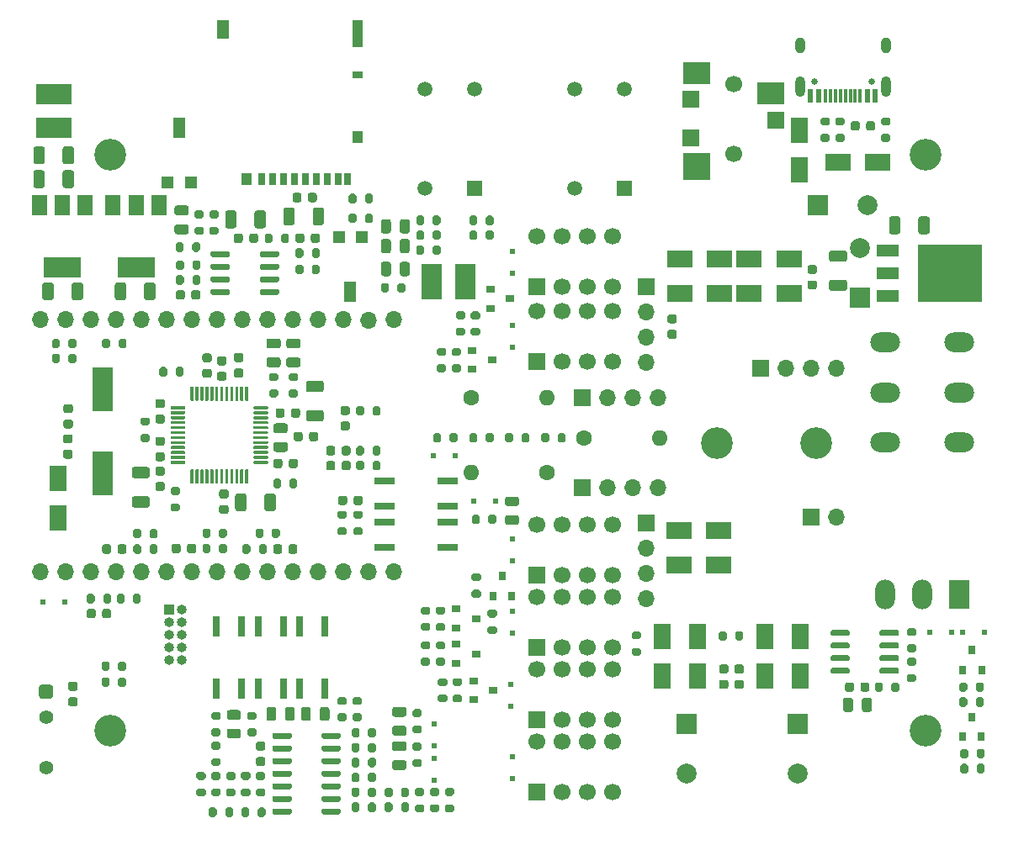
<source format=gbr>
%TF.GenerationSoftware,KiCad,Pcbnew,5.1.10-88a1d61d58~88~ubuntu18.04.1*%
%TF.CreationDate,2021-08-18T13:18:07+02:00*%
%TF.ProjectId,saba-fernbedienung,73616261-2d66-4657-926e-62656469656e,rev?*%
%TF.SameCoordinates,Original*%
%TF.FileFunction,Soldermask,Top*%
%TF.FilePolarity,Negative*%
%FSLAX46Y46*%
G04 Gerber Fmt 4.6, Leading zero omitted, Abs format (unit mm)*
G04 Created by KiCad (PCBNEW 5.1.10-88a1d61d58~88~ubuntu18.04.1) date 2021-08-18 13:18:07*
%MOMM*%
%LPD*%
G01*
G04 APERTURE LIST*
%ADD10C,3.200000*%
%ADD11R,0.800000X0.900000*%
%ADD12C,1.700000*%
%ADD13R,2.800000X2.800000*%
%ADD14R,2.800000X2.200000*%
%ADD15R,2.000000X2.000000*%
%ADD16C,2.000000*%
%ADD17R,1.700000X1.700000*%
%ADD18O,3.000000X2.000000*%
%ADD19O,2.000000X3.000000*%
%ADD20R,2.000000X3.000000*%
%ADD21C,1.520000*%
%ADD22R,1.520000X1.520000*%
%ADD23R,2.500000X1.800000*%
%ADD24R,0.500000X0.500000*%
%ADD25R,6.400000X5.800000*%
%ADD26R,2.200000X1.200000*%
%ADD27R,1.800000X2.500000*%
%ADD28R,2.000000X0.640000*%
%ADD29O,1.700000X1.700000*%
%ADD30R,0.700000X1.200000*%
%ADD31R,1.000000X1.200000*%
%ADD32R,1.000000X0.800000*%
%ADD33R,1.000000X2.800000*%
%ADD34R,1.300000X1.900000*%
%ADD35R,2.000000X4.500000*%
%ADD36R,0.640000X2.000000*%
%ADD37R,0.900000X0.800000*%
%ADD38R,0.600000X1.450000*%
%ADD39R,0.300000X1.450000*%
%ADD40O,1.000000X2.100000*%
%ADD41C,0.650000*%
%ADD42O,1.000000X1.600000*%
%ADD43R,3.800000X2.000000*%
%ADD44R,1.500000X2.000000*%
%ADD45C,1.400000*%
%ADD46R,1.300000X1.300000*%
%ADD47R,1.300000X2.000000*%
%ADD48C,1.600000*%
%ADD49O,1.600000X1.600000*%
%ADD50R,2.000000X3.600000*%
%ADD51R,3.600000X2.000000*%
%ADD52O,1.000000X1.000000*%
%ADD53R,1.000000X1.000000*%
G04 APERTURE END LIST*
D10*
%TO.C,REF\u002A\u002A*%
X180000000Y-101500000D03*
%TD*%
%TO.C,REF\u002A\u002A*%
X170000000Y-101500000D03*
%TD*%
%TO.C,REF\u002A\u002A*%
X191000000Y-130500000D03*
%TD*%
%TO.C,REF\u002A\u002A*%
X109000000Y-72500000D03*
%TD*%
%TO.C,REF\u002A\u002A*%
X109000000Y-130500000D03*
%TD*%
%TO.C,REF\u002A\u002A*%
X191000000Y-72500000D03*
%TD*%
%TO.C,R626*%
G36*
G01*
X196850000Y-125825000D02*
X196850000Y-126375000D01*
G75*
G02*
X196650000Y-126575000I-200000J0D01*
G01*
X196250000Y-126575000D01*
G75*
G02*
X196050000Y-126375000I0J200000D01*
G01*
X196050000Y-125825000D01*
G75*
G02*
X196250000Y-125625000I200000J0D01*
G01*
X196650000Y-125625000D01*
G75*
G02*
X196850000Y-125825000I0J-200000D01*
G01*
G37*
G36*
G01*
X195200000Y-125825000D02*
X195200000Y-126375000D01*
G75*
G02*
X195000000Y-126575000I-200000J0D01*
G01*
X194600000Y-126575000D01*
G75*
G02*
X194400000Y-126375000I0J200000D01*
G01*
X194400000Y-125825000D01*
G75*
G02*
X194600000Y-125625000I200000J0D01*
G01*
X195000000Y-125625000D01*
G75*
G02*
X195200000Y-125825000I0J-200000D01*
G01*
G37*
%TD*%
%TO.C,R623*%
G36*
G01*
X196850000Y-127325000D02*
X196850000Y-127875000D01*
G75*
G02*
X196650000Y-128075000I-200000J0D01*
G01*
X196250000Y-128075000D01*
G75*
G02*
X196050000Y-127875000I0J200000D01*
G01*
X196050000Y-127325000D01*
G75*
G02*
X196250000Y-127125000I200000J0D01*
G01*
X196650000Y-127125000D01*
G75*
G02*
X196850000Y-127325000I0J-200000D01*
G01*
G37*
G36*
G01*
X195200000Y-127325000D02*
X195200000Y-127875000D01*
G75*
G02*
X195000000Y-128075000I-200000J0D01*
G01*
X194600000Y-128075000D01*
G75*
G02*
X194400000Y-127875000I0J200000D01*
G01*
X194400000Y-127325000D01*
G75*
G02*
X194600000Y-127125000I200000J0D01*
G01*
X195000000Y-127125000D01*
G75*
G02*
X195200000Y-127325000I0J-200000D01*
G01*
G37*
%TD*%
D11*
%TO.C,Q608*%
X194750000Y-124400000D03*
X196650000Y-124400000D03*
X195700000Y-122400000D03*
%TD*%
%TO.C,R625*%
G36*
G01*
X195300000Y-132525000D02*
X195300000Y-133075000D01*
G75*
G02*
X195100000Y-133275000I-200000J0D01*
G01*
X194700000Y-133275000D01*
G75*
G02*
X194500000Y-133075000I0J200000D01*
G01*
X194500000Y-132525000D01*
G75*
G02*
X194700000Y-132325000I200000J0D01*
G01*
X195100000Y-132325000D01*
G75*
G02*
X195300000Y-132525000I0J-200000D01*
G01*
G37*
G36*
G01*
X196950000Y-132525000D02*
X196950000Y-133075000D01*
G75*
G02*
X196750000Y-133275000I-200000J0D01*
G01*
X196350000Y-133275000D01*
G75*
G02*
X196150000Y-133075000I0J200000D01*
G01*
X196150000Y-132525000D01*
G75*
G02*
X196350000Y-132325000I200000J0D01*
G01*
X196750000Y-132325000D01*
G75*
G02*
X196950000Y-132525000I0J-200000D01*
G01*
G37*
%TD*%
%TO.C,R622*%
G36*
G01*
X196150000Y-134575000D02*
X196150000Y-134025000D01*
G75*
G02*
X196350000Y-133825000I200000J0D01*
G01*
X196750000Y-133825000D01*
G75*
G02*
X196950000Y-134025000I0J-200000D01*
G01*
X196950000Y-134575000D01*
G75*
G02*
X196750000Y-134775000I-200000J0D01*
G01*
X196350000Y-134775000D01*
G75*
G02*
X196150000Y-134575000I0J200000D01*
G01*
G37*
G36*
G01*
X194500000Y-134575000D02*
X194500000Y-134025000D01*
G75*
G02*
X194700000Y-133825000I200000J0D01*
G01*
X195100000Y-133825000D01*
G75*
G02*
X195300000Y-134025000I0J-200000D01*
G01*
X195300000Y-134575000D01*
G75*
G02*
X195100000Y-134775000I-200000J0D01*
G01*
X194700000Y-134775000D01*
G75*
G02*
X194500000Y-134575000I0J200000D01*
G01*
G37*
%TD*%
%TO.C,Q607*%
X195650000Y-129100000D03*
X196600000Y-131100000D03*
X194700000Y-131100000D03*
%TD*%
%TO.C,R718*%
G36*
G01*
X145900000Y-78825000D02*
X145900000Y-79375000D01*
G75*
G02*
X145700000Y-79575000I-200000J0D01*
G01*
X145300000Y-79575000D01*
G75*
G02*
X145100000Y-79375000I0J200000D01*
G01*
X145100000Y-78825000D01*
G75*
G02*
X145300000Y-78625000I200000J0D01*
G01*
X145700000Y-78625000D01*
G75*
G02*
X145900000Y-78825000I0J-200000D01*
G01*
G37*
G36*
G01*
X147550000Y-78825000D02*
X147550000Y-79375000D01*
G75*
G02*
X147350000Y-79575000I-200000J0D01*
G01*
X146950000Y-79575000D01*
G75*
G02*
X146750000Y-79375000I0J200000D01*
G01*
X146750000Y-78825000D01*
G75*
G02*
X146950000Y-78625000I200000J0D01*
G01*
X147350000Y-78625000D01*
G75*
G02*
X147550000Y-78825000I0J-200000D01*
G01*
G37*
%TD*%
%TO.C,R705*%
G36*
G01*
X117625000Y-78100000D02*
X118175000Y-78100000D01*
G75*
G02*
X118375000Y-78300000I0J-200000D01*
G01*
X118375000Y-78700000D01*
G75*
G02*
X118175000Y-78900000I-200000J0D01*
G01*
X117625000Y-78900000D01*
G75*
G02*
X117425000Y-78700000I0J200000D01*
G01*
X117425000Y-78300000D01*
G75*
G02*
X117625000Y-78100000I200000J0D01*
G01*
G37*
G36*
G01*
X117625000Y-79750000D02*
X118175000Y-79750000D01*
G75*
G02*
X118375000Y-79950000I0J-200000D01*
G01*
X118375000Y-80350000D01*
G75*
G02*
X118175000Y-80550000I-200000J0D01*
G01*
X117625000Y-80550000D01*
G75*
G02*
X117425000Y-80350000I0J200000D01*
G01*
X117425000Y-79950000D01*
G75*
G02*
X117625000Y-79750000I200000J0D01*
G01*
G37*
%TD*%
D12*
%TO.C,J305*%
X171700000Y-72400000D03*
X171700000Y-65400000D03*
D13*
X168000000Y-73700000D03*
D14*
X168000000Y-64300000D03*
X175400000Y-66300000D03*
%TD*%
D15*
%TO.C,C405*%
X180200000Y-77600000D03*
D16*
X185200000Y-77600000D03*
%TD*%
D15*
%TO.C,C402*%
X184400000Y-86900000D03*
D16*
X184400000Y-81900000D03*
%TD*%
D17*
%TO.C,J310*%
X167400000Y-70800000D03*
%TD*%
%TO.C,J309*%
X175900000Y-69000000D03*
%TD*%
%TO.C,J308*%
X167400000Y-66900000D03*
%TD*%
D18*
%TO.C,K607*%
X194400000Y-91400000D03*
X186900000Y-96440000D03*
X194400000Y-101480000D03*
X186900000Y-101480000D03*
X186900000Y-91400000D03*
X194400000Y-96440000D03*
D19*
X186900000Y-116740000D03*
D20*
X194400000Y-116740000D03*
D19*
X190650000Y-116740000D03*
%TD*%
%TO.C,R203*%
G36*
G01*
X110400000Y-116925000D02*
X110400000Y-117475000D01*
G75*
G02*
X110200000Y-117675000I-200000J0D01*
G01*
X109800000Y-117675000D01*
G75*
G02*
X109600000Y-117475000I0J200000D01*
G01*
X109600000Y-116925000D01*
G75*
G02*
X109800000Y-116725000I200000J0D01*
G01*
X110200000Y-116725000D01*
G75*
G02*
X110400000Y-116925000I0J-200000D01*
G01*
G37*
G36*
G01*
X112050000Y-116925000D02*
X112050000Y-117475000D01*
G75*
G02*
X111850000Y-117675000I-200000J0D01*
G01*
X111450000Y-117675000D01*
G75*
G02*
X111250000Y-117475000I0J200000D01*
G01*
X111250000Y-116925000D01*
G75*
G02*
X111450000Y-116725000I200000J0D01*
G01*
X111850000Y-116725000D01*
G75*
G02*
X112050000Y-116925000I0J-200000D01*
G01*
G37*
%TD*%
%TO.C,R205*%
G36*
G01*
X143100000Y-101275000D02*
X143100000Y-100725000D01*
G75*
G02*
X143300000Y-100525000I200000J0D01*
G01*
X143700000Y-100525000D01*
G75*
G02*
X143900000Y-100725000I0J-200000D01*
G01*
X143900000Y-101275000D01*
G75*
G02*
X143700000Y-101475000I-200000J0D01*
G01*
X143300000Y-101475000D01*
G75*
G02*
X143100000Y-101275000I0J200000D01*
G01*
G37*
G36*
G01*
X141450000Y-101275000D02*
X141450000Y-100725000D01*
G75*
G02*
X141650000Y-100525000I200000J0D01*
G01*
X142050000Y-100525000D01*
G75*
G02*
X142250000Y-100725000I0J-200000D01*
G01*
X142250000Y-101275000D01*
G75*
G02*
X142050000Y-101475000I-200000J0D01*
G01*
X141650000Y-101475000D01*
G75*
G02*
X141450000Y-101275000I0J200000D01*
G01*
G37*
%TD*%
D21*
%TO.C,T702*%
X155700000Y-75900000D03*
D22*
X160700000Y-75900000D03*
D21*
X155700000Y-65900000D03*
X160700000Y-65900000D03*
%TD*%
D23*
%TO.C,D605*%
X166200000Y-113800000D03*
X170200000Y-113800000D03*
%TD*%
D24*
%TO.C,D202*%
X143700000Y-102800000D03*
X141500000Y-102800000D03*
%TD*%
D21*
%TO.C,T701*%
X140600000Y-75900000D03*
D22*
X145600000Y-75900000D03*
D21*
X140600000Y-65900000D03*
X145600000Y-65900000D03*
%TD*%
D25*
%TO.C,U401*%
X193500000Y-84400000D03*
D26*
X187200000Y-86680000D03*
X187200000Y-84400000D03*
X187200000Y-82120000D03*
%TD*%
%TO.C,R204*%
G36*
G01*
X108250000Y-117475000D02*
X108250000Y-116925000D01*
G75*
G02*
X108450000Y-116725000I200000J0D01*
G01*
X108850000Y-116725000D01*
G75*
G02*
X109050000Y-116925000I0J-200000D01*
G01*
X109050000Y-117475000D01*
G75*
G02*
X108850000Y-117675000I-200000J0D01*
G01*
X108450000Y-117675000D01*
G75*
G02*
X108250000Y-117475000I0J200000D01*
G01*
G37*
G36*
G01*
X106600000Y-117475000D02*
X106600000Y-116925000D01*
G75*
G02*
X106800000Y-116725000I200000J0D01*
G01*
X107200000Y-116725000D01*
G75*
G02*
X107400000Y-116925000I0J-200000D01*
G01*
X107400000Y-117475000D01*
G75*
G02*
X107200000Y-117675000I-200000J0D01*
G01*
X106800000Y-117675000D01*
G75*
G02*
X106600000Y-117475000I0J200000D01*
G01*
G37*
%TD*%
%TO.C,R722*%
G36*
G01*
X141400000Y-80875000D02*
X141400000Y-80325000D01*
G75*
G02*
X141600000Y-80125000I200000J0D01*
G01*
X142000000Y-80125000D01*
G75*
G02*
X142200000Y-80325000I0J-200000D01*
G01*
X142200000Y-80875000D01*
G75*
G02*
X142000000Y-81075000I-200000J0D01*
G01*
X141600000Y-81075000D01*
G75*
G02*
X141400000Y-80875000I0J200000D01*
G01*
G37*
G36*
G01*
X139750000Y-80875000D02*
X139750000Y-80325000D01*
G75*
G02*
X139950000Y-80125000I200000J0D01*
G01*
X140350000Y-80125000D01*
G75*
G02*
X140550000Y-80325000I0J-200000D01*
G01*
X140550000Y-80875000D01*
G75*
G02*
X140350000Y-81075000I-200000J0D01*
G01*
X139950000Y-81075000D01*
G75*
G02*
X139750000Y-80875000I0J200000D01*
G01*
G37*
%TD*%
%TO.C,R202*%
G36*
G01*
X104750000Y-93275000D02*
X104750000Y-92725000D01*
G75*
G02*
X104950000Y-92525000I200000J0D01*
G01*
X105350000Y-92525000D01*
G75*
G02*
X105550000Y-92725000I0J-200000D01*
G01*
X105550000Y-93275000D01*
G75*
G02*
X105350000Y-93475000I-200000J0D01*
G01*
X104950000Y-93475000D01*
G75*
G02*
X104750000Y-93275000I0J200000D01*
G01*
G37*
G36*
G01*
X103100000Y-93275000D02*
X103100000Y-92725000D01*
G75*
G02*
X103300000Y-92525000I200000J0D01*
G01*
X103700000Y-92525000D01*
G75*
G02*
X103900000Y-92725000I0J-200000D01*
G01*
X103900000Y-93275000D01*
G75*
G02*
X103700000Y-93475000I-200000J0D01*
G01*
X103300000Y-93475000D01*
G75*
G02*
X103100000Y-93275000I0J200000D01*
G01*
G37*
%TD*%
%TO.C,R624*%
G36*
G01*
X146750000Y-80875000D02*
X146750000Y-80325000D01*
G75*
G02*
X146950000Y-80125000I200000J0D01*
G01*
X147350000Y-80125000D01*
G75*
G02*
X147550000Y-80325000I0J-200000D01*
G01*
X147550000Y-80875000D01*
G75*
G02*
X147350000Y-81075000I-200000J0D01*
G01*
X146950000Y-81075000D01*
G75*
G02*
X146750000Y-80875000I0J200000D01*
G01*
G37*
G36*
G01*
X145100000Y-80875000D02*
X145100000Y-80325000D01*
G75*
G02*
X145300000Y-80125000I200000J0D01*
G01*
X145700000Y-80125000D01*
G75*
G02*
X145900000Y-80325000I0J-200000D01*
G01*
X145900000Y-80875000D01*
G75*
G02*
X145700000Y-81075000I-200000J0D01*
G01*
X145300000Y-81075000D01*
G75*
G02*
X145100000Y-80875000I0J200000D01*
G01*
G37*
%TD*%
%TO.C,C404*%
G36*
G01*
X188475000Y-78949999D02*
X188475000Y-80250001D01*
G75*
G02*
X188225001Y-80500000I-249999J0D01*
G01*
X187574999Y-80500000D01*
G75*
G02*
X187325000Y-80250001I0J249999D01*
G01*
X187325000Y-78949999D01*
G75*
G02*
X187574999Y-78700000I249999J0D01*
G01*
X188225001Y-78700000D01*
G75*
G02*
X188475000Y-78949999I0J-249999D01*
G01*
G37*
G36*
G01*
X191425000Y-78949999D02*
X191425000Y-80250001D01*
G75*
G02*
X191175001Y-80500000I-249999J0D01*
G01*
X190524999Y-80500000D01*
G75*
G02*
X190275000Y-80250001I0J249999D01*
G01*
X190275000Y-78949999D01*
G75*
G02*
X190524999Y-78700000I249999J0D01*
G01*
X191175001Y-78700000D01*
G75*
G02*
X191425000Y-78949999I0J-249999D01*
G01*
G37*
%TD*%
%TO.C,C201*%
G36*
G01*
X107500000Y-118450000D02*
X107500000Y-118950000D01*
G75*
G02*
X107275000Y-119175000I-225000J0D01*
G01*
X106825000Y-119175000D01*
G75*
G02*
X106600000Y-118950000I0J225000D01*
G01*
X106600000Y-118450000D01*
G75*
G02*
X106825000Y-118225000I225000J0D01*
G01*
X107275000Y-118225000D01*
G75*
G02*
X107500000Y-118450000I0J-225000D01*
G01*
G37*
G36*
G01*
X109050000Y-118450000D02*
X109050000Y-118950000D01*
G75*
G02*
X108825000Y-119175000I-225000J0D01*
G01*
X108375000Y-119175000D01*
G75*
G02*
X108150000Y-118950000I0J225000D01*
G01*
X108150000Y-118450000D01*
G75*
G02*
X108375000Y-118225000I225000J0D01*
G01*
X108825000Y-118225000D01*
G75*
G02*
X109050000Y-118450000I0J-225000D01*
G01*
G37*
%TD*%
%TO.C,R201*%
G36*
G01*
X109750000Y-124275000D02*
X109750000Y-123725000D01*
G75*
G02*
X109950000Y-123525000I200000J0D01*
G01*
X110350000Y-123525000D01*
G75*
G02*
X110550000Y-123725000I0J-200000D01*
G01*
X110550000Y-124275000D01*
G75*
G02*
X110350000Y-124475000I-200000J0D01*
G01*
X109950000Y-124475000D01*
G75*
G02*
X109750000Y-124275000I0J200000D01*
G01*
G37*
G36*
G01*
X108100000Y-124275000D02*
X108100000Y-123725000D01*
G75*
G02*
X108300000Y-123525000I200000J0D01*
G01*
X108700000Y-123525000D01*
G75*
G02*
X108900000Y-123725000I0J-200000D01*
G01*
X108900000Y-124275000D01*
G75*
G02*
X108700000Y-124475000I-200000J0D01*
G01*
X108300000Y-124475000D01*
G75*
G02*
X108100000Y-124275000I0J200000D01*
G01*
G37*
%TD*%
%TO.C,R723*%
G36*
G01*
X141400000Y-82375000D02*
X141400000Y-81825000D01*
G75*
G02*
X141600000Y-81625000I200000J0D01*
G01*
X142000000Y-81625000D01*
G75*
G02*
X142200000Y-81825000I0J-200000D01*
G01*
X142200000Y-82375000D01*
G75*
G02*
X142000000Y-82575000I-200000J0D01*
G01*
X141600000Y-82575000D01*
G75*
G02*
X141400000Y-82375000I0J200000D01*
G01*
G37*
G36*
G01*
X139750000Y-82375000D02*
X139750000Y-81825000D01*
G75*
G02*
X139950000Y-81625000I200000J0D01*
G01*
X140350000Y-81625000D01*
G75*
G02*
X140550000Y-81825000I0J-200000D01*
G01*
X140550000Y-82375000D01*
G75*
G02*
X140350000Y-82575000I-200000J0D01*
G01*
X139950000Y-82575000D01*
G75*
G02*
X139750000Y-82375000I0J200000D01*
G01*
G37*
%TD*%
%TO.C,C714*%
G36*
G01*
X115675000Y-79500000D02*
X116625000Y-79500000D01*
G75*
G02*
X116875000Y-79750000I0J-250000D01*
G01*
X116875000Y-80250000D01*
G75*
G02*
X116625000Y-80500000I-250000J0D01*
G01*
X115675000Y-80500000D01*
G75*
G02*
X115425000Y-80250000I0J250000D01*
G01*
X115425000Y-79750000D01*
G75*
G02*
X115675000Y-79500000I250000J0D01*
G01*
G37*
G36*
G01*
X115675000Y-77600000D02*
X116625000Y-77600000D01*
G75*
G02*
X116875000Y-77850000I0J-250000D01*
G01*
X116875000Y-78350000D01*
G75*
G02*
X116625000Y-78600000I-250000J0D01*
G01*
X115675000Y-78600000D01*
G75*
G02*
X115425000Y-78350000I0J250000D01*
G01*
X115425000Y-77850000D01*
G75*
G02*
X115675000Y-77600000I250000J0D01*
G01*
G37*
%TD*%
%TO.C,C721*%
G36*
G01*
X138100000Y-84475000D02*
X138100000Y-83525000D01*
G75*
G02*
X138350000Y-83275000I250000J0D01*
G01*
X138850000Y-83275000D01*
G75*
G02*
X139100000Y-83525000I0J-250000D01*
G01*
X139100000Y-84475000D01*
G75*
G02*
X138850000Y-84725000I-250000J0D01*
G01*
X138350000Y-84725000D01*
G75*
G02*
X138100000Y-84475000I0J250000D01*
G01*
G37*
G36*
G01*
X136200000Y-84475000D02*
X136200000Y-83525000D01*
G75*
G02*
X136450000Y-83275000I250000J0D01*
G01*
X136950000Y-83275000D01*
G75*
G02*
X137200000Y-83525000I0J-250000D01*
G01*
X137200000Y-84475000D01*
G75*
G02*
X136950000Y-84725000I-250000J0D01*
G01*
X136450000Y-84725000D01*
G75*
G02*
X136200000Y-84475000I0J250000D01*
G01*
G37*
%TD*%
D24*
%TO.C,D201*%
X104400000Y-117500000D03*
X102200000Y-117500000D03*
%TD*%
D27*
%TO.C,D406*%
X103700000Y-105100000D03*
X103700000Y-109100000D03*
%TD*%
D23*
%TO.C,D602*%
X170200000Y-110300000D03*
X166200000Y-110300000D03*
%TD*%
D28*
%TO.C,U202*%
X136600000Y-107900000D03*
X136600000Y-105360000D03*
X142900000Y-105360000D03*
X142900000Y-107900000D03*
%TD*%
D29*
%TO.C,U201*%
X137490000Y-114500000D03*
X134950000Y-114500000D03*
X132410000Y-114500000D03*
X129870000Y-114500000D03*
X127330000Y-114500000D03*
X124790000Y-114500000D03*
X122250000Y-114500000D03*
X119710000Y-114500000D03*
X117170000Y-114500000D03*
X114630000Y-114500000D03*
X112090000Y-114500000D03*
X109550000Y-114500000D03*
X107010000Y-114500000D03*
X104470000Y-114500000D03*
X101930000Y-114500000D03*
X101930000Y-89100000D03*
X104470000Y-89100000D03*
X107010000Y-89100000D03*
X109550000Y-89100000D03*
X112090000Y-89100000D03*
X114630000Y-89100000D03*
X117170000Y-89100000D03*
X119710000Y-89100000D03*
X122250000Y-89100000D03*
X124790000Y-89100000D03*
X127330000Y-89100000D03*
X129870000Y-89100000D03*
X132410000Y-89100000D03*
X134950000Y-89150800D03*
X137488000Y-89100800D03*
%TD*%
D30*
%TO.C,J303*%
X132875000Y-74975000D03*
X131925000Y-74975000D03*
X124225000Y-74975000D03*
X125325000Y-74975000D03*
X126425000Y-74975000D03*
X127525000Y-74975000D03*
X128625000Y-74975000D03*
X129725000Y-74975000D03*
X130825000Y-74975000D03*
D31*
X122675000Y-74975000D03*
X133825000Y-70675000D03*
D32*
X133825000Y-64475000D03*
D33*
X133825000Y-60325000D03*
D34*
X120325000Y-59875000D03*
%TD*%
%TO.C,R719*%
G36*
G01*
X126150000Y-105325000D02*
X126150000Y-105875000D01*
G75*
G02*
X125950000Y-106075000I-200000J0D01*
G01*
X125550000Y-106075000D01*
G75*
G02*
X125350000Y-105875000I0J200000D01*
G01*
X125350000Y-105325000D01*
G75*
G02*
X125550000Y-105125000I200000J0D01*
G01*
X125950000Y-105125000D01*
G75*
G02*
X126150000Y-105325000I0J-200000D01*
G01*
G37*
G36*
G01*
X127800000Y-105325000D02*
X127800000Y-105875000D01*
G75*
G02*
X127600000Y-106075000I-200000J0D01*
G01*
X127200000Y-106075000D01*
G75*
G02*
X127000000Y-105875000I0J200000D01*
G01*
X127000000Y-105325000D01*
G75*
G02*
X127200000Y-105125000I200000J0D01*
G01*
X127600000Y-105125000D01*
G75*
G02*
X127800000Y-105325000I0J-200000D01*
G01*
G37*
%TD*%
%TO.C,R721*%
G36*
G01*
X115775000Y-108400000D02*
X115225000Y-108400000D01*
G75*
G02*
X115025000Y-108200000I0J200000D01*
G01*
X115025000Y-107800000D01*
G75*
G02*
X115225000Y-107600000I200000J0D01*
G01*
X115775000Y-107600000D01*
G75*
G02*
X115975000Y-107800000I0J-200000D01*
G01*
X115975000Y-108200000D01*
G75*
G02*
X115775000Y-108400000I-200000J0D01*
G01*
G37*
G36*
G01*
X115775000Y-106750000D02*
X115225000Y-106750000D01*
G75*
G02*
X115025000Y-106550000I0J200000D01*
G01*
X115025000Y-106150000D01*
G75*
G02*
X115225000Y-105950000I200000J0D01*
G01*
X115775000Y-105950000D01*
G75*
G02*
X115975000Y-106150000I0J-200000D01*
G01*
X115975000Y-106550000D01*
G75*
G02*
X115775000Y-106750000I-200000J0D01*
G01*
G37*
%TD*%
%TO.C,R720*%
G36*
G01*
X113900000Y-94615000D02*
X113900000Y-94065000D01*
G75*
G02*
X114100000Y-93865000I200000J0D01*
G01*
X114500000Y-93865000D01*
G75*
G02*
X114700000Y-94065000I0J-200000D01*
G01*
X114700000Y-94615000D01*
G75*
G02*
X114500000Y-94815000I-200000J0D01*
G01*
X114100000Y-94815000D01*
G75*
G02*
X113900000Y-94615000I0J200000D01*
G01*
G37*
G36*
G01*
X115550000Y-94615000D02*
X115550000Y-94065000D01*
G75*
G02*
X115750000Y-93865000I200000J0D01*
G01*
X116150000Y-93865000D01*
G75*
G02*
X116350000Y-94065000I0J-200000D01*
G01*
X116350000Y-94615000D01*
G75*
G02*
X116150000Y-94815000I-200000J0D01*
G01*
X115750000Y-94815000D01*
G75*
G02*
X115550000Y-94615000I0J200000D01*
G01*
G37*
%TD*%
%TO.C,R717*%
G36*
G01*
X133700000Y-98575000D02*
X133700000Y-98025000D01*
G75*
G02*
X133900000Y-97825000I200000J0D01*
G01*
X134300000Y-97825000D01*
G75*
G02*
X134500000Y-98025000I0J-200000D01*
G01*
X134500000Y-98575000D01*
G75*
G02*
X134300000Y-98775000I-200000J0D01*
G01*
X133900000Y-98775000D01*
G75*
G02*
X133700000Y-98575000I0J200000D01*
G01*
G37*
G36*
G01*
X135350000Y-98575000D02*
X135350000Y-98025000D01*
G75*
G02*
X135550000Y-97825000I200000J0D01*
G01*
X135950000Y-97825000D01*
G75*
G02*
X136150000Y-98025000I0J-200000D01*
G01*
X136150000Y-98575000D01*
G75*
G02*
X135950000Y-98775000I-200000J0D01*
G01*
X135550000Y-98775000D01*
G75*
G02*
X135350000Y-98575000I0J200000D01*
G01*
G37*
%TD*%
%TO.C,R715*%
G36*
G01*
X133700000Y-102575000D02*
X133700000Y-102025000D01*
G75*
G02*
X133900000Y-101825000I200000J0D01*
G01*
X134300000Y-101825000D01*
G75*
G02*
X134500000Y-102025000I0J-200000D01*
G01*
X134500000Y-102575000D01*
G75*
G02*
X134300000Y-102775000I-200000J0D01*
G01*
X133900000Y-102775000D01*
G75*
G02*
X133700000Y-102575000I0J200000D01*
G01*
G37*
G36*
G01*
X135350000Y-102575000D02*
X135350000Y-102025000D01*
G75*
G02*
X135550000Y-101825000I200000J0D01*
G01*
X135950000Y-101825000D01*
G75*
G02*
X136150000Y-102025000I0J-200000D01*
G01*
X136150000Y-102575000D01*
G75*
G02*
X135950000Y-102775000I-200000J0D01*
G01*
X135550000Y-102775000D01*
G75*
G02*
X135350000Y-102575000I0J200000D01*
G01*
G37*
%TD*%
%TO.C,R712*%
G36*
G01*
X127675000Y-96925000D02*
X127125000Y-96925000D01*
G75*
G02*
X126925000Y-96725000I0J200000D01*
G01*
X126925000Y-96325000D01*
G75*
G02*
X127125000Y-96125000I200000J0D01*
G01*
X127675000Y-96125000D01*
G75*
G02*
X127875000Y-96325000I0J-200000D01*
G01*
X127875000Y-96725000D01*
G75*
G02*
X127675000Y-96925000I-200000J0D01*
G01*
G37*
G36*
G01*
X127675000Y-95275000D02*
X127125000Y-95275000D01*
G75*
G02*
X126925000Y-95075000I0J200000D01*
G01*
X126925000Y-94675000D01*
G75*
G02*
X127125000Y-94475000I200000J0D01*
G01*
X127675000Y-94475000D01*
G75*
G02*
X127875000Y-94675000I0J-200000D01*
G01*
X127875000Y-95075000D01*
G75*
G02*
X127675000Y-95275000I-200000J0D01*
G01*
G37*
%TD*%
%TO.C,R710*%
G36*
G01*
X125125000Y-94475000D02*
X125675000Y-94475000D01*
G75*
G02*
X125875000Y-94675000I0J-200000D01*
G01*
X125875000Y-95075000D01*
G75*
G02*
X125675000Y-95275000I-200000J0D01*
G01*
X125125000Y-95275000D01*
G75*
G02*
X124925000Y-95075000I0J200000D01*
G01*
X124925000Y-94675000D01*
G75*
G02*
X125125000Y-94475000I200000J0D01*
G01*
G37*
G36*
G01*
X125125000Y-96125000D02*
X125675000Y-96125000D01*
G75*
G02*
X125875000Y-96325000I0J-200000D01*
G01*
X125875000Y-96725000D01*
G75*
G02*
X125675000Y-96925000I-200000J0D01*
G01*
X125125000Y-96925000D01*
G75*
G02*
X124925000Y-96725000I0J200000D01*
G01*
X124925000Y-96325000D01*
G75*
G02*
X125125000Y-96125000I200000J0D01*
G01*
G37*
%TD*%
%TO.C,R707*%
G36*
G01*
X112205000Y-98955000D02*
X112755000Y-98955000D01*
G75*
G02*
X112955000Y-99155000I0J-200000D01*
G01*
X112955000Y-99555000D01*
G75*
G02*
X112755000Y-99755000I-200000J0D01*
G01*
X112205000Y-99755000D01*
G75*
G02*
X112005000Y-99555000I0J200000D01*
G01*
X112005000Y-99155000D01*
G75*
G02*
X112205000Y-98955000I200000J0D01*
G01*
G37*
G36*
G01*
X112205000Y-100605000D02*
X112755000Y-100605000D01*
G75*
G02*
X112955000Y-100805000I0J-200000D01*
G01*
X112955000Y-101205000D01*
G75*
G02*
X112755000Y-101405000I-200000J0D01*
G01*
X112205000Y-101405000D01*
G75*
G02*
X112005000Y-101205000I0J200000D01*
G01*
X112005000Y-100805000D01*
G75*
G02*
X112205000Y-100605000I200000J0D01*
G01*
G37*
%TD*%
%TO.C,C725*%
G36*
G01*
X132350000Y-97800000D02*
X132850000Y-97800000D01*
G75*
G02*
X133075000Y-98025000I0J-225000D01*
G01*
X133075000Y-98475000D01*
G75*
G02*
X132850000Y-98700000I-225000J0D01*
G01*
X132350000Y-98700000D01*
G75*
G02*
X132125000Y-98475000I0J225000D01*
G01*
X132125000Y-98025000D01*
G75*
G02*
X132350000Y-97800000I225000J0D01*
G01*
G37*
G36*
G01*
X132350000Y-99350000D02*
X132850000Y-99350000D01*
G75*
G02*
X133075000Y-99575000I0J-225000D01*
G01*
X133075000Y-100025000D01*
G75*
G02*
X132850000Y-100250000I-225000J0D01*
G01*
X132350000Y-100250000D01*
G75*
G02*
X132125000Y-100025000I0J225000D01*
G01*
X132125000Y-99575000D01*
G75*
G02*
X132350000Y-99350000I225000J0D01*
G01*
G37*
%TD*%
%TO.C,C724*%
G36*
G01*
X133150000Y-103550000D02*
X133150000Y-104050000D01*
G75*
G02*
X132925000Y-104275000I-225000J0D01*
G01*
X132475000Y-104275000D01*
G75*
G02*
X132250000Y-104050000I0J225000D01*
G01*
X132250000Y-103550000D01*
G75*
G02*
X132475000Y-103325000I225000J0D01*
G01*
X132925000Y-103325000D01*
G75*
G02*
X133150000Y-103550000I0J-225000D01*
G01*
G37*
G36*
G01*
X131600000Y-103550000D02*
X131600000Y-104050000D01*
G75*
G02*
X131375000Y-104275000I-225000J0D01*
G01*
X130925000Y-104275000D01*
G75*
G02*
X130700000Y-104050000I0J225000D01*
G01*
X130700000Y-103550000D01*
G75*
G02*
X130925000Y-103325000I225000J0D01*
G01*
X131375000Y-103325000D01*
G75*
G02*
X131600000Y-103550000I0J-225000D01*
G01*
G37*
%TD*%
%TO.C,C723*%
G36*
G01*
X133150000Y-102050000D02*
X133150000Y-102550000D01*
G75*
G02*
X132925000Y-102775000I-225000J0D01*
G01*
X132475000Y-102775000D01*
G75*
G02*
X132250000Y-102550000I0J225000D01*
G01*
X132250000Y-102050000D01*
G75*
G02*
X132475000Y-101825000I225000J0D01*
G01*
X132925000Y-101825000D01*
G75*
G02*
X133150000Y-102050000I0J-225000D01*
G01*
G37*
G36*
G01*
X131600000Y-102050000D02*
X131600000Y-102550000D01*
G75*
G02*
X131375000Y-102775000I-225000J0D01*
G01*
X130925000Y-102775000D01*
G75*
G02*
X130700000Y-102550000I0J225000D01*
G01*
X130700000Y-102050000D01*
G75*
G02*
X130925000Y-101825000I225000J0D01*
G01*
X131375000Y-101825000D01*
G75*
G02*
X131600000Y-102050000I0J-225000D01*
G01*
G37*
%TD*%
%TO.C,C722*%
G36*
G01*
X125630000Y-99530000D02*
X126580000Y-99530000D01*
G75*
G02*
X126830000Y-99780000I0J-250000D01*
G01*
X126830000Y-100280000D01*
G75*
G02*
X126580000Y-100530000I-250000J0D01*
G01*
X125630000Y-100530000D01*
G75*
G02*
X125380000Y-100280000I0J250000D01*
G01*
X125380000Y-99780000D01*
G75*
G02*
X125630000Y-99530000I250000J0D01*
G01*
G37*
G36*
G01*
X125630000Y-101430000D02*
X126580000Y-101430000D01*
G75*
G02*
X126830000Y-101680000I0J-250000D01*
G01*
X126830000Y-102180000D01*
G75*
G02*
X126580000Y-102430000I-250000J0D01*
G01*
X125630000Y-102430000D01*
G75*
G02*
X125380000Y-102180000I0J250000D01*
G01*
X125380000Y-101680000D01*
G75*
G02*
X125630000Y-101430000I250000J0D01*
G01*
G37*
%TD*%
%TO.C,C719*%
G36*
G01*
X127875000Y-93900000D02*
X126925000Y-93900000D01*
G75*
G02*
X126675000Y-93650000I0J250000D01*
G01*
X126675000Y-93150000D01*
G75*
G02*
X126925000Y-92900000I250000J0D01*
G01*
X127875000Y-92900000D01*
G75*
G02*
X128125000Y-93150000I0J-250000D01*
G01*
X128125000Y-93650000D01*
G75*
G02*
X127875000Y-93900000I-250000J0D01*
G01*
G37*
G36*
G01*
X127875000Y-92000000D02*
X126925000Y-92000000D01*
G75*
G02*
X126675000Y-91750000I0J250000D01*
G01*
X126675000Y-91250000D01*
G75*
G02*
X126925000Y-91000000I250000J0D01*
G01*
X127875000Y-91000000D01*
G75*
G02*
X128125000Y-91250000I0J-250000D01*
G01*
X128125000Y-91750000D01*
G75*
G02*
X127875000Y-92000000I-250000J0D01*
G01*
G37*
%TD*%
%TO.C,C717*%
G36*
G01*
X124925000Y-91000000D02*
X125875000Y-91000000D01*
G75*
G02*
X126125000Y-91250000I0J-250000D01*
G01*
X126125000Y-91750000D01*
G75*
G02*
X125875000Y-92000000I-250000J0D01*
G01*
X124925000Y-92000000D01*
G75*
G02*
X124675000Y-91750000I0J250000D01*
G01*
X124675000Y-91250000D01*
G75*
G02*
X124925000Y-91000000I250000J0D01*
G01*
G37*
G36*
G01*
X124925000Y-92900000D02*
X125875000Y-92900000D01*
G75*
G02*
X126125000Y-93150000I0J-250000D01*
G01*
X126125000Y-93650000D01*
G75*
G02*
X125875000Y-93900000I-250000J0D01*
G01*
X124925000Y-93900000D01*
G75*
G02*
X124675000Y-93650000I0J250000D01*
G01*
X124675000Y-93150000D01*
G75*
G02*
X124925000Y-92900000I250000J0D01*
G01*
G37*
%TD*%
%TO.C,C716*%
G36*
G01*
X104480000Y-99155000D02*
X104980000Y-99155000D01*
G75*
G02*
X105205000Y-99380000I0J-225000D01*
G01*
X105205000Y-99830000D01*
G75*
G02*
X104980000Y-100055000I-225000J0D01*
G01*
X104480000Y-100055000D01*
G75*
G02*
X104255000Y-99830000I0J225000D01*
G01*
X104255000Y-99380000D01*
G75*
G02*
X104480000Y-99155000I225000J0D01*
G01*
G37*
G36*
G01*
X104480000Y-97605000D02*
X104980000Y-97605000D01*
G75*
G02*
X105205000Y-97830000I0J-225000D01*
G01*
X105205000Y-98280000D01*
G75*
G02*
X104980000Y-98505000I-225000J0D01*
G01*
X104480000Y-98505000D01*
G75*
G02*
X104255000Y-98280000I0J225000D01*
G01*
X104255000Y-97830000D01*
G75*
G02*
X104480000Y-97605000I225000J0D01*
G01*
G37*
%TD*%
%TO.C,C715*%
G36*
G01*
X104950000Y-103100000D02*
X104450000Y-103100000D01*
G75*
G02*
X104225000Y-102875000I0J225000D01*
G01*
X104225000Y-102425000D01*
G75*
G02*
X104450000Y-102200000I225000J0D01*
G01*
X104950000Y-102200000D01*
G75*
G02*
X105175000Y-102425000I0J-225000D01*
G01*
X105175000Y-102875000D01*
G75*
G02*
X104950000Y-103100000I-225000J0D01*
G01*
G37*
G36*
G01*
X104950000Y-101550000D02*
X104450000Y-101550000D01*
G75*
G02*
X104225000Y-101325000I0J225000D01*
G01*
X104225000Y-100875000D01*
G75*
G02*
X104450000Y-100650000I225000J0D01*
G01*
X104950000Y-100650000D01*
G75*
G02*
X105175000Y-100875000I0J-225000D01*
G01*
X105175000Y-101325000D01*
G75*
G02*
X104950000Y-101550000I-225000J0D01*
G01*
G37*
%TD*%
%TO.C,C713*%
G36*
G01*
X128055000Y-98255000D02*
X128055000Y-98755000D01*
G75*
G02*
X127830000Y-98980000I-225000J0D01*
G01*
X127380000Y-98980000D01*
G75*
G02*
X127155000Y-98755000I0J225000D01*
G01*
X127155000Y-98255000D01*
G75*
G02*
X127380000Y-98030000I225000J0D01*
G01*
X127830000Y-98030000D01*
G75*
G02*
X128055000Y-98255000I0J-225000D01*
G01*
G37*
G36*
G01*
X126505000Y-98255000D02*
X126505000Y-98755000D01*
G75*
G02*
X126280000Y-98980000I-225000J0D01*
G01*
X125830000Y-98980000D01*
G75*
G02*
X125605000Y-98755000I0J225000D01*
G01*
X125605000Y-98255000D01*
G75*
G02*
X125830000Y-98030000I225000J0D01*
G01*
X126280000Y-98030000D01*
G75*
G02*
X126505000Y-98255000I0J-225000D01*
G01*
G37*
%TD*%
%TO.C,C712*%
G36*
G01*
X127830000Y-103330000D02*
X127830000Y-103830000D01*
G75*
G02*
X127605000Y-104055000I-225000J0D01*
G01*
X127155000Y-104055000D01*
G75*
G02*
X126930000Y-103830000I0J225000D01*
G01*
X126930000Y-103330000D01*
G75*
G02*
X127155000Y-103105000I225000J0D01*
G01*
X127605000Y-103105000D01*
G75*
G02*
X127830000Y-103330000I0J-225000D01*
G01*
G37*
G36*
G01*
X126280000Y-103330000D02*
X126280000Y-103830000D01*
G75*
G02*
X126055000Y-104055000I-225000J0D01*
G01*
X125605000Y-104055000D01*
G75*
G02*
X125380000Y-103830000I0J225000D01*
G01*
X125380000Y-103330000D01*
G75*
G02*
X125605000Y-103105000I225000J0D01*
G01*
X126055000Y-103105000D01*
G75*
G02*
X126280000Y-103330000I0J-225000D01*
G01*
G37*
%TD*%
%TO.C,C711*%
G36*
G01*
X129880000Y-100630000D02*
X129880000Y-101130000D01*
G75*
G02*
X129655000Y-101355000I-225000J0D01*
G01*
X129205000Y-101355000D01*
G75*
G02*
X128980000Y-101130000I0J225000D01*
G01*
X128980000Y-100630000D01*
G75*
G02*
X129205000Y-100405000I225000J0D01*
G01*
X129655000Y-100405000D01*
G75*
G02*
X129880000Y-100630000I0J-225000D01*
G01*
G37*
G36*
G01*
X128330000Y-100630000D02*
X128330000Y-101130000D01*
G75*
G02*
X128105000Y-101355000I-225000J0D01*
G01*
X127655000Y-101355000D01*
G75*
G02*
X127430000Y-101130000I0J225000D01*
G01*
X127430000Y-100630000D01*
G75*
G02*
X127655000Y-100405000I225000J0D01*
G01*
X128105000Y-100405000D01*
G75*
G02*
X128330000Y-100630000I0J-225000D01*
G01*
G37*
%TD*%
%TO.C,C709*%
G36*
G01*
X114230000Y-103355000D02*
X113730000Y-103355000D01*
G75*
G02*
X113505000Y-103130000I0J225000D01*
G01*
X113505000Y-102680000D01*
G75*
G02*
X113730000Y-102455000I225000J0D01*
G01*
X114230000Y-102455000D01*
G75*
G02*
X114455000Y-102680000I0J-225000D01*
G01*
X114455000Y-103130000D01*
G75*
G02*
X114230000Y-103355000I-225000J0D01*
G01*
G37*
G36*
G01*
X114230000Y-101805000D02*
X113730000Y-101805000D01*
G75*
G02*
X113505000Y-101580000I0J225000D01*
G01*
X113505000Y-101130000D01*
G75*
G02*
X113730000Y-100905000I225000J0D01*
G01*
X114230000Y-100905000D01*
G75*
G02*
X114455000Y-101130000I0J-225000D01*
G01*
X114455000Y-101580000D01*
G75*
G02*
X114230000Y-101805000I-225000J0D01*
G01*
G37*
%TD*%
%TO.C,C708*%
G36*
G01*
X114230000Y-99555000D02*
X113730000Y-99555000D01*
G75*
G02*
X113505000Y-99330000I0J225000D01*
G01*
X113505000Y-98880000D01*
G75*
G02*
X113730000Y-98655000I225000J0D01*
G01*
X114230000Y-98655000D01*
G75*
G02*
X114455000Y-98880000I0J-225000D01*
G01*
X114455000Y-99330000D01*
G75*
G02*
X114230000Y-99555000I-225000J0D01*
G01*
G37*
G36*
G01*
X114230000Y-98005000D02*
X113730000Y-98005000D01*
G75*
G02*
X113505000Y-97780000I0J225000D01*
G01*
X113505000Y-97330000D01*
G75*
G02*
X113730000Y-97105000I225000J0D01*
G01*
X114230000Y-97105000D01*
G75*
G02*
X114455000Y-97330000I0J-225000D01*
G01*
X114455000Y-97780000D01*
G75*
G02*
X114230000Y-98005000I-225000J0D01*
G01*
G37*
%TD*%
%TO.C,C707*%
G36*
G01*
X119930000Y-92805000D02*
X120430000Y-92805000D01*
G75*
G02*
X120655000Y-93030000I0J-225000D01*
G01*
X120655000Y-93480000D01*
G75*
G02*
X120430000Y-93705000I-225000J0D01*
G01*
X119930000Y-93705000D01*
G75*
G02*
X119705000Y-93480000I0J225000D01*
G01*
X119705000Y-93030000D01*
G75*
G02*
X119930000Y-92805000I225000J0D01*
G01*
G37*
G36*
G01*
X119930000Y-94355000D02*
X120430000Y-94355000D01*
G75*
G02*
X120655000Y-94580000I0J-225000D01*
G01*
X120655000Y-95030000D01*
G75*
G02*
X120430000Y-95255000I-225000J0D01*
G01*
X119930000Y-95255000D01*
G75*
G02*
X119705000Y-95030000I0J225000D01*
G01*
X119705000Y-94580000D01*
G75*
G02*
X119930000Y-94355000I225000J0D01*
G01*
G37*
%TD*%
%TO.C,C706*%
G36*
G01*
X112680001Y-108030000D02*
X111379999Y-108030000D01*
G75*
G02*
X111130000Y-107780001I0J249999D01*
G01*
X111130000Y-107129999D01*
G75*
G02*
X111379999Y-106880000I249999J0D01*
G01*
X112680001Y-106880000D01*
G75*
G02*
X112930000Y-107129999I0J-249999D01*
G01*
X112930000Y-107780001D01*
G75*
G02*
X112680001Y-108030000I-249999J0D01*
G01*
G37*
G36*
G01*
X112680001Y-105080000D02*
X111379999Y-105080000D01*
G75*
G02*
X111130000Y-104830001I0J249999D01*
G01*
X111130000Y-104179999D01*
G75*
G02*
X111379999Y-103930000I249999J0D01*
G01*
X112680001Y-103930000D01*
G75*
G02*
X112930000Y-104179999I0J-249999D01*
G01*
X112930000Y-104830001D01*
G75*
G02*
X112680001Y-105080000I-249999J0D01*
G01*
G37*
%TD*%
%TO.C,C704*%
G36*
G01*
X120650000Y-108655000D02*
X120150000Y-108655000D01*
G75*
G02*
X119925000Y-108430000I0J225000D01*
G01*
X119925000Y-107980000D01*
G75*
G02*
X120150000Y-107755000I225000J0D01*
G01*
X120650000Y-107755000D01*
G75*
G02*
X120875000Y-107980000I0J-225000D01*
G01*
X120875000Y-108430000D01*
G75*
G02*
X120650000Y-108655000I-225000J0D01*
G01*
G37*
G36*
G01*
X120650000Y-107105000D02*
X120150000Y-107105000D01*
G75*
G02*
X119925000Y-106880000I0J225000D01*
G01*
X119925000Y-106430000D01*
G75*
G02*
X120150000Y-106205000I225000J0D01*
G01*
X120650000Y-106205000D01*
G75*
G02*
X120875000Y-106430000I0J-225000D01*
G01*
X120875000Y-106880000D01*
G75*
G02*
X120650000Y-107105000I-225000J0D01*
G01*
G37*
%TD*%
%TO.C,C703*%
G36*
G01*
X114230000Y-106355000D02*
X113730000Y-106355000D01*
G75*
G02*
X113505000Y-106130000I0J225000D01*
G01*
X113505000Y-105680000D01*
G75*
G02*
X113730000Y-105455000I225000J0D01*
G01*
X114230000Y-105455000D01*
G75*
G02*
X114455000Y-105680000I0J-225000D01*
G01*
X114455000Y-106130000D01*
G75*
G02*
X114230000Y-106355000I-225000J0D01*
G01*
G37*
G36*
G01*
X114230000Y-104805000D02*
X113730000Y-104805000D01*
G75*
G02*
X113505000Y-104580000I0J225000D01*
G01*
X113505000Y-104130000D01*
G75*
G02*
X113730000Y-103905000I225000J0D01*
G01*
X114230000Y-103905000D01*
G75*
G02*
X114455000Y-104130000I0J-225000D01*
G01*
X114455000Y-104580000D01*
G75*
G02*
X114230000Y-104805000I-225000J0D01*
G01*
G37*
%TD*%
%TO.C,C702*%
G36*
G01*
X121630000Y-92475000D02*
X122130000Y-92475000D01*
G75*
G02*
X122355000Y-92700000I0J-225000D01*
G01*
X122355000Y-93150000D01*
G75*
G02*
X122130000Y-93375000I-225000J0D01*
G01*
X121630000Y-93375000D01*
G75*
G02*
X121405000Y-93150000I0J225000D01*
G01*
X121405000Y-92700000D01*
G75*
G02*
X121630000Y-92475000I225000J0D01*
G01*
G37*
G36*
G01*
X121630000Y-94025000D02*
X122130000Y-94025000D01*
G75*
G02*
X122355000Y-94250000I0J-225000D01*
G01*
X122355000Y-94700000D01*
G75*
G02*
X122130000Y-94925000I-225000J0D01*
G01*
X121630000Y-94925000D01*
G75*
G02*
X121405000Y-94700000I0J225000D01*
G01*
X121405000Y-94250000D01*
G75*
G02*
X121630000Y-94025000I225000J0D01*
G01*
G37*
%TD*%
%TO.C,C701*%
G36*
G01*
X118455000Y-92505000D02*
X118955000Y-92505000D01*
G75*
G02*
X119180000Y-92730000I0J-225000D01*
G01*
X119180000Y-93180000D01*
G75*
G02*
X118955000Y-93405000I-225000J0D01*
G01*
X118455000Y-93405000D01*
G75*
G02*
X118230000Y-93180000I0J225000D01*
G01*
X118230000Y-92730000D01*
G75*
G02*
X118455000Y-92505000I225000J0D01*
G01*
G37*
G36*
G01*
X118455000Y-94055000D02*
X118955000Y-94055000D01*
G75*
G02*
X119180000Y-94280000I0J-225000D01*
G01*
X119180000Y-94730000D01*
G75*
G02*
X118955000Y-94955000I-225000J0D01*
G01*
X118455000Y-94955000D01*
G75*
G02*
X118230000Y-94730000I0J225000D01*
G01*
X118230000Y-94280000D01*
G75*
G02*
X118455000Y-94055000I225000J0D01*
G01*
G37*
%TD*%
%TO.C,C414*%
G36*
G01*
X130205001Y-99350000D02*
X128904999Y-99350000D01*
G75*
G02*
X128655000Y-99100001I0J249999D01*
G01*
X128655000Y-98449999D01*
G75*
G02*
X128904999Y-98200000I249999J0D01*
G01*
X130205001Y-98200000D01*
G75*
G02*
X130455000Y-98449999I0J-249999D01*
G01*
X130455000Y-99100001D01*
G75*
G02*
X130205001Y-99350000I-249999J0D01*
G01*
G37*
G36*
G01*
X130205001Y-96400000D02*
X128904999Y-96400000D01*
G75*
G02*
X128655000Y-96150001I0J249999D01*
G01*
X128655000Y-95499999D01*
G75*
G02*
X128904999Y-95250000I249999J0D01*
G01*
X130205001Y-95250000D01*
G75*
G02*
X130455000Y-95499999I0J-249999D01*
G01*
X130455000Y-96150001D01*
G75*
G02*
X130205001Y-96400000I-249999J0D01*
G01*
G37*
%TD*%
%TO.C,R716*%
G36*
G01*
X133700000Y-104075000D02*
X133700000Y-103525000D01*
G75*
G02*
X133900000Y-103325000I200000J0D01*
G01*
X134300000Y-103325000D01*
G75*
G02*
X134500000Y-103525000I0J-200000D01*
G01*
X134500000Y-104075000D01*
G75*
G02*
X134300000Y-104275000I-200000J0D01*
G01*
X133900000Y-104275000D01*
G75*
G02*
X133700000Y-104075000I0J200000D01*
G01*
G37*
G36*
G01*
X135350000Y-104075000D02*
X135350000Y-103525000D01*
G75*
G02*
X135550000Y-103325000I200000J0D01*
G01*
X135950000Y-103325000D01*
G75*
G02*
X136150000Y-103525000I0J-200000D01*
G01*
X136150000Y-104075000D01*
G75*
G02*
X135950000Y-104275000I-200000J0D01*
G01*
X135550000Y-104275000D01*
G75*
G02*
X135350000Y-104075000I0J200000D01*
G01*
G37*
%TD*%
%TO.C,U702*%
G36*
G01*
X123440000Y-97825000D02*
X124765000Y-97825000D01*
G75*
G02*
X124840000Y-97900000I0J-75000D01*
G01*
X124840000Y-98050000D01*
G75*
G02*
X124765000Y-98125000I-75000J0D01*
G01*
X123440000Y-98125000D01*
G75*
G02*
X123365000Y-98050000I0J75000D01*
G01*
X123365000Y-97900000D01*
G75*
G02*
X123440000Y-97825000I75000J0D01*
G01*
G37*
G36*
G01*
X123440000Y-98325000D02*
X124765000Y-98325000D01*
G75*
G02*
X124840000Y-98400000I0J-75000D01*
G01*
X124840000Y-98550000D01*
G75*
G02*
X124765000Y-98625000I-75000J0D01*
G01*
X123440000Y-98625000D01*
G75*
G02*
X123365000Y-98550000I0J75000D01*
G01*
X123365000Y-98400000D01*
G75*
G02*
X123440000Y-98325000I75000J0D01*
G01*
G37*
G36*
G01*
X123440000Y-98825000D02*
X124765000Y-98825000D01*
G75*
G02*
X124840000Y-98900000I0J-75000D01*
G01*
X124840000Y-99050000D01*
G75*
G02*
X124765000Y-99125000I-75000J0D01*
G01*
X123440000Y-99125000D01*
G75*
G02*
X123365000Y-99050000I0J75000D01*
G01*
X123365000Y-98900000D01*
G75*
G02*
X123440000Y-98825000I75000J0D01*
G01*
G37*
G36*
G01*
X123440000Y-99325000D02*
X124765000Y-99325000D01*
G75*
G02*
X124840000Y-99400000I0J-75000D01*
G01*
X124840000Y-99550000D01*
G75*
G02*
X124765000Y-99625000I-75000J0D01*
G01*
X123440000Y-99625000D01*
G75*
G02*
X123365000Y-99550000I0J75000D01*
G01*
X123365000Y-99400000D01*
G75*
G02*
X123440000Y-99325000I75000J0D01*
G01*
G37*
G36*
G01*
X123440000Y-99825000D02*
X124765000Y-99825000D01*
G75*
G02*
X124840000Y-99900000I0J-75000D01*
G01*
X124840000Y-100050000D01*
G75*
G02*
X124765000Y-100125000I-75000J0D01*
G01*
X123440000Y-100125000D01*
G75*
G02*
X123365000Y-100050000I0J75000D01*
G01*
X123365000Y-99900000D01*
G75*
G02*
X123440000Y-99825000I75000J0D01*
G01*
G37*
G36*
G01*
X123440000Y-100325000D02*
X124765000Y-100325000D01*
G75*
G02*
X124840000Y-100400000I0J-75000D01*
G01*
X124840000Y-100550000D01*
G75*
G02*
X124765000Y-100625000I-75000J0D01*
G01*
X123440000Y-100625000D01*
G75*
G02*
X123365000Y-100550000I0J75000D01*
G01*
X123365000Y-100400000D01*
G75*
G02*
X123440000Y-100325000I75000J0D01*
G01*
G37*
G36*
G01*
X123440000Y-100825000D02*
X124765000Y-100825000D01*
G75*
G02*
X124840000Y-100900000I0J-75000D01*
G01*
X124840000Y-101050000D01*
G75*
G02*
X124765000Y-101125000I-75000J0D01*
G01*
X123440000Y-101125000D01*
G75*
G02*
X123365000Y-101050000I0J75000D01*
G01*
X123365000Y-100900000D01*
G75*
G02*
X123440000Y-100825000I75000J0D01*
G01*
G37*
G36*
G01*
X123440000Y-101325000D02*
X124765000Y-101325000D01*
G75*
G02*
X124840000Y-101400000I0J-75000D01*
G01*
X124840000Y-101550000D01*
G75*
G02*
X124765000Y-101625000I-75000J0D01*
G01*
X123440000Y-101625000D01*
G75*
G02*
X123365000Y-101550000I0J75000D01*
G01*
X123365000Y-101400000D01*
G75*
G02*
X123440000Y-101325000I75000J0D01*
G01*
G37*
G36*
G01*
X123440000Y-101825000D02*
X124765000Y-101825000D01*
G75*
G02*
X124840000Y-101900000I0J-75000D01*
G01*
X124840000Y-102050000D01*
G75*
G02*
X124765000Y-102125000I-75000J0D01*
G01*
X123440000Y-102125000D01*
G75*
G02*
X123365000Y-102050000I0J75000D01*
G01*
X123365000Y-101900000D01*
G75*
G02*
X123440000Y-101825000I75000J0D01*
G01*
G37*
G36*
G01*
X123440000Y-102325000D02*
X124765000Y-102325000D01*
G75*
G02*
X124840000Y-102400000I0J-75000D01*
G01*
X124840000Y-102550000D01*
G75*
G02*
X124765000Y-102625000I-75000J0D01*
G01*
X123440000Y-102625000D01*
G75*
G02*
X123365000Y-102550000I0J75000D01*
G01*
X123365000Y-102400000D01*
G75*
G02*
X123440000Y-102325000I75000J0D01*
G01*
G37*
G36*
G01*
X123440000Y-102825000D02*
X124765000Y-102825000D01*
G75*
G02*
X124840000Y-102900000I0J-75000D01*
G01*
X124840000Y-103050000D01*
G75*
G02*
X124765000Y-103125000I-75000J0D01*
G01*
X123440000Y-103125000D01*
G75*
G02*
X123365000Y-103050000I0J75000D01*
G01*
X123365000Y-102900000D01*
G75*
G02*
X123440000Y-102825000I75000J0D01*
G01*
G37*
G36*
G01*
X123440000Y-103325000D02*
X124765000Y-103325000D01*
G75*
G02*
X124840000Y-103400000I0J-75000D01*
G01*
X124840000Y-103550000D01*
G75*
G02*
X124765000Y-103625000I-75000J0D01*
G01*
X123440000Y-103625000D01*
G75*
G02*
X123365000Y-103550000I0J75000D01*
G01*
X123365000Y-103400000D01*
G75*
G02*
X123440000Y-103325000I75000J0D01*
G01*
G37*
G36*
G01*
X122615000Y-104150000D02*
X122765000Y-104150000D01*
G75*
G02*
X122840000Y-104225000I0J-75000D01*
G01*
X122840000Y-105550000D01*
G75*
G02*
X122765000Y-105625000I-75000J0D01*
G01*
X122615000Y-105625000D01*
G75*
G02*
X122540000Y-105550000I0J75000D01*
G01*
X122540000Y-104225000D01*
G75*
G02*
X122615000Y-104150000I75000J0D01*
G01*
G37*
G36*
G01*
X122115000Y-104150000D02*
X122265000Y-104150000D01*
G75*
G02*
X122340000Y-104225000I0J-75000D01*
G01*
X122340000Y-105550000D01*
G75*
G02*
X122265000Y-105625000I-75000J0D01*
G01*
X122115000Y-105625000D01*
G75*
G02*
X122040000Y-105550000I0J75000D01*
G01*
X122040000Y-104225000D01*
G75*
G02*
X122115000Y-104150000I75000J0D01*
G01*
G37*
G36*
G01*
X121615000Y-104150000D02*
X121765000Y-104150000D01*
G75*
G02*
X121840000Y-104225000I0J-75000D01*
G01*
X121840000Y-105550000D01*
G75*
G02*
X121765000Y-105625000I-75000J0D01*
G01*
X121615000Y-105625000D01*
G75*
G02*
X121540000Y-105550000I0J75000D01*
G01*
X121540000Y-104225000D01*
G75*
G02*
X121615000Y-104150000I75000J0D01*
G01*
G37*
G36*
G01*
X121115000Y-104150000D02*
X121265000Y-104150000D01*
G75*
G02*
X121340000Y-104225000I0J-75000D01*
G01*
X121340000Y-105550000D01*
G75*
G02*
X121265000Y-105625000I-75000J0D01*
G01*
X121115000Y-105625000D01*
G75*
G02*
X121040000Y-105550000I0J75000D01*
G01*
X121040000Y-104225000D01*
G75*
G02*
X121115000Y-104150000I75000J0D01*
G01*
G37*
G36*
G01*
X120615000Y-104150000D02*
X120765000Y-104150000D01*
G75*
G02*
X120840000Y-104225000I0J-75000D01*
G01*
X120840000Y-105550000D01*
G75*
G02*
X120765000Y-105625000I-75000J0D01*
G01*
X120615000Y-105625000D01*
G75*
G02*
X120540000Y-105550000I0J75000D01*
G01*
X120540000Y-104225000D01*
G75*
G02*
X120615000Y-104150000I75000J0D01*
G01*
G37*
G36*
G01*
X120115000Y-104150000D02*
X120265000Y-104150000D01*
G75*
G02*
X120340000Y-104225000I0J-75000D01*
G01*
X120340000Y-105550000D01*
G75*
G02*
X120265000Y-105625000I-75000J0D01*
G01*
X120115000Y-105625000D01*
G75*
G02*
X120040000Y-105550000I0J75000D01*
G01*
X120040000Y-104225000D01*
G75*
G02*
X120115000Y-104150000I75000J0D01*
G01*
G37*
G36*
G01*
X119615000Y-104150000D02*
X119765000Y-104150000D01*
G75*
G02*
X119840000Y-104225000I0J-75000D01*
G01*
X119840000Y-105550000D01*
G75*
G02*
X119765000Y-105625000I-75000J0D01*
G01*
X119615000Y-105625000D01*
G75*
G02*
X119540000Y-105550000I0J75000D01*
G01*
X119540000Y-104225000D01*
G75*
G02*
X119615000Y-104150000I75000J0D01*
G01*
G37*
G36*
G01*
X119115000Y-104150000D02*
X119265000Y-104150000D01*
G75*
G02*
X119340000Y-104225000I0J-75000D01*
G01*
X119340000Y-105550000D01*
G75*
G02*
X119265000Y-105625000I-75000J0D01*
G01*
X119115000Y-105625000D01*
G75*
G02*
X119040000Y-105550000I0J75000D01*
G01*
X119040000Y-104225000D01*
G75*
G02*
X119115000Y-104150000I75000J0D01*
G01*
G37*
G36*
G01*
X118615000Y-104150000D02*
X118765000Y-104150000D01*
G75*
G02*
X118840000Y-104225000I0J-75000D01*
G01*
X118840000Y-105550000D01*
G75*
G02*
X118765000Y-105625000I-75000J0D01*
G01*
X118615000Y-105625000D01*
G75*
G02*
X118540000Y-105550000I0J75000D01*
G01*
X118540000Y-104225000D01*
G75*
G02*
X118615000Y-104150000I75000J0D01*
G01*
G37*
G36*
G01*
X118115000Y-104150000D02*
X118265000Y-104150000D01*
G75*
G02*
X118340000Y-104225000I0J-75000D01*
G01*
X118340000Y-105550000D01*
G75*
G02*
X118265000Y-105625000I-75000J0D01*
G01*
X118115000Y-105625000D01*
G75*
G02*
X118040000Y-105550000I0J75000D01*
G01*
X118040000Y-104225000D01*
G75*
G02*
X118115000Y-104150000I75000J0D01*
G01*
G37*
G36*
G01*
X117615000Y-104150000D02*
X117765000Y-104150000D01*
G75*
G02*
X117840000Y-104225000I0J-75000D01*
G01*
X117840000Y-105550000D01*
G75*
G02*
X117765000Y-105625000I-75000J0D01*
G01*
X117615000Y-105625000D01*
G75*
G02*
X117540000Y-105550000I0J75000D01*
G01*
X117540000Y-104225000D01*
G75*
G02*
X117615000Y-104150000I75000J0D01*
G01*
G37*
G36*
G01*
X117115000Y-104150000D02*
X117265000Y-104150000D01*
G75*
G02*
X117340000Y-104225000I0J-75000D01*
G01*
X117340000Y-105550000D01*
G75*
G02*
X117265000Y-105625000I-75000J0D01*
G01*
X117115000Y-105625000D01*
G75*
G02*
X117040000Y-105550000I0J75000D01*
G01*
X117040000Y-104225000D01*
G75*
G02*
X117115000Y-104150000I75000J0D01*
G01*
G37*
G36*
G01*
X115115000Y-103325000D02*
X116440000Y-103325000D01*
G75*
G02*
X116515000Y-103400000I0J-75000D01*
G01*
X116515000Y-103550000D01*
G75*
G02*
X116440000Y-103625000I-75000J0D01*
G01*
X115115000Y-103625000D01*
G75*
G02*
X115040000Y-103550000I0J75000D01*
G01*
X115040000Y-103400000D01*
G75*
G02*
X115115000Y-103325000I75000J0D01*
G01*
G37*
G36*
G01*
X115115000Y-102825000D02*
X116440000Y-102825000D01*
G75*
G02*
X116515000Y-102900000I0J-75000D01*
G01*
X116515000Y-103050000D01*
G75*
G02*
X116440000Y-103125000I-75000J0D01*
G01*
X115115000Y-103125000D01*
G75*
G02*
X115040000Y-103050000I0J75000D01*
G01*
X115040000Y-102900000D01*
G75*
G02*
X115115000Y-102825000I75000J0D01*
G01*
G37*
G36*
G01*
X115115000Y-102325000D02*
X116440000Y-102325000D01*
G75*
G02*
X116515000Y-102400000I0J-75000D01*
G01*
X116515000Y-102550000D01*
G75*
G02*
X116440000Y-102625000I-75000J0D01*
G01*
X115115000Y-102625000D01*
G75*
G02*
X115040000Y-102550000I0J75000D01*
G01*
X115040000Y-102400000D01*
G75*
G02*
X115115000Y-102325000I75000J0D01*
G01*
G37*
G36*
G01*
X115115000Y-101825000D02*
X116440000Y-101825000D01*
G75*
G02*
X116515000Y-101900000I0J-75000D01*
G01*
X116515000Y-102050000D01*
G75*
G02*
X116440000Y-102125000I-75000J0D01*
G01*
X115115000Y-102125000D01*
G75*
G02*
X115040000Y-102050000I0J75000D01*
G01*
X115040000Y-101900000D01*
G75*
G02*
X115115000Y-101825000I75000J0D01*
G01*
G37*
G36*
G01*
X115115000Y-101325000D02*
X116440000Y-101325000D01*
G75*
G02*
X116515000Y-101400000I0J-75000D01*
G01*
X116515000Y-101550000D01*
G75*
G02*
X116440000Y-101625000I-75000J0D01*
G01*
X115115000Y-101625000D01*
G75*
G02*
X115040000Y-101550000I0J75000D01*
G01*
X115040000Y-101400000D01*
G75*
G02*
X115115000Y-101325000I75000J0D01*
G01*
G37*
G36*
G01*
X115115000Y-100825000D02*
X116440000Y-100825000D01*
G75*
G02*
X116515000Y-100900000I0J-75000D01*
G01*
X116515000Y-101050000D01*
G75*
G02*
X116440000Y-101125000I-75000J0D01*
G01*
X115115000Y-101125000D01*
G75*
G02*
X115040000Y-101050000I0J75000D01*
G01*
X115040000Y-100900000D01*
G75*
G02*
X115115000Y-100825000I75000J0D01*
G01*
G37*
G36*
G01*
X115115000Y-100325000D02*
X116440000Y-100325000D01*
G75*
G02*
X116515000Y-100400000I0J-75000D01*
G01*
X116515000Y-100550000D01*
G75*
G02*
X116440000Y-100625000I-75000J0D01*
G01*
X115115000Y-100625000D01*
G75*
G02*
X115040000Y-100550000I0J75000D01*
G01*
X115040000Y-100400000D01*
G75*
G02*
X115115000Y-100325000I75000J0D01*
G01*
G37*
G36*
G01*
X115115000Y-99825000D02*
X116440000Y-99825000D01*
G75*
G02*
X116515000Y-99900000I0J-75000D01*
G01*
X116515000Y-100050000D01*
G75*
G02*
X116440000Y-100125000I-75000J0D01*
G01*
X115115000Y-100125000D01*
G75*
G02*
X115040000Y-100050000I0J75000D01*
G01*
X115040000Y-99900000D01*
G75*
G02*
X115115000Y-99825000I75000J0D01*
G01*
G37*
G36*
G01*
X115115000Y-99325000D02*
X116440000Y-99325000D01*
G75*
G02*
X116515000Y-99400000I0J-75000D01*
G01*
X116515000Y-99550000D01*
G75*
G02*
X116440000Y-99625000I-75000J0D01*
G01*
X115115000Y-99625000D01*
G75*
G02*
X115040000Y-99550000I0J75000D01*
G01*
X115040000Y-99400000D01*
G75*
G02*
X115115000Y-99325000I75000J0D01*
G01*
G37*
G36*
G01*
X115115000Y-98825000D02*
X116440000Y-98825000D01*
G75*
G02*
X116515000Y-98900000I0J-75000D01*
G01*
X116515000Y-99050000D01*
G75*
G02*
X116440000Y-99125000I-75000J0D01*
G01*
X115115000Y-99125000D01*
G75*
G02*
X115040000Y-99050000I0J75000D01*
G01*
X115040000Y-98900000D01*
G75*
G02*
X115115000Y-98825000I75000J0D01*
G01*
G37*
G36*
G01*
X115115000Y-98325000D02*
X116440000Y-98325000D01*
G75*
G02*
X116515000Y-98400000I0J-75000D01*
G01*
X116515000Y-98550000D01*
G75*
G02*
X116440000Y-98625000I-75000J0D01*
G01*
X115115000Y-98625000D01*
G75*
G02*
X115040000Y-98550000I0J75000D01*
G01*
X115040000Y-98400000D01*
G75*
G02*
X115115000Y-98325000I75000J0D01*
G01*
G37*
G36*
G01*
X115115000Y-97825000D02*
X116440000Y-97825000D01*
G75*
G02*
X116515000Y-97900000I0J-75000D01*
G01*
X116515000Y-98050000D01*
G75*
G02*
X116440000Y-98125000I-75000J0D01*
G01*
X115115000Y-98125000D01*
G75*
G02*
X115040000Y-98050000I0J75000D01*
G01*
X115040000Y-97900000D01*
G75*
G02*
X115115000Y-97825000I75000J0D01*
G01*
G37*
G36*
G01*
X117115000Y-95825000D02*
X117265000Y-95825000D01*
G75*
G02*
X117340000Y-95900000I0J-75000D01*
G01*
X117340000Y-97225000D01*
G75*
G02*
X117265000Y-97300000I-75000J0D01*
G01*
X117115000Y-97300000D01*
G75*
G02*
X117040000Y-97225000I0J75000D01*
G01*
X117040000Y-95900000D01*
G75*
G02*
X117115000Y-95825000I75000J0D01*
G01*
G37*
G36*
G01*
X117615000Y-95825000D02*
X117765000Y-95825000D01*
G75*
G02*
X117840000Y-95900000I0J-75000D01*
G01*
X117840000Y-97225000D01*
G75*
G02*
X117765000Y-97300000I-75000J0D01*
G01*
X117615000Y-97300000D01*
G75*
G02*
X117540000Y-97225000I0J75000D01*
G01*
X117540000Y-95900000D01*
G75*
G02*
X117615000Y-95825000I75000J0D01*
G01*
G37*
G36*
G01*
X118115000Y-95825000D02*
X118265000Y-95825000D01*
G75*
G02*
X118340000Y-95900000I0J-75000D01*
G01*
X118340000Y-97225000D01*
G75*
G02*
X118265000Y-97300000I-75000J0D01*
G01*
X118115000Y-97300000D01*
G75*
G02*
X118040000Y-97225000I0J75000D01*
G01*
X118040000Y-95900000D01*
G75*
G02*
X118115000Y-95825000I75000J0D01*
G01*
G37*
G36*
G01*
X118615000Y-95825000D02*
X118765000Y-95825000D01*
G75*
G02*
X118840000Y-95900000I0J-75000D01*
G01*
X118840000Y-97225000D01*
G75*
G02*
X118765000Y-97300000I-75000J0D01*
G01*
X118615000Y-97300000D01*
G75*
G02*
X118540000Y-97225000I0J75000D01*
G01*
X118540000Y-95900000D01*
G75*
G02*
X118615000Y-95825000I75000J0D01*
G01*
G37*
G36*
G01*
X119115000Y-95825000D02*
X119265000Y-95825000D01*
G75*
G02*
X119340000Y-95900000I0J-75000D01*
G01*
X119340000Y-97225000D01*
G75*
G02*
X119265000Y-97300000I-75000J0D01*
G01*
X119115000Y-97300000D01*
G75*
G02*
X119040000Y-97225000I0J75000D01*
G01*
X119040000Y-95900000D01*
G75*
G02*
X119115000Y-95825000I75000J0D01*
G01*
G37*
G36*
G01*
X119615000Y-95825000D02*
X119765000Y-95825000D01*
G75*
G02*
X119840000Y-95900000I0J-75000D01*
G01*
X119840000Y-97225000D01*
G75*
G02*
X119765000Y-97300000I-75000J0D01*
G01*
X119615000Y-97300000D01*
G75*
G02*
X119540000Y-97225000I0J75000D01*
G01*
X119540000Y-95900000D01*
G75*
G02*
X119615000Y-95825000I75000J0D01*
G01*
G37*
G36*
G01*
X120115000Y-95825000D02*
X120265000Y-95825000D01*
G75*
G02*
X120340000Y-95900000I0J-75000D01*
G01*
X120340000Y-97225000D01*
G75*
G02*
X120265000Y-97300000I-75000J0D01*
G01*
X120115000Y-97300000D01*
G75*
G02*
X120040000Y-97225000I0J75000D01*
G01*
X120040000Y-95900000D01*
G75*
G02*
X120115000Y-95825000I75000J0D01*
G01*
G37*
G36*
G01*
X120615000Y-95825000D02*
X120765000Y-95825000D01*
G75*
G02*
X120840000Y-95900000I0J-75000D01*
G01*
X120840000Y-97225000D01*
G75*
G02*
X120765000Y-97300000I-75000J0D01*
G01*
X120615000Y-97300000D01*
G75*
G02*
X120540000Y-97225000I0J75000D01*
G01*
X120540000Y-95900000D01*
G75*
G02*
X120615000Y-95825000I75000J0D01*
G01*
G37*
G36*
G01*
X121115000Y-95825000D02*
X121265000Y-95825000D01*
G75*
G02*
X121340000Y-95900000I0J-75000D01*
G01*
X121340000Y-97225000D01*
G75*
G02*
X121265000Y-97300000I-75000J0D01*
G01*
X121115000Y-97300000D01*
G75*
G02*
X121040000Y-97225000I0J75000D01*
G01*
X121040000Y-95900000D01*
G75*
G02*
X121115000Y-95825000I75000J0D01*
G01*
G37*
G36*
G01*
X121615000Y-95825000D02*
X121765000Y-95825000D01*
G75*
G02*
X121840000Y-95900000I0J-75000D01*
G01*
X121840000Y-97225000D01*
G75*
G02*
X121765000Y-97300000I-75000J0D01*
G01*
X121615000Y-97300000D01*
G75*
G02*
X121540000Y-97225000I0J75000D01*
G01*
X121540000Y-95900000D01*
G75*
G02*
X121615000Y-95825000I75000J0D01*
G01*
G37*
G36*
G01*
X122115000Y-95825000D02*
X122265000Y-95825000D01*
G75*
G02*
X122340000Y-95900000I0J-75000D01*
G01*
X122340000Y-97225000D01*
G75*
G02*
X122265000Y-97300000I-75000J0D01*
G01*
X122115000Y-97300000D01*
G75*
G02*
X122040000Y-97225000I0J75000D01*
G01*
X122040000Y-95900000D01*
G75*
G02*
X122115000Y-95825000I75000J0D01*
G01*
G37*
G36*
G01*
X122615000Y-95825000D02*
X122765000Y-95825000D01*
G75*
G02*
X122840000Y-95900000I0J-75000D01*
G01*
X122840000Y-97225000D01*
G75*
G02*
X122765000Y-97300000I-75000J0D01*
G01*
X122615000Y-97300000D01*
G75*
G02*
X122540000Y-97225000I0J75000D01*
G01*
X122540000Y-95900000D01*
G75*
G02*
X122615000Y-95825000I75000J0D01*
G01*
G37*
%TD*%
D35*
%TO.C,Y701*%
X108200000Y-96105000D03*
X108200000Y-104605000D03*
%TD*%
%TO.C,U501*%
G36*
G01*
X181425000Y-120810000D02*
X181425000Y-120510000D01*
G75*
G02*
X181575000Y-120360000I150000J0D01*
G01*
X183225000Y-120360000D01*
G75*
G02*
X183375000Y-120510000I0J-150000D01*
G01*
X183375000Y-120810000D01*
G75*
G02*
X183225000Y-120960000I-150000J0D01*
G01*
X181575000Y-120960000D01*
G75*
G02*
X181425000Y-120810000I0J150000D01*
G01*
G37*
G36*
G01*
X181425000Y-122080000D02*
X181425000Y-121780000D01*
G75*
G02*
X181575000Y-121630000I150000J0D01*
G01*
X183225000Y-121630000D01*
G75*
G02*
X183375000Y-121780000I0J-150000D01*
G01*
X183375000Y-122080000D01*
G75*
G02*
X183225000Y-122230000I-150000J0D01*
G01*
X181575000Y-122230000D01*
G75*
G02*
X181425000Y-122080000I0J150000D01*
G01*
G37*
G36*
G01*
X181425000Y-123350000D02*
X181425000Y-123050000D01*
G75*
G02*
X181575000Y-122900000I150000J0D01*
G01*
X183225000Y-122900000D01*
G75*
G02*
X183375000Y-123050000I0J-150000D01*
G01*
X183375000Y-123350000D01*
G75*
G02*
X183225000Y-123500000I-150000J0D01*
G01*
X181575000Y-123500000D01*
G75*
G02*
X181425000Y-123350000I0J150000D01*
G01*
G37*
G36*
G01*
X181425000Y-124620000D02*
X181425000Y-124320000D01*
G75*
G02*
X181575000Y-124170000I150000J0D01*
G01*
X183225000Y-124170000D01*
G75*
G02*
X183375000Y-124320000I0J-150000D01*
G01*
X183375000Y-124620000D01*
G75*
G02*
X183225000Y-124770000I-150000J0D01*
G01*
X181575000Y-124770000D01*
G75*
G02*
X181425000Y-124620000I0J150000D01*
G01*
G37*
G36*
G01*
X186375000Y-124620000D02*
X186375000Y-124320000D01*
G75*
G02*
X186525000Y-124170000I150000J0D01*
G01*
X188175000Y-124170000D01*
G75*
G02*
X188325000Y-124320000I0J-150000D01*
G01*
X188325000Y-124620000D01*
G75*
G02*
X188175000Y-124770000I-150000J0D01*
G01*
X186525000Y-124770000D01*
G75*
G02*
X186375000Y-124620000I0J150000D01*
G01*
G37*
G36*
G01*
X186375000Y-123350000D02*
X186375000Y-123050000D01*
G75*
G02*
X186525000Y-122900000I150000J0D01*
G01*
X188175000Y-122900000D01*
G75*
G02*
X188325000Y-123050000I0J-150000D01*
G01*
X188325000Y-123350000D01*
G75*
G02*
X188175000Y-123500000I-150000J0D01*
G01*
X186525000Y-123500000D01*
G75*
G02*
X186375000Y-123350000I0J150000D01*
G01*
G37*
G36*
G01*
X186375000Y-122080000D02*
X186375000Y-121780000D01*
G75*
G02*
X186525000Y-121630000I150000J0D01*
G01*
X188175000Y-121630000D01*
G75*
G02*
X188325000Y-121780000I0J-150000D01*
G01*
X188325000Y-122080000D01*
G75*
G02*
X188175000Y-122230000I-150000J0D01*
G01*
X186525000Y-122230000D01*
G75*
G02*
X186375000Y-122080000I0J150000D01*
G01*
G37*
G36*
G01*
X186375000Y-120810000D02*
X186375000Y-120510000D01*
G75*
G02*
X186525000Y-120360000I150000J0D01*
G01*
X188175000Y-120360000D01*
G75*
G02*
X188325000Y-120510000I0J-150000D01*
G01*
X188325000Y-120810000D01*
G75*
G02*
X188175000Y-120960000I-150000J0D01*
G01*
X186525000Y-120960000D01*
G75*
G02*
X186375000Y-120810000I0J150000D01*
G01*
G37*
%TD*%
D15*
%TO.C,C415*%
X178100000Y-129800000D03*
D16*
X178100000Y-134800000D03*
%TD*%
D27*
%TO.C,D503*%
X174800000Y-121000000D03*
X174800000Y-125000000D03*
%TD*%
D36*
%TO.C,U505*%
X119660000Y-126250000D03*
X122200000Y-126250000D03*
X122200000Y-119950000D03*
X119660000Y-119950000D03*
%TD*%
D37*
%TO.C,Q604*%
X147400000Y-93150000D03*
X145400000Y-94100000D03*
X145400000Y-92200000D03*
%TD*%
D17*
%TO.C,K606*%
X151880000Y-114800000D03*
D12*
X154420000Y-114800000D03*
X156960000Y-114800000D03*
X159500000Y-114800000D03*
X159500000Y-109720000D03*
X156960000Y-109720000D03*
X154420000Y-109720000D03*
X151880000Y-109720000D03*
%TD*%
D17*
%TO.C,K605*%
X151880000Y-136680000D03*
D12*
X154420000Y-136680000D03*
X156960000Y-136680000D03*
X159500000Y-136680000D03*
X159500000Y-131600000D03*
X156960000Y-131600000D03*
X154420000Y-131600000D03*
X151880000Y-131600000D03*
%TD*%
D17*
%TO.C,K604*%
X151880000Y-129380000D03*
D12*
X154420000Y-129380000D03*
X156960000Y-129380000D03*
X159500000Y-129380000D03*
X159500000Y-124300000D03*
X156960000Y-124300000D03*
X154420000Y-124300000D03*
X151880000Y-124300000D03*
%TD*%
D17*
%TO.C,K603*%
X151880000Y-85800000D03*
D12*
X154420000Y-85800000D03*
X156960000Y-85800000D03*
X159500000Y-85800000D03*
X159500000Y-80720000D03*
X156960000Y-80720000D03*
X154420000Y-80720000D03*
X151880000Y-80720000D03*
%TD*%
D17*
%TO.C,K602*%
X151880000Y-122080000D03*
D12*
X154420000Y-122080000D03*
X156960000Y-122080000D03*
X159500000Y-122080000D03*
X159500000Y-117000000D03*
X156960000Y-117000000D03*
X154420000Y-117000000D03*
X151880000Y-117000000D03*
%TD*%
D17*
%TO.C,K601*%
X151880000Y-93300000D03*
D12*
X154420000Y-93300000D03*
X156960000Y-93300000D03*
X159500000Y-93300000D03*
X159500000Y-88220000D03*
X156960000Y-88220000D03*
X154420000Y-88220000D03*
X151880000Y-88220000D03*
%TD*%
D17*
%TO.C,J306*%
X179500000Y-109000000D03*
D29*
X182040000Y-109000000D03*
%TD*%
D38*
%TO.C,J312*%
X179430000Y-66545000D03*
X180230000Y-66545000D03*
X185130000Y-66545000D03*
X185930000Y-66545000D03*
X185930000Y-66545000D03*
X185130000Y-66545000D03*
X180230000Y-66545000D03*
X179430000Y-66545000D03*
D39*
X184430000Y-66545000D03*
X183930000Y-66545000D03*
X183430000Y-66545000D03*
X182430000Y-66545000D03*
X181930000Y-66545000D03*
X181430000Y-66545000D03*
X180930000Y-66545000D03*
X182930000Y-66545000D03*
D40*
X178360000Y-65630000D03*
X187000000Y-65630000D03*
D41*
X185570000Y-65100000D03*
D42*
X187000000Y-61450000D03*
D41*
X179790000Y-65100000D03*
D42*
X178360000Y-61450000D03*
%TD*%
%TO.C,U701*%
G36*
G01*
X119050000Y-82645000D02*
X119050000Y-82345000D01*
G75*
G02*
X119200000Y-82195000I150000J0D01*
G01*
X120850000Y-82195000D01*
G75*
G02*
X121000000Y-82345000I0J-150000D01*
G01*
X121000000Y-82645000D01*
G75*
G02*
X120850000Y-82795000I-150000J0D01*
G01*
X119200000Y-82795000D01*
G75*
G02*
X119050000Y-82645000I0J150000D01*
G01*
G37*
G36*
G01*
X119050000Y-83915000D02*
X119050000Y-83615000D01*
G75*
G02*
X119200000Y-83465000I150000J0D01*
G01*
X120850000Y-83465000D01*
G75*
G02*
X121000000Y-83615000I0J-150000D01*
G01*
X121000000Y-83915000D01*
G75*
G02*
X120850000Y-84065000I-150000J0D01*
G01*
X119200000Y-84065000D01*
G75*
G02*
X119050000Y-83915000I0J150000D01*
G01*
G37*
G36*
G01*
X119050000Y-85185000D02*
X119050000Y-84885000D01*
G75*
G02*
X119200000Y-84735000I150000J0D01*
G01*
X120850000Y-84735000D01*
G75*
G02*
X121000000Y-84885000I0J-150000D01*
G01*
X121000000Y-85185000D01*
G75*
G02*
X120850000Y-85335000I-150000J0D01*
G01*
X119200000Y-85335000D01*
G75*
G02*
X119050000Y-85185000I0J150000D01*
G01*
G37*
G36*
G01*
X119050000Y-86455000D02*
X119050000Y-86155000D01*
G75*
G02*
X119200000Y-86005000I150000J0D01*
G01*
X120850000Y-86005000D01*
G75*
G02*
X121000000Y-86155000I0J-150000D01*
G01*
X121000000Y-86455000D01*
G75*
G02*
X120850000Y-86605000I-150000J0D01*
G01*
X119200000Y-86605000D01*
G75*
G02*
X119050000Y-86455000I0J150000D01*
G01*
G37*
G36*
G01*
X124000000Y-86455000D02*
X124000000Y-86155000D01*
G75*
G02*
X124150000Y-86005000I150000J0D01*
G01*
X125800000Y-86005000D01*
G75*
G02*
X125950000Y-86155000I0J-150000D01*
G01*
X125950000Y-86455000D01*
G75*
G02*
X125800000Y-86605000I-150000J0D01*
G01*
X124150000Y-86605000D01*
G75*
G02*
X124000000Y-86455000I0J150000D01*
G01*
G37*
G36*
G01*
X124000000Y-85185000D02*
X124000000Y-84885000D01*
G75*
G02*
X124150000Y-84735000I150000J0D01*
G01*
X125800000Y-84735000D01*
G75*
G02*
X125950000Y-84885000I0J-150000D01*
G01*
X125950000Y-85185000D01*
G75*
G02*
X125800000Y-85335000I-150000J0D01*
G01*
X124150000Y-85335000D01*
G75*
G02*
X124000000Y-85185000I0J150000D01*
G01*
G37*
G36*
G01*
X124000000Y-83915000D02*
X124000000Y-83615000D01*
G75*
G02*
X124150000Y-83465000I150000J0D01*
G01*
X125800000Y-83465000D01*
G75*
G02*
X125950000Y-83615000I0J-150000D01*
G01*
X125950000Y-83915000D01*
G75*
G02*
X125800000Y-84065000I-150000J0D01*
G01*
X124150000Y-84065000D01*
G75*
G02*
X124000000Y-83915000I0J150000D01*
G01*
G37*
G36*
G01*
X124000000Y-82645000D02*
X124000000Y-82345000D01*
G75*
G02*
X124150000Y-82195000I150000J0D01*
G01*
X125800000Y-82195000D01*
G75*
G02*
X125950000Y-82345000I0J-150000D01*
G01*
X125950000Y-82645000D01*
G75*
G02*
X125800000Y-82795000I-150000J0D01*
G01*
X124150000Y-82795000D01*
G75*
G02*
X124000000Y-82645000I0J150000D01*
G01*
G37*
%TD*%
D28*
%TO.C,U601*%
X142900000Y-112000000D03*
X142900000Y-109460000D03*
X136600000Y-109460000D03*
X136600000Y-112000000D03*
%TD*%
D36*
%TO.C,U504*%
X128050000Y-126250000D03*
X130590000Y-126250000D03*
X130590000Y-119950000D03*
X128050000Y-119950000D03*
%TD*%
%TO.C,U503*%
X123850000Y-126250000D03*
X126390000Y-126250000D03*
X126390000Y-119950000D03*
X123850000Y-119950000D03*
%TD*%
%TO.C,U502*%
G36*
G01*
X130225000Y-131150000D02*
X130225000Y-130850000D01*
G75*
G02*
X130375000Y-130700000I150000J0D01*
G01*
X132025000Y-130700000D01*
G75*
G02*
X132175000Y-130850000I0J-150000D01*
G01*
X132175000Y-131150000D01*
G75*
G02*
X132025000Y-131300000I-150000J0D01*
G01*
X130375000Y-131300000D01*
G75*
G02*
X130225000Y-131150000I0J150000D01*
G01*
G37*
G36*
G01*
X130225000Y-132420000D02*
X130225000Y-132120000D01*
G75*
G02*
X130375000Y-131970000I150000J0D01*
G01*
X132025000Y-131970000D01*
G75*
G02*
X132175000Y-132120000I0J-150000D01*
G01*
X132175000Y-132420000D01*
G75*
G02*
X132025000Y-132570000I-150000J0D01*
G01*
X130375000Y-132570000D01*
G75*
G02*
X130225000Y-132420000I0J150000D01*
G01*
G37*
G36*
G01*
X130225000Y-133690000D02*
X130225000Y-133390000D01*
G75*
G02*
X130375000Y-133240000I150000J0D01*
G01*
X132025000Y-133240000D01*
G75*
G02*
X132175000Y-133390000I0J-150000D01*
G01*
X132175000Y-133690000D01*
G75*
G02*
X132025000Y-133840000I-150000J0D01*
G01*
X130375000Y-133840000D01*
G75*
G02*
X130225000Y-133690000I0J150000D01*
G01*
G37*
G36*
G01*
X130225000Y-134960000D02*
X130225000Y-134660000D01*
G75*
G02*
X130375000Y-134510000I150000J0D01*
G01*
X132025000Y-134510000D01*
G75*
G02*
X132175000Y-134660000I0J-150000D01*
G01*
X132175000Y-134960000D01*
G75*
G02*
X132025000Y-135110000I-150000J0D01*
G01*
X130375000Y-135110000D01*
G75*
G02*
X130225000Y-134960000I0J150000D01*
G01*
G37*
G36*
G01*
X130225000Y-136230000D02*
X130225000Y-135930000D01*
G75*
G02*
X130375000Y-135780000I150000J0D01*
G01*
X132025000Y-135780000D01*
G75*
G02*
X132175000Y-135930000I0J-150000D01*
G01*
X132175000Y-136230000D01*
G75*
G02*
X132025000Y-136380000I-150000J0D01*
G01*
X130375000Y-136380000D01*
G75*
G02*
X130225000Y-136230000I0J150000D01*
G01*
G37*
G36*
G01*
X130225000Y-137500000D02*
X130225000Y-137200000D01*
G75*
G02*
X130375000Y-137050000I150000J0D01*
G01*
X132025000Y-137050000D01*
G75*
G02*
X132175000Y-137200000I0J-150000D01*
G01*
X132175000Y-137500000D01*
G75*
G02*
X132025000Y-137650000I-150000J0D01*
G01*
X130375000Y-137650000D01*
G75*
G02*
X130225000Y-137500000I0J150000D01*
G01*
G37*
G36*
G01*
X130225000Y-138770000D02*
X130225000Y-138470000D01*
G75*
G02*
X130375000Y-138320000I150000J0D01*
G01*
X132025000Y-138320000D01*
G75*
G02*
X132175000Y-138470000I0J-150000D01*
G01*
X132175000Y-138770000D01*
G75*
G02*
X132025000Y-138920000I-150000J0D01*
G01*
X130375000Y-138920000D01*
G75*
G02*
X130225000Y-138770000I0J150000D01*
G01*
G37*
G36*
G01*
X125275000Y-138770000D02*
X125275000Y-138470000D01*
G75*
G02*
X125425000Y-138320000I150000J0D01*
G01*
X127075000Y-138320000D01*
G75*
G02*
X127225000Y-138470000I0J-150000D01*
G01*
X127225000Y-138770000D01*
G75*
G02*
X127075000Y-138920000I-150000J0D01*
G01*
X125425000Y-138920000D01*
G75*
G02*
X125275000Y-138770000I0J150000D01*
G01*
G37*
G36*
G01*
X125275000Y-137500000D02*
X125275000Y-137200000D01*
G75*
G02*
X125425000Y-137050000I150000J0D01*
G01*
X127075000Y-137050000D01*
G75*
G02*
X127225000Y-137200000I0J-150000D01*
G01*
X127225000Y-137500000D01*
G75*
G02*
X127075000Y-137650000I-150000J0D01*
G01*
X125425000Y-137650000D01*
G75*
G02*
X125275000Y-137500000I0J150000D01*
G01*
G37*
G36*
G01*
X125275000Y-136230000D02*
X125275000Y-135930000D01*
G75*
G02*
X125425000Y-135780000I150000J0D01*
G01*
X127075000Y-135780000D01*
G75*
G02*
X127225000Y-135930000I0J-150000D01*
G01*
X127225000Y-136230000D01*
G75*
G02*
X127075000Y-136380000I-150000J0D01*
G01*
X125425000Y-136380000D01*
G75*
G02*
X125275000Y-136230000I0J150000D01*
G01*
G37*
G36*
G01*
X125275000Y-134960000D02*
X125275000Y-134660000D01*
G75*
G02*
X125425000Y-134510000I150000J0D01*
G01*
X127075000Y-134510000D01*
G75*
G02*
X127225000Y-134660000I0J-150000D01*
G01*
X127225000Y-134960000D01*
G75*
G02*
X127075000Y-135110000I-150000J0D01*
G01*
X125425000Y-135110000D01*
G75*
G02*
X125275000Y-134960000I0J150000D01*
G01*
G37*
G36*
G01*
X125275000Y-133690000D02*
X125275000Y-133390000D01*
G75*
G02*
X125425000Y-133240000I150000J0D01*
G01*
X127075000Y-133240000D01*
G75*
G02*
X127225000Y-133390000I0J-150000D01*
G01*
X127225000Y-133690000D01*
G75*
G02*
X127075000Y-133840000I-150000J0D01*
G01*
X125425000Y-133840000D01*
G75*
G02*
X125275000Y-133690000I0J150000D01*
G01*
G37*
G36*
G01*
X125275000Y-132420000D02*
X125275000Y-132120000D01*
G75*
G02*
X125425000Y-131970000I150000J0D01*
G01*
X127075000Y-131970000D01*
G75*
G02*
X127225000Y-132120000I0J-150000D01*
G01*
X127225000Y-132420000D01*
G75*
G02*
X127075000Y-132570000I-150000J0D01*
G01*
X125425000Y-132570000D01*
G75*
G02*
X125275000Y-132420000I0J150000D01*
G01*
G37*
G36*
G01*
X125275000Y-131150000D02*
X125275000Y-130850000D01*
G75*
G02*
X125425000Y-130700000I150000J0D01*
G01*
X127075000Y-130700000D01*
G75*
G02*
X127225000Y-130850000I0J-150000D01*
G01*
X127225000Y-131150000D01*
G75*
G02*
X127075000Y-131300000I-150000J0D01*
G01*
X125425000Y-131300000D01*
G75*
G02*
X125275000Y-131150000I0J150000D01*
G01*
G37*
%TD*%
D43*
%TO.C,U403*%
X111550000Y-83850000D03*
D44*
X111550000Y-77550000D03*
X109250000Y-77550000D03*
X113850000Y-77550000D03*
%TD*%
D43*
%TO.C,U402*%
X104150000Y-83850000D03*
D44*
X104150000Y-77550000D03*
X101850000Y-77550000D03*
X106450000Y-77550000D03*
%TD*%
%TO.C,U301*%
G36*
G01*
X102049200Y-125860000D02*
X102950800Y-125860000D01*
G75*
G02*
X103200000Y-126109200I0J-249200D01*
G01*
X103200000Y-127010800D01*
G75*
G02*
X102950800Y-127260000I-249200J0D01*
G01*
X102049200Y-127260000D01*
G75*
G02*
X101800000Y-127010800I0J249200D01*
G01*
X101800000Y-126109200D01*
G75*
G02*
X102049200Y-125860000I249200J0D01*
G01*
G37*
D45*
X102500000Y-129100000D03*
X102500000Y-134180000D03*
%TD*%
D46*
%TO.C,RV702*%
X131950000Y-80800000D03*
D47*
X133100000Y-86300000D03*
D46*
X134250000Y-80800000D03*
%TD*%
%TO.C,RV701*%
X117050000Y-75300000D03*
D47*
X115900000Y-69800000D03*
D46*
X114750000Y-75300000D03*
%TD*%
%TO.C,R714*%
G36*
G01*
X138650000Y-85625000D02*
X138650000Y-86175000D01*
G75*
G02*
X138450000Y-86375000I-200000J0D01*
G01*
X138050000Y-86375000D01*
G75*
G02*
X137850000Y-86175000I0J200000D01*
G01*
X137850000Y-85625000D01*
G75*
G02*
X138050000Y-85425000I200000J0D01*
G01*
X138450000Y-85425000D01*
G75*
G02*
X138650000Y-85625000I0J-200000D01*
G01*
G37*
G36*
G01*
X137000000Y-85625000D02*
X137000000Y-86175000D01*
G75*
G02*
X136800000Y-86375000I-200000J0D01*
G01*
X136400000Y-86375000D01*
G75*
G02*
X136200000Y-86175000I0J200000D01*
G01*
X136200000Y-85625000D01*
G75*
G02*
X136400000Y-85425000I200000J0D01*
G01*
X136800000Y-85425000D01*
G75*
G02*
X137000000Y-85625000I0J-200000D01*
G01*
G37*
%TD*%
%TO.C,R713*%
G36*
G01*
X130050000Y-82125000D02*
X130050000Y-82675000D01*
G75*
G02*
X129850000Y-82875000I-200000J0D01*
G01*
X129450000Y-82875000D01*
G75*
G02*
X129250000Y-82675000I0J200000D01*
G01*
X129250000Y-82125000D01*
G75*
G02*
X129450000Y-81925000I200000J0D01*
G01*
X129850000Y-81925000D01*
G75*
G02*
X130050000Y-82125000I0J-200000D01*
G01*
G37*
G36*
G01*
X128400000Y-82125000D02*
X128400000Y-82675000D01*
G75*
G02*
X128200000Y-82875000I-200000J0D01*
G01*
X127800000Y-82875000D01*
G75*
G02*
X127600000Y-82675000I0J200000D01*
G01*
X127600000Y-82125000D01*
G75*
G02*
X127800000Y-81925000I200000J0D01*
G01*
X128200000Y-81925000D01*
G75*
G02*
X128400000Y-82125000I0J-200000D01*
G01*
G37*
%TD*%
%TO.C,R711*%
G36*
G01*
X130050000Y-83775000D02*
X130050000Y-84325000D01*
G75*
G02*
X129850000Y-84525000I-200000J0D01*
G01*
X129450000Y-84525000D01*
G75*
G02*
X129250000Y-84325000I0J200000D01*
G01*
X129250000Y-83775000D01*
G75*
G02*
X129450000Y-83575000I200000J0D01*
G01*
X129850000Y-83575000D01*
G75*
G02*
X130050000Y-83775000I0J-200000D01*
G01*
G37*
G36*
G01*
X128400000Y-83775000D02*
X128400000Y-84325000D01*
G75*
G02*
X128200000Y-84525000I-200000J0D01*
G01*
X127800000Y-84525000D01*
G75*
G02*
X127600000Y-84325000I0J200000D01*
G01*
X127600000Y-83775000D01*
G75*
G02*
X127800000Y-83575000I200000J0D01*
G01*
X128200000Y-83575000D01*
G75*
G02*
X128400000Y-83775000I0J-200000D01*
G01*
G37*
%TD*%
%TO.C,R709*%
G36*
G01*
X126950000Y-80625000D02*
X126950000Y-81175000D01*
G75*
G02*
X126750000Y-81375000I-200000J0D01*
G01*
X126350000Y-81375000D01*
G75*
G02*
X126150000Y-81175000I0J200000D01*
G01*
X126150000Y-80625000D01*
G75*
G02*
X126350000Y-80425000I200000J0D01*
G01*
X126750000Y-80425000D01*
G75*
G02*
X126950000Y-80625000I0J-200000D01*
G01*
G37*
G36*
G01*
X125300000Y-80625000D02*
X125300000Y-81175000D01*
G75*
G02*
X125100000Y-81375000I-200000J0D01*
G01*
X124700000Y-81375000D01*
G75*
G02*
X124500000Y-81175000I0J200000D01*
G01*
X124500000Y-80625000D01*
G75*
G02*
X124700000Y-80425000I200000J0D01*
G01*
X125100000Y-80425000D01*
G75*
G02*
X125300000Y-80625000I0J-200000D01*
G01*
G37*
%TD*%
%TO.C,R708*%
G36*
G01*
X135400000Y-78625000D02*
X135400000Y-79175000D01*
G75*
G02*
X135200000Y-79375000I-200000J0D01*
G01*
X134800000Y-79375000D01*
G75*
G02*
X134600000Y-79175000I0J200000D01*
G01*
X134600000Y-78625000D01*
G75*
G02*
X134800000Y-78425000I200000J0D01*
G01*
X135200000Y-78425000D01*
G75*
G02*
X135400000Y-78625000I0J-200000D01*
G01*
G37*
G36*
G01*
X133750000Y-78625000D02*
X133750000Y-79175000D01*
G75*
G02*
X133550000Y-79375000I-200000J0D01*
G01*
X133150000Y-79375000D01*
G75*
G02*
X132950000Y-79175000I0J200000D01*
G01*
X132950000Y-78625000D01*
G75*
G02*
X133150000Y-78425000I200000J0D01*
G01*
X133550000Y-78425000D01*
G75*
G02*
X133750000Y-78625000I0J-200000D01*
G01*
G37*
%TD*%
%TO.C,R706*%
G36*
G01*
X139750000Y-79375000D02*
X139750000Y-78825000D01*
G75*
G02*
X139950000Y-78625000I200000J0D01*
G01*
X140350000Y-78625000D01*
G75*
G02*
X140550000Y-78825000I0J-200000D01*
G01*
X140550000Y-79375000D01*
G75*
G02*
X140350000Y-79575000I-200000J0D01*
G01*
X139950000Y-79575000D01*
G75*
G02*
X139750000Y-79375000I0J200000D01*
G01*
G37*
G36*
G01*
X141400000Y-79375000D02*
X141400000Y-78825000D01*
G75*
G02*
X141600000Y-78625000I200000J0D01*
G01*
X142000000Y-78625000D01*
G75*
G02*
X142200000Y-78825000I0J-200000D01*
G01*
X142200000Y-79375000D01*
G75*
G02*
X142000000Y-79575000I-200000J0D01*
G01*
X141600000Y-79575000D01*
G75*
G02*
X141400000Y-79375000I0J200000D01*
G01*
G37*
%TD*%
%TO.C,R704*%
G36*
G01*
X115575000Y-85375000D02*
X115575000Y-84825000D01*
G75*
G02*
X115775000Y-84625000I200000J0D01*
G01*
X116175000Y-84625000D01*
G75*
G02*
X116375000Y-84825000I0J-200000D01*
G01*
X116375000Y-85375000D01*
G75*
G02*
X116175000Y-85575000I-200000J0D01*
G01*
X115775000Y-85575000D01*
G75*
G02*
X115575000Y-85375000I0J200000D01*
G01*
G37*
G36*
G01*
X117225000Y-85375000D02*
X117225000Y-84825000D01*
G75*
G02*
X117425000Y-84625000I200000J0D01*
G01*
X117825000Y-84625000D01*
G75*
G02*
X118025000Y-84825000I0J-200000D01*
G01*
X118025000Y-85375000D01*
G75*
G02*
X117825000Y-85575000I-200000J0D01*
G01*
X117425000Y-85575000D01*
G75*
G02*
X117225000Y-85375000I0J200000D01*
G01*
G37*
%TD*%
%TO.C,R703*%
G36*
G01*
X115575000Y-83875000D02*
X115575000Y-83325000D01*
G75*
G02*
X115775000Y-83125000I200000J0D01*
G01*
X116175000Y-83125000D01*
G75*
G02*
X116375000Y-83325000I0J-200000D01*
G01*
X116375000Y-83875000D01*
G75*
G02*
X116175000Y-84075000I-200000J0D01*
G01*
X115775000Y-84075000D01*
G75*
G02*
X115575000Y-83875000I0J200000D01*
G01*
G37*
G36*
G01*
X117225000Y-83875000D02*
X117225000Y-83325000D01*
G75*
G02*
X117425000Y-83125000I200000J0D01*
G01*
X117825000Y-83125000D01*
G75*
G02*
X118025000Y-83325000I0J-200000D01*
G01*
X118025000Y-83875000D01*
G75*
G02*
X117825000Y-84075000I-200000J0D01*
G01*
X117425000Y-84075000D01*
G75*
G02*
X117225000Y-83875000I0J200000D01*
G01*
G37*
%TD*%
%TO.C,R702*%
G36*
G01*
X115550000Y-82075000D02*
X115550000Y-81525000D01*
G75*
G02*
X115750000Y-81325000I200000J0D01*
G01*
X116150000Y-81325000D01*
G75*
G02*
X116350000Y-81525000I0J-200000D01*
G01*
X116350000Y-82075000D01*
G75*
G02*
X116150000Y-82275000I-200000J0D01*
G01*
X115750000Y-82275000D01*
G75*
G02*
X115550000Y-82075000I0J200000D01*
G01*
G37*
G36*
G01*
X117200000Y-82075000D02*
X117200000Y-81525000D01*
G75*
G02*
X117400000Y-81325000I200000J0D01*
G01*
X117800000Y-81325000D01*
G75*
G02*
X118000000Y-81525000I0J-200000D01*
G01*
X118000000Y-82075000D01*
G75*
G02*
X117800000Y-82275000I-200000J0D01*
G01*
X117400000Y-82275000D01*
G75*
G02*
X117200000Y-82075000I0J200000D01*
G01*
G37*
%TD*%
%TO.C,R701*%
G36*
G01*
X119675000Y-80550000D02*
X119125000Y-80550000D01*
G75*
G02*
X118925000Y-80350000I0J200000D01*
G01*
X118925000Y-79950000D01*
G75*
G02*
X119125000Y-79750000I200000J0D01*
G01*
X119675000Y-79750000D01*
G75*
G02*
X119875000Y-79950000I0J-200000D01*
G01*
X119875000Y-80350000D01*
G75*
G02*
X119675000Y-80550000I-200000J0D01*
G01*
G37*
G36*
G01*
X119675000Y-78900000D02*
X119125000Y-78900000D01*
G75*
G02*
X118925000Y-78700000I0J200000D01*
G01*
X118925000Y-78300000D01*
G75*
G02*
X119125000Y-78100000I200000J0D01*
G01*
X119675000Y-78100000D01*
G75*
G02*
X119875000Y-78300000I0J-200000D01*
G01*
X119875000Y-78700000D01*
G75*
G02*
X119675000Y-78900000I-200000J0D01*
G01*
G37*
%TD*%
%TO.C,R621*%
G36*
G01*
X145350000Y-109475000D02*
X145350000Y-108925000D01*
G75*
G02*
X145550000Y-108725000I200000J0D01*
G01*
X145950000Y-108725000D01*
G75*
G02*
X146150000Y-108925000I0J-200000D01*
G01*
X146150000Y-109475000D01*
G75*
G02*
X145950000Y-109675000I-200000J0D01*
G01*
X145550000Y-109675000D01*
G75*
G02*
X145350000Y-109475000I0J200000D01*
G01*
G37*
G36*
G01*
X147000000Y-109475000D02*
X147000000Y-108925000D01*
G75*
G02*
X147200000Y-108725000I200000J0D01*
G01*
X147600000Y-108725000D01*
G75*
G02*
X147800000Y-108925000I0J-200000D01*
G01*
X147800000Y-109475000D01*
G75*
G02*
X147600000Y-109675000I-200000J0D01*
G01*
X147200000Y-109675000D01*
G75*
G02*
X147000000Y-109475000I0J200000D01*
G01*
G37*
%TD*%
%TO.C,R620*%
G36*
G01*
X132025000Y-108350000D02*
X132575000Y-108350000D01*
G75*
G02*
X132775000Y-108550000I0J-200000D01*
G01*
X132775000Y-108950000D01*
G75*
G02*
X132575000Y-109150000I-200000J0D01*
G01*
X132025000Y-109150000D01*
G75*
G02*
X131825000Y-108950000I0J200000D01*
G01*
X131825000Y-108550000D01*
G75*
G02*
X132025000Y-108350000I200000J0D01*
G01*
G37*
G36*
G01*
X132025000Y-110000000D02*
X132575000Y-110000000D01*
G75*
G02*
X132775000Y-110200000I0J-200000D01*
G01*
X132775000Y-110600000D01*
G75*
G02*
X132575000Y-110800000I-200000J0D01*
G01*
X132025000Y-110800000D01*
G75*
G02*
X131825000Y-110600000I0J200000D01*
G01*
X131825000Y-110200000D01*
G75*
G02*
X132025000Y-110000000I200000J0D01*
G01*
G37*
%TD*%
%TO.C,R619*%
G36*
G01*
X133625000Y-108350000D02*
X134175000Y-108350000D01*
G75*
G02*
X134375000Y-108550000I0J-200000D01*
G01*
X134375000Y-108950000D01*
G75*
G02*
X134175000Y-109150000I-200000J0D01*
G01*
X133625000Y-109150000D01*
G75*
G02*
X133425000Y-108950000I0J200000D01*
G01*
X133425000Y-108550000D01*
G75*
G02*
X133625000Y-108350000I200000J0D01*
G01*
G37*
G36*
G01*
X133625000Y-110000000D02*
X134175000Y-110000000D01*
G75*
G02*
X134375000Y-110200000I0J-200000D01*
G01*
X134375000Y-110600000D01*
G75*
G02*
X134175000Y-110800000I-200000J0D01*
G01*
X133625000Y-110800000D01*
G75*
G02*
X133425000Y-110600000I0J200000D01*
G01*
X133425000Y-110200000D01*
G75*
G02*
X133625000Y-110000000I200000J0D01*
G01*
G37*
%TD*%
D48*
%TO.C,R618*%
X152900000Y-104500000D03*
D49*
X145280000Y-104500000D03*
%TD*%
%TO.C,R617*%
X164250000Y-101000000D03*
D48*
X156630000Y-101000000D03*
%TD*%
%TO.C,R616*%
G36*
G01*
X147675000Y-119100000D02*
X147125000Y-119100000D01*
G75*
G02*
X146925000Y-118900000I0J200000D01*
G01*
X146925000Y-118500000D01*
G75*
G02*
X147125000Y-118300000I200000J0D01*
G01*
X147675000Y-118300000D01*
G75*
G02*
X147875000Y-118500000I0J-200000D01*
G01*
X147875000Y-118900000D01*
G75*
G02*
X147675000Y-119100000I-200000J0D01*
G01*
G37*
G36*
G01*
X147675000Y-120750000D02*
X147125000Y-120750000D01*
G75*
G02*
X146925000Y-120550000I0J200000D01*
G01*
X146925000Y-120150000D01*
G75*
G02*
X147125000Y-119950000I200000J0D01*
G01*
X147675000Y-119950000D01*
G75*
G02*
X147875000Y-120150000I0J-200000D01*
G01*
X147875000Y-120550000D01*
G75*
G02*
X147675000Y-120750000I-200000J0D01*
G01*
G37*
%TD*%
%TO.C,R615*%
G36*
G01*
X142475000Y-122300000D02*
X141925000Y-122300000D01*
G75*
G02*
X141725000Y-122100000I0J200000D01*
G01*
X141725000Y-121700000D01*
G75*
G02*
X141925000Y-121500000I200000J0D01*
G01*
X142475000Y-121500000D01*
G75*
G02*
X142675000Y-121700000I0J-200000D01*
G01*
X142675000Y-122100000D01*
G75*
G02*
X142475000Y-122300000I-200000J0D01*
G01*
G37*
G36*
G01*
X142475000Y-123950000D02*
X141925000Y-123950000D01*
G75*
G02*
X141725000Y-123750000I0J200000D01*
G01*
X141725000Y-123350000D01*
G75*
G02*
X141925000Y-123150000I200000J0D01*
G01*
X142475000Y-123150000D01*
G75*
G02*
X142675000Y-123350000I0J-200000D01*
G01*
X142675000Y-123750000D01*
G75*
G02*
X142475000Y-123950000I-200000J0D01*
G01*
G37*
%TD*%
%TO.C,R614*%
G36*
G01*
X146075000Y-115450000D02*
X145525000Y-115450000D01*
G75*
G02*
X145325000Y-115250000I0J200000D01*
G01*
X145325000Y-114850000D01*
G75*
G02*
X145525000Y-114650000I200000J0D01*
G01*
X146075000Y-114650000D01*
G75*
G02*
X146275000Y-114850000I0J-200000D01*
G01*
X146275000Y-115250000D01*
G75*
G02*
X146075000Y-115450000I-200000J0D01*
G01*
G37*
G36*
G01*
X146075000Y-117100000D02*
X145525000Y-117100000D01*
G75*
G02*
X145325000Y-116900000I0J200000D01*
G01*
X145325000Y-116500000D01*
G75*
G02*
X145525000Y-116300000I200000J0D01*
G01*
X146075000Y-116300000D01*
G75*
G02*
X146275000Y-116500000I0J-200000D01*
G01*
X146275000Y-116900000D01*
G75*
G02*
X146075000Y-117100000I-200000J0D01*
G01*
G37*
%TD*%
%TO.C,R613*%
G36*
G01*
X140975000Y-122300000D02*
X140425000Y-122300000D01*
G75*
G02*
X140225000Y-122100000I0J200000D01*
G01*
X140225000Y-121700000D01*
G75*
G02*
X140425000Y-121500000I200000J0D01*
G01*
X140975000Y-121500000D01*
G75*
G02*
X141175000Y-121700000I0J-200000D01*
G01*
X141175000Y-122100000D01*
G75*
G02*
X140975000Y-122300000I-200000J0D01*
G01*
G37*
G36*
G01*
X140975000Y-123950000D02*
X140425000Y-123950000D01*
G75*
G02*
X140225000Y-123750000I0J200000D01*
G01*
X140225000Y-123350000D01*
G75*
G02*
X140425000Y-123150000I200000J0D01*
G01*
X140975000Y-123150000D01*
G75*
G02*
X141175000Y-123350000I0J-200000D01*
G01*
X141175000Y-123750000D01*
G75*
G02*
X140975000Y-123950000I-200000J0D01*
G01*
G37*
%TD*%
%TO.C,R612*%
G36*
G01*
X153150000Y-100725000D02*
X153150000Y-101275000D01*
G75*
G02*
X152950000Y-101475000I-200000J0D01*
G01*
X152550000Y-101475000D01*
G75*
G02*
X152350000Y-101275000I0J200000D01*
G01*
X152350000Y-100725000D01*
G75*
G02*
X152550000Y-100525000I200000J0D01*
G01*
X152950000Y-100525000D01*
G75*
G02*
X153150000Y-100725000I0J-200000D01*
G01*
G37*
G36*
G01*
X154800000Y-100725000D02*
X154800000Y-101275000D01*
G75*
G02*
X154600000Y-101475000I-200000J0D01*
G01*
X154200000Y-101475000D01*
G75*
G02*
X154000000Y-101275000I0J200000D01*
G01*
X154000000Y-100725000D01*
G75*
G02*
X154200000Y-100525000I200000J0D01*
G01*
X154600000Y-100525000D01*
G75*
G02*
X154800000Y-100725000I0J-200000D01*
G01*
G37*
%TD*%
%TO.C,R611*%
G36*
G01*
X144075000Y-92750000D02*
X143525000Y-92750000D01*
G75*
G02*
X143325000Y-92550000I0J200000D01*
G01*
X143325000Y-92150000D01*
G75*
G02*
X143525000Y-91950000I200000J0D01*
G01*
X144075000Y-91950000D01*
G75*
G02*
X144275000Y-92150000I0J-200000D01*
G01*
X144275000Y-92550000D01*
G75*
G02*
X144075000Y-92750000I-200000J0D01*
G01*
G37*
G36*
G01*
X144075000Y-94400000D02*
X143525000Y-94400000D01*
G75*
G02*
X143325000Y-94200000I0J200000D01*
G01*
X143325000Y-93800000D01*
G75*
G02*
X143525000Y-93600000I200000J0D01*
G01*
X144075000Y-93600000D01*
G75*
G02*
X144275000Y-93800000I0J-200000D01*
G01*
X144275000Y-94200000D01*
G75*
G02*
X144075000Y-94400000I-200000J0D01*
G01*
G37*
%TD*%
%TO.C,R610*%
G36*
G01*
X144175000Y-126000000D02*
X143625000Y-126000000D01*
G75*
G02*
X143425000Y-125800000I0J200000D01*
G01*
X143425000Y-125400000D01*
G75*
G02*
X143625000Y-125200000I200000J0D01*
G01*
X144175000Y-125200000D01*
G75*
G02*
X144375000Y-125400000I0J-200000D01*
G01*
X144375000Y-125800000D01*
G75*
G02*
X144175000Y-126000000I-200000J0D01*
G01*
G37*
G36*
G01*
X144175000Y-127650000D02*
X143625000Y-127650000D01*
G75*
G02*
X143425000Y-127450000I0J200000D01*
G01*
X143425000Y-127050000D01*
G75*
G02*
X143625000Y-126850000I200000J0D01*
G01*
X144175000Y-126850000D01*
G75*
G02*
X144375000Y-127050000I0J-200000D01*
G01*
X144375000Y-127450000D01*
G75*
G02*
X144175000Y-127650000I-200000J0D01*
G01*
G37*
%TD*%
%TO.C,R609*%
G36*
G01*
X149500000Y-100725000D02*
X149500000Y-101275000D01*
G75*
G02*
X149300000Y-101475000I-200000J0D01*
G01*
X148900000Y-101475000D01*
G75*
G02*
X148700000Y-101275000I0J200000D01*
G01*
X148700000Y-100725000D01*
G75*
G02*
X148900000Y-100525000I200000J0D01*
G01*
X149300000Y-100525000D01*
G75*
G02*
X149500000Y-100725000I0J-200000D01*
G01*
G37*
G36*
G01*
X151150000Y-100725000D02*
X151150000Y-101275000D01*
G75*
G02*
X150950000Y-101475000I-200000J0D01*
G01*
X150550000Y-101475000D01*
G75*
G02*
X150350000Y-101275000I0J200000D01*
G01*
X150350000Y-100725000D01*
G75*
G02*
X150550000Y-100525000I200000J0D01*
G01*
X150950000Y-100525000D01*
G75*
G02*
X151150000Y-100725000I0J-200000D01*
G01*
G37*
%TD*%
%TO.C,R608*%
G36*
G01*
X142025000Y-93600000D02*
X142575000Y-93600000D01*
G75*
G02*
X142775000Y-93800000I0J-200000D01*
G01*
X142775000Y-94200000D01*
G75*
G02*
X142575000Y-94400000I-200000J0D01*
G01*
X142025000Y-94400000D01*
G75*
G02*
X141825000Y-94200000I0J200000D01*
G01*
X141825000Y-93800000D01*
G75*
G02*
X142025000Y-93600000I200000J0D01*
G01*
G37*
G36*
G01*
X142025000Y-91950000D02*
X142575000Y-91950000D01*
G75*
G02*
X142775000Y-92150000I0J-200000D01*
G01*
X142775000Y-92550000D01*
G75*
G02*
X142575000Y-92750000I-200000J0D01*
G01*
X142025000Y-92750000D01*
G75*
G02*
X141825000Y-92550000I0J200000D01*
G01*
X141825000Y-92150000D01*
G75*
G02*
X142025000Y-91950000I200000J0D01*
G01*
G37*
%TD*%
%TO.C,R607*%
G36*
G01*
X142675000Y-126000000D02*
X142125000Y-126000000D01*
G75*
G02*
X141925000Y-125800000I0J200000D01*
G01*
X141925000Y-125400000D01*
G75*
G02*
X142125000Y-125200000I200000J0D01*
G01*
X142675000Y-125200000D01*
G75*
G02*
X142875000Y-125400000I0J-200000D01*
G01*
X142875000Y-125800000D01*
G75*
G02*
X142675000Y-126000000I-200000J0D01*
G01*
G37*
G36*
G01*
X142675000Y-127650000D02*
X142125000Y-127650000D01*
G75*
G02*
X141925000Y-127450000I0J200000D01*
G01*
X141925000Y-127050000D01*
G75*
G02*
X142125000Y-126850000I200000J0D01*
G01*
X142675000Y-126850000D01*
G75*
G02*
X142875000Y-127050000I0J-200000D01*
G01*
X142875000Y-127450000D01*
G75*
G02*
X142675000Y-127650000I-200000J0D01*
G01*
G37*
%TD*%
%TO.C,R606*%
G36*
G01*
X145900000Y-100725000D02*
X145900000Y-101275000D01*
G75*
G02*
X145700000Y-101475000I-200000J0D01*
G01*
X145300000Y-101475000D01*
G75*
G02*
X145100000Y-101275000I0J200000D01*
G01*
X145100000Y-100725000D01*
G75*
G02*
X145300000Y-100525000I200000J0D01*
G01*
X145700000Y-100525000D01*
G75*
G02*
X145900000Y-100725000I0J-200000D01*
G01*
G37*
G36*
G01*
X147550000Y-100725000D02*
X147550000Y-101275000D01*
G75*
G02*
X147350000Y-101475000I-200000J0D01*
G01*
X146950000Y-101475000D01*
G75*
G02*
X146750000Y-101275000I0J200000D01*
G01*
X146750000Y-100725000D01*
G75*
G02*
X146950000Y-100525000I200000J0D01*
G01*
X147350000Y-100525000D01*
G75*
G02*
X147550000Y-100725000I0J-200000D01*
G01*
G37*
%TD*%
%TO.C,R605*%
G36*
G01*
X145975000Y-89075000D02*
X145425000Y-89075000D01*
G75*
G02*
X145225000Y-88875000I0J200000D01*
G01*
X145225000Y-88475000D01*
G75*
G02*
X145425000Y-88275000I200000J0D01*
G01*
X145975000Y-88275000D01*
G75*
G02*
X146175000Y-88475000I0J-200000D01*
G01*
X146175000Y-88875000D01*
G75*
G02*
X145975000Y-89075000I-200000J0D01*
G01*
G37*
G36*
G01*
X145975000Y-90725000D02*
X145425000Y-90725000D01*
G75*
G02*
X145225000Y-90525000I0J200000D01*
G01*
X145225000Y-90125000D01*
G75*
G02*
X145425000Y-89925000I200000J0D01*
G01*
X145975000Y-89925000D01*
G75*
G02*
X146175000Y-90125000I0J-200000D01*
G01*
X146175000Y-90525000D01*
G75*
G02*
X145975000Y-90725000I-200000J0D01*
G01*
G37*
%TD*%
%TO.C,R604*%
G36*
G01*
X142475000Y-118800000D02*
X141925000Y-118800000D01*
G75*
G02*
X141725000Y-118600000I0J200000D01*
G01*
X141725000Y-118200000D01*
G75*
G02*
X141925000Y-118000000I200000J0D01*
G01*
X142475000Y-118000000D01*
G75*
G02*
X142675000Y-118200000I0J-200000D01*
G01*
X142675000Y-118600000D01*
G75*
G02*
X142475000Y-118800000I-200000J0D01*
G01*
G37*
G36*
G01*
X142475000Y-120450000D02*
X141925000Y-120450000D01*
G75*
G02*
X141725000Y-120250000I0J200000D01*
G01*
X141725000Y-119850000D01*
G75*
G02*
X141925000Y-119650000I200000J0D01*
G01*
X142475000Y-119650000D01*
G75*
G02*
X142675000Y-119850000I0J-200000D01*
G01*
X142675000Y-120250000D01*
G75*
G02*
X142475000Y-120450000I-200000J0D01*
G01*
G37*
%TD*%
D49*
%TO.C,R603*%
X152870000Y-97000000D03*
D48*
X145250000Y-97000000D03*
%TD*%
%TO.C,R602*%
G36*
G01*
X143925000Y-89925000D02*
X144475000Y-89925000D01*
G75*
G02*
X144675000Y-90125000I0J-200000D01*
G01*
X144675000Y-90525000D01*
G75*
G02*
X144475000Y-90725000I-200000J0D01*
G01*
X143925000Y-90725000D01*
G75*
G02*
X143725000Y-90525000I0J200000D01*
G01*
X143725000Y-90125000D01*
G75*
G02*
X143925000Y-89925000I200000J0D01*
G01*
G37*
G36*
G01*
X143925000Y-88275000D02*
X144475000Y-88275000D01*
G75*
G02*
X144675000Y-88475000I0J-200000D01*
G01*
X144675000Y-88875000D01*
G75*
G02*
X144475000Y-89075000I-200000J0D01*
G01*
X143925000Y-89075000D01*
G75*
G02*
X143725000Y-88875000I0J200000D01*
G01*
X143725000Y-88475000D01*
G75*
G02*
X143925000Y-88275000I200000J0D01*
G01*
G37*
%TD*%
%TO.C,R601*%
G36*
G01*
X140975000Y-118800000D02*
X140425000Y-118800000D01*
G75*
G02*
X140225000Y-118600000I0J200000D01*
G01*
X140225000Y-118200000D01*
G75*
G02*
X140425000Y-118000000I200000J0D01*
G01*
X140975000Y-118000000D01*
G75*
G02*
X141175000Y-118200000I0J-200000D01*
G01*
X141175000Y-118600000D01*
G75*
G02*
X140975000Y-118800000I-200000J0D01*
G01*
G37*
G36*
G01*
X140975000Y-120450000D02*
X140425000Y-120450000D01*
G75*
G02*
X140225000Y-120250000I0J200000D01*
G01*
X140225000Y-119850000D01*
G75*
G02*
X140425000Y-119650000I200000J0D01*
G01*
X140975000Y-119650000D01*
G75*
G02*
X141175000Y-119850000I0J-200000D01*
G01*
X141175000Y-120250000D01*
G75*
G02*
X140975000Y-120450000I-200000J0D01*
G01*
G37*
%TD*%
%TO.C,R536*%
G36*
G01*
X123475000Y-131050000D02*
X122925000Y-131050000D01*
G75*
G02*
X122725000Y-130850000I0J200000D01*
G01*
X122725000Y-130450000D01*
G75*
G02*
X122925000Y-130250000I200000J0D01*
G01*
X123475000Y-130250000D01*
G75*
G02*
X123675000Y-130450000I0J-200000D01*
G01*
X123675000Y-130850000D01*
G75*
G02*
X123475000Y-131050000I-200000J0D01*
G01*
G37*
G36*
G01*
X123475000Y-129400000D02*
X122925000Y-129400000D01*
G75*
G02*
X122725000Y-129200000I0J200000D01*
G01*
X122725000Y-128800000D01*
G75*
G02*
X122925000Y-128600000I200000J0D01*
G01*
X123475000Y-128600000D01*
G75*
G02*
X123675000Y-128800000I0J-200000D01*
G01*
X123675000Y-129200000D01*
G75*
G02*
X123475000Y-129400000I-200000J0D01*
G01*
G37*
%TD*%
%TO.C,R535*%
G36*
G01*
X117825000Y-134650000D02*
X118375000Y-134650000D01*
G75*
G02*
X118575000Y-134850000I0J-200000D01*
G01*
X118575000Y-135250000D01*
G75*
G02*
X118375000Y-135450000I-200000J0D01*
G01*
X117825000Y-135450000D01*
G75*
G02*
X117625000Y-135250000I0J200000D01*
G01*
X117625000Y-134850000D01*
G75*
G02*
X117825000Y-134650000I200000J0D01*
G01*
G37*
G36*
G01*
X117825000Y-136300000D02*
X118375000Y-136300000D01*
G75*
G02*
X118575000Y-136500000I0J-200000D01*
G01*
X118575000Y-136900000D01*
G75*
G02*
X118375000Y-137100000I-200000J0D01*
G01*
X117825000Y-137100000D01*
G75*
G02*
X117625000Y-136900000I0J200000D01*
G01*
X117625000Y-136500000D01*
G75*
G02*
X117825000Y-136300000I200000J0D01*
G01*
G37*
%TD*%
%TO.C,R534*%
G36*
G01*
X119325000Y-134650000D02*
X119875000Y-134650000D01*
G75*
G02*
X120075000Y-134850000I0J-200000D01*
G01*
X120075000Y-135250000D01*
G75*
G02*
X119875000Y-135450000I-200000J0D01*
G01*
X119325000Y-135450000D01*
G75*
G02*
X119125000Y-135250000I0J200000D01*
G01*
X119125000Y-134850000D01*
G75*
G02*
X119325000Y-134650000I200000J0D01*
G01*
G37*
G36*
G01*
X119325000Y-136300000D02*
X119875000Y-136300000D01*
G75*
G02*
X120075000Y-136500000I0J-200000D01*
G01*
X120075000Y-136900000D01*
G75*
G02*
X119875000Y-137100000I-200000J0D01*
G01*
X119325000Y-137100000D01*
G75*
G02*
X119125000Y-136900000I0J200000D01*
G01*
X119125000Y-136500000D01*
G75*
G02*
X119325000Y-136300000I200000J0D01*
G01*
G37*
%TD*%
%TO.C,R533*%
G36*
G01*
X119325000Y-131600000D02*
X119875000Y-131600000D01*
G75*
G02*
X120075000Y-131800000I0J-200000D01*
G01*
X120075000Y-132200000D01*
G75*
G02*
X119875000Y-132400000I-200000J0D01*
G01*
X119325000Y-132400000D01*
G75*
G02*
X119125000Y-132200000I0J200000D01*
G01*
X119125000Y-131800000D01*
G75*
G02*
X119325000Y-131600000I200000J0D01*
G01*
G37*
G36*
G01*
X119325000Y-133250000D02*
X119875000Y-133250000D01*
G75*
G02*
X120075000Y-133450000I0J-200000D01*
G01*
X120075000Y-133850000D01*
G75*
G02*
X119875000Y-134050000I-200000J0D01*
G01*
X119325000Y-134050000D01*
G75*
G02*
X119125000Y-133850000I0J200000D01*
G01*
X119125000Y-133450000D01*
G75*
G02*
X119325000Y-133250000I200000J0D01*
G01*
G37*
%TD*%
%TO.C,R532*%
G36*
G01*
X111275000Y-112475000D02*
X111275000Y-111925000D01*
G75*
G02*
X111475000Y-111725000I200000J0D01*
G01*
X111875000Y-111725000D01*
G75*
G02*
X112075000Y-111925000I0J-200000D01*
G01*
X112075000Y-112475000D01*
G75*
G02*
X111875000Y-112675000I-200000J0D01*
G01*
X111475000Y-112675000D01*
G75*
G02*
X111275000Y-112475000I0J200000D01*
G01*
G37*
G36*
G01*
X112925000Y-112475000D02*
X112925000Y-111925000D01*
G75*
G02*
X113125000Y-111725000I200000J0D01*
G01*
X113525000Y-111725000D01*
G75*
G02*
X113725000Y-111925000I0J-200000D01*
G01*
X113725000Y-112475000D01*
G75*
G02*
X113525000Y-112675000I-200000J0D01*
G01*
X113125000Y-112675000D01*
G75*
G02*
X112925000Y-112475000I0J200000D01*
G01*
G37*
%TD*%
%TO.C,R531*%
G36*
G01*
X136575000Y-136975000D02*
X136575000Y-136425000D01*
G75*
G02*
X136775000Y-136225000I200000J0D01*
G01*
X137175000Y-136225000D01*
G75*
G02*
X137375000Y-136425000I0J-200000D01*
G01*
X137375000Y-136975000D01*
G75*
G02*
X137175000Y-137175000I-200000J0D01*
G01*
X136775000Y-137175000D01*
G75*
G02*
X136575000Y-136975000I0J200000D01*
G01*
G37*
G36*
G01*
X138225000Y-136975000D02*
X138225000Y-136425000D01*
G75*
G02*
X138425000Y-136225000I200000J0D01*
G01*
X138825000Y-136225000D01*
G75*
G02*
X139025000Y-136425000I0J-200000D01*
G01*
X139025000Y-136975000D01*
G75*
G02*
X138825000Y-137175000I-200000J0D01*
G01*
X138425000Y-137175000D01*
G75*
G02*
X138225000Y-136975000I0J200000D01*
G01*
G37*
%TD*%
%TO.C,R530*%
G36*
G01*
X111275000Y-110925000D02*
X111275000Y-110375000D01*
G75*
G02*
X111475000Y-110175000I200000J0D01*
G01*
X111875000Y-110175000D01*
G75*
G02*
X112075000Y-110375000I0J-200000D01*
G01*
X112075000Y-110925000D01*
G75*
G02*
X111875000Y-111125000I-200000J0D01*
G01*
X111475000Y-111125000D01*
G75*
G02*
X111275000Y-110925000I0J200000D01*
G01*
G37*
G36*
G01*
X112925000Y-110925000D02*
X112925000Y-110375000D01*
G75*
G02*
X113125000Y-110175000I200000J0D01*
G01*
X113525000Y-110175000D01*
G75*
G02*
X113725000Y-110375000I0J-200000D01*
G01*
X113725000Y-110925000D01*
G75*
G02*
X113525000Y-111125000I-200000J0D01*
G01*
X113125000Y-111125000D01*
G75*
G02*
X112925000Y-110925000I0J200000D01*
G01*
G37*
%TD*%
%TO.C,R529*%
G36*
G01*
X119875000Y-131050000D02*
X119325000Y-131050000D01*
G75*
G02*
X119125000Y-130850000I0J200000D01*
G01*
X119125000Y-130450000D01*
G75*
G02*
X119325000Y-130250000I200000J0D01*
G01*
X119875000Y-130250000D01*
G75*
G02*
X120075000Y-130450000I0J-200000D01*
G01*
X120075000Y-130850000D01*
G75*
G02*
X119875000Y-131050000I-200000J0D01*
G01*
G37*
G36*
G01*
X119875000Y-129400000D02*
X119325000Y-129400000D01*
G75*
G02*
X119125000Y-129200000I0J200000D01*
G01*
X119125000Y-128800000D01*
G75*
G02*
X119325000Y-128600000I200000J0D01*
G01*
X119875000Y-128600000D01*
G75*
G02*
X120075000Y-128800000I0J-200000D01*
G01*
X120075000Y-129200000D01*
G75*
G02*
X119875000Y-129400000I-200000J0D01*
G01*
G37*
%TD*%
%TO.C,R528*%
G36*
G01*
X122150000Y-138975000D02*
X122150000Y-138425000D01*
G75*
G02*
X122350000Y-138225000I200000J0D01*
G01*
X122750000Y-138225000D01*
G75*
G02*
X122950000Y-138425000I0J-200000D01*
G01*
X122950000Y-138975000D01*
G75*
G02*
X122750000Y-139175000I-200000J0D01*
G01*
X122350000Y-139175000D01*
G75*
G02*
X122150000Y-138975000I0J200000D01*
G01*
G37*
G36*
G01*
X123800000Y-138975000D02*
X123800000Y-138425000D01*
G75*
G02*
X124000000Y-138225000I200000J0D01*
G01*
X124400000Y-138225000D01*
G75*
G02*
X124600000Y-138425000I0J-200000D01*
G01*
X124600000Y-138975000D01*
G75*
G02*
X124400000Y-139175000I-200000J0D01*
G01*
X124000000Y-139175000D01*
G75*
G02*
X123800000Y-138975000I0J200000D01*
G01*
G37*
%TD*%
%TO.C,R527*%
G36*
G01*
X136575000Y-138475000D02*
X136575000Y-137925000D01*
G75*
G02*
X136775000Y-137725000I200000J0D01*
G01*
X137175000Y-137725000D01*
G75*
G02*
X137375000Y-137925000I0J-200000D01*
G01*
X137375000Y-138475000D01*
G75*
G02*
X137175000Y-138675000I-200000J0D01*
G01*
X136775000Y-138675000D01*
G75*
G02*
X136575000Y-138475000I0J200000D01*
G01*
G37*
G36*
G01*
X138225000Y-138475000D02*
X138225000Y-137925000D01*
G75*
G02*
X138425000Y-137725000I200000J0D01*
G01*
X138825000Y-137725000D01*
G75*
G02*
X139025000Y-137925000I0J-200000D01*
G01*
X139025000Y-138475000D01*
G75*
G02*
X138825000Y-138675000I-200000J0D01*
G01*
X138425000Y-138675000D01*
G75*
G02*
X138225000Y-138475000I0J200000D01*
G01*
G37*
%TD*%
%TO.C,R526*%
G36*
G01*
X132575000Y-129550000D02*
X132025000Y-129550000D01*
G75*
G02*
X131825000Y-129350000I0J200000D01*
G01*
X131825000Y-128950000D01*
G75*
G02*
X132025000Y-128750000I200000J0D01*
G01*
X132575000Y-128750000D01*
G75*
G02*
X132775000Y-128950000I0J-200000D01*
G01*
X132775000Y-129350000D01*
G75*
G02*
X132575000Y-129550000I-200000J0D01*
G01*
G37*
G36*
G01*
X132575000Y-127900000D02*
X132025000Y-127900000D01*
G75*
G02*
X131825000Y-127700000I0J200000D01*
G01*
X131825000Y-127300000D01*
G75*
G02*
X132025000Y-127100000I200000J0D01*
G01*
X132575000Y-127100000D01*
G75*
G02*
X132775000Y-127300000I0J-200000D01*
G01*
X132775000Y-127700000D01*
G75*
G02*
X132575000Y-127900000I-200000J0D01*
G01*
G37*
%TD*%
%TO.C,R525*%
G36*
G01*
X134075000Y-129550000D02*
X133525000Y-129550000D01*
G75*
G02*
X133325000Y-129350000I0J200000D01*
G01*
X133325000Y-128950000D01*
G75*
G02*
X133525000Y-128750000I200000J0D01*
G01*
X134075000Y-128750000D01*
G75*
G02*
X134275000Y-128950000I0J-200000D01*
G01*
X134275000Y-129350000D01*
G75*
G02*
X134075000Y-129550000I-200000J0D01*
G01*
G37*
G36*
G01*
X134075000Y-127900000D02*
X133525000Y-127900000D01*
G75*
G02*
X133325000Y-127700000I0J200000D01*
G01*
X133325000Y-127300000D01*
G75*
G02*
X133525000Y-127100000I200000J0D01*
G01*
X134075000Y-127100000D01*
G75*
G02*
X134275000Y-127300000I0J-200000D01*
G01*
X134275000Y-127700000D01*
G75*
G02*
X134075000Y-127900000I-200000J0D01*
G01*
G37*
%TD*%
%TO.C,R524*%
G36*
G01*
X133250000Y-138475000D02*
X133250000Y-137925000D01*
G75*
G02*
X133450000Y-137725000I200000J0D01*
G01*
X133850000Y-137725000D01*
G75*
G02*
X134050000Y-137925000I0J-200000D01*
G01*
X134050000Y-138475000D01*
G75*
G02*
X133850000Y-138675000I-200000J0D01*
G01*
X133450000Y-138675000D01*
G75*
G02*
X133250000Y-138475000I0J200000D01*
G01*
G37*
G36*
G01*
X134900000Y-138475000D02*
X134900000Y-137925000D01*
G75*
G02*
X135100000Y-137725000I200000J0D01*
G01*
X135500000Y-137725000D01*
G75*
G02*
X135700000Y-137925000I0J-200000D01*
G01*
X135700000Y-138475000D01*
G75*
G02*
X135500000Y-138675000I-200000J0D01*
G01*
X135100000Y-138675000D01*
G75*
G02*
X134900000Y-138475000I0J200000D01*
G01*
G37*
%TD*%
%TO.C,R523*%
G36*
G01*
X133250000Y-135475000D02*
X133250000Y-134925000D01*
G75*
G02*
X133450000Y-134725000I200000J0D01*
G01*
X133850000Y-134725000D01*
G75*
G02*
X134050000Y-134925000I0J-200000D01*
G01*
X134050000Y-135475000D01*
G75*
G02*
X133850000Y-135675000I-200000J0D01*
G01*
X133450000Y-135675000D01*
G75*
G02*
X133250000Y-135475000I0J200000D01*
G01*
G37*
G36*
G01*
X134900000Y-135475000D02*
X134900000Y-134925000D01*
G75*
G02*
X135100000Y-134725000I200000J0D01*
G01*
X135500000Y-134725000D01*
G75*
G02*
X135700000Y-134925000I0J-200000D01*
G01*
X135700000Y-135475000D01*
G75*
G02*
X135500000Y-135675000I-200000J0D01*
G01*
X135100000Y-135675000D01*
G75*
G02*
X134900000Y-135475000I0J200000D01*
G01*
G37*
%TD*%
%TO.C,R522*%
G36*
G01*
X121375000Y-137100000D02*
X120825000Y-137100000D01*
G75*
G02*
X120625000Y-136900000I0J200000D01*
G01*
X120625000Y-136500000D01*
G75*
G02*
X120825000Y-136300000I200000J0D01*
G01*
X121375000Y-136300000D01*
G75*
G02*
X121575000Y-136500000I0J-200000D01*
G01*
X121575000Y-136900000D01*
G75*
G02*
X121375000Y-137100000I-200000J0D01*
G01*
G37*
G36*
G01*
X121375000Y-135450000D02*
X120825000Y-135450000D01*
G75*
G02*
X120625000Y-135250000I0J200000D01*
G01*
X120625000Y-134850000D01*
G75*
G02*
X120825000Y-134650000I200000J0D01*
G01*
X121375000Y-134650000D01*
G75*
G02*
X121575000Y-134850000I0J-200000D01*
G01*
X121575000Y-135250000D01*
G75*
G02*
X121375000Y-135450000I-200000J0D01*
G01*
G37*
%TD*%
%TO.C,R521*%
G36*
G01*
X122875000Y-137100000D02*
X122325000Y-137100000D01*
G75*
G02*
X122125000Y-136900000I0J200000D01*
G01*
X122125000Y-136500000D01*
G75*
G02*
X122325000Y-136300000I200000J0D01*
G01*
X122875000Y-136300000D01*
G75*
G02*
X123075000Y-136500000I0J-200000D01*
G01*
X123075000Y-136900000D01*
G75*
G02*
X122875000Y-137100000I-200000J0D01*
G01*
G37*
G36*
G01*
X122875000Y-135450000D02*
X122325000Y-135450000D01*
G75*
G02*
X122125000Y-135250000I0J200000D01*
G01*
X122125000Y-134850000D01*
G75*
G02*
X122325000Y-134650000I200000J0D01*
G01*
X122875000Y-134650000D01*
G75*
G02*
X123075000Y-134850000I0J-200000D01*
G01*
X123075000Y-135250000D01*
G75*
G02*
X122875000Y-135450000I-200000J0D01*
G01*
G37*
%TD*%
%TO.C,R520*%
G36*
G01*
X135700000Y-133425000D02*
X135700000Y-133975000D01*
G75*
G02*
X135500000Y-134175000I-200000J0D01*
G01*
X135100000Y-134175000D01*
G75*
G02*
X134900000Y-133975000I0J200000D01*
G01*
X134900000Y-133425000D01*
G75*
G02*
X135100000Y-133225000I200000J0D01*
G01*
X135500000Y-133225000D01*
G75*
G02*
X135700000Y-133425000I0J-200000D01*
G01*
G37*
G36*
G01*
X134050000Y-133425000D02*
X134050000Y-133975000D01*
G75*
G02*
X133850000Y-134175000I-200000J0D01*
G01*
X133450000Y-134175000D01*
G75*
G02*
X133250000Y-133975000I0J200000D01*
G01*
X133250000Y-133425000D01*
G75*
G02*
X133450000Y-133225000I200000J0D01*
G01*
X133850000Y-133225000D01*
G75*
G02*
X134050000Y-133425000I0J-200000D01*
G01*
G37*
%TD*%
%TO.C,R519*%
G36*
G01*
X123825000Y-134650000D02*
X124375000Y-134650000D01*
G75*
G02*
X124575000Y-134850000I0J-200000D01*
G01*
X124575000Y-135250000D01*
G75*
G02*
X124375000Y-135450000I-200000J0D01*
G01*
X123825000Y-135450000D01*
G75*
G02*
X123625000Y-135250000I0J200000D01*
G01*
X123625000Y-134850000D01*
G75*
G02*
X123825000Y-134650000I200000J0D01*
G01*
G37*
G36*
G01*
X123825000Y-136300000D02*
X124375000Y-136300000D01*
G75*
G02*
X124575000Y-136500000I0J-200000D01*
G01*
X124575000Y-136900000D01*
G75*
G02*
X124375000Y-137100000I-200000J0D01*
G01*
X123825000Y-137100000D01*
G75*
G02*
X123625000Y-136900000I0J200000D01*
G01*
X123625000Y-136500000D01*
G75*
G02*
X123825000Y-136300000I200000J0D01*
G01*
G37*
%TD*%
%TO.C,R518*%
G36*
G01*
X124725000Y-111925000D02*
X124725000Y-112475000D01*
G75*
G02*
X124525000Y-112675000I-200000J0D01*
G01*
X124125000Y-112675000D01*
G75*
G02*
X123925000Y-112475000I0J200000D01*
G01*
X123925000Y-111925000D01*
G75*
G02*
X124125000Y-111725000I200000J0D01*
G01*
X124525000Y-111725000D01*
G75*
G02*
X124725000Y-111925000I0J-200000D01*
G01*
G37*
G36*
G01*
X123075000Y-111925000D02*
X123075000Y-112475000D01*
G75*
G02*
X122875000Y-112675000I-200000J0D01*
G01*
X122475000Y-112675000D01*
G75*
G02*
X122275000Y-112475000I0J200000D01*
G01*
X122275000Y-111925000D01*
G75*
G02*
X122475000Y-111725000I200000J0D01*
G01*
X122875000Y-111725000D01*
G75*
G02*
X123075000Y-111925000I0J-200000D01*
G01*
G37*
%TD*%
%TO.C,R517*%
G36*
G01*
X118250000Y-112425000D02*
X118250000Y-111875000D01*
G75*
G02*
X118450000Y-111675000I200000J0D01*
G01*
X118850000Y-111675000D01*
G75*
G02*
X119050000Y-111875000I0J-200000D01*
G01*
X119050000Y-112425000D01*
G75*
G02*
X118850000Y-112625000I-200000J0D01*
G01*
X118450000Y-112625000D01*
G75*
G02*
X118250000Y-112425000I0J200000D01*
G01*
G37*
G36*
G01*
X119900000Y-112425000D02*
X119900000Y-111875000D01*
G75*
G02*
X120100000Y-111675000I200000J0D01*
G01*
X120500000Y-111675000D01*
G75*
G02*
X120700000Y-111875000I0J-200000D01*
G01*
X120700000Y-112425000D01*
G75*
G02*
X120500000Y-112625000I-200000J0D01*
G01*
X120100000Y-112625000D01*
G75*
G02*
X119900000Y-112425000I0J200000D01*
G01*
G37*
%TD*%
%TO.C,R516*%
G36*
G01*
X126025000Y-110325000D02*
X126025000Y-110875000D01*
G75*
G02*
X125825000Y-111075000I-200000J0D01*
G01*
X125425000Y-111075000D01*
G75*
G02*
X125225000Y-110875000I0J200000D01*
G01*
X125225000Y-110325000D01*
G75*
G02*
X125425000Y-110125000I200000J0D01*
G01*
X125825000Y-110125000D01*
G75*
G02*
X126025000Y-110325000I0J-200000D01*
G01*
G37*
G36*
G01*
X124375000Y-110325000D02*
X124375000Y-110875000D01*
G75*
G02*
X124175000Y-111075000I-200000J0D01*
G01*
X123775000Y-111075000D01*
G75*
G02*
X123575000Y-110875000I0J200000D01*
G01*
X123575000Y-110325000D01*
G75*
G02*
X123775000Y-110125000I200000J0D01*
G01*
X124175000Y-110125000D01*
G75*
G02*
X124375000Y-110325000I0J-200000D01*
G01*
G37*
%TD*%
%TO.C,R515*%
G36*
G01*
X135700000Y-130425000D02*
X135700000Y-130975000D01*
G75*
G02*
X135500000Y-131175000I-200000J0D01*
G01*
X135100000Y-131175000D01*
G75*
G02*
X134900000Y-130975000I0J200000D01*
G01*
X134900000Y-130425000D01*
G75*
G02*
X135100000Y-130225000I200000J0D01*
G01*
X135500000Y-130225000D01*
G75*
G02*
X135700000Y-130425000I0J-200000D01*
G01*
G37*
G36*
G01*
X134050000Y-130425000D02*
X134050000Y-130975000D01*
G75*
G02*
X133850000Y-131175000I-200000J0D01*
G01*
X133450000Y-131175000D01*
G75*
G02*
X133250000Y-130975000I0J200000D01*
G01*
X133250000Y-130425000D01*
G75*
G02*
X133450000Y-130225000I200000J0D01*
G01*
X133850000Y-130225000D01*
G75*
G02*
X134050000Y-130425000I0J-200000D01*
G01*
G37*
%TD*%
%TO.C,R514*%
G36*
G01*
X135700000Y-136425000D02*
X135700000Y-136975000D01*
G75*
G02*
X135500000Y-137175000I-200000J0D01*
G01*
X135100000Y-137175000D01*
G75*
G02*
X134900000Y-136975000I0J200000D01*
G01*
X134900000Y-136425000D01*
G75*
G02*
X135100000Y-136225000I200000J0D01*
G01*
X135500000Y-136225000D01*
G75*
G02*
X135700000Y-136425000I0J-200000D01*
G01*
G37*
G36*
G01*
X134050000Y-136425000D02*
X134050000Y-136975000D01*
G75*
G02*
X133850000Y-137175000I-200000J0D01*
G01*
X133450000Y-137175000D01*
G75*
G02*
X133250000Y-136975000I0J200000D01*
G01*
X133250000Y-136425000D01*
G75*
G02*
X133450000Y-136225000I200000J0D01*
G01*
X133850000Y-136225000D01*
G75*
G02*
X134050000Y-136425000I0J-200000D01*
G01*
G37*
%TD*%
%TO.C,R513*%
G36*
G01*
X118250000Y-110875000D02*
X118250000Y-110325000D01*
G75*
G02*
X118450000Y-110125000I200000J0D01*
G01*
X118850000Y-110125000D01*
G75*
G02*
X119050000Y-110325000I0J-200000D01*
G01*
X119050000Y-110875000D01*
G75*
G02*
X118850000Y-111075000I-200000J0D01*
G01*
X118450000Y-111075000D01*
G75*
G02*
X118250000Y-110875000I0J200000D01*
G01*
G37*
G36*
G01*
X119900000Y-110875000D02*
X119900000Y-110325000D01*
G75*
G02*
X120100000Y-110125000I200000J0D01*
G01*
X120500000Y-110125000D01*
G75*
G02*
X120700000Y-110325000I0J-200000D01*
G01*
X120700000Y-110875000D01*
G75*
G02*
X120500000Y-111075000I-200000J0D01*
G01*
X120100000Y-111075000D01*
G75*
G02*
X119900000Y-110875000I0J200000D01*
G01*
G37*
%TD*%
%TO.C,R512*%
G36*
G01*
X135700000Y-131925000D02*
X135700000Y-132475000D01*
G75*
G02*
X135500000Y-132675000I-200000J0D01*
G01*
X135100000Y-132675000D01*
G75*
G02*
X134900000Y-132475000I0J200000D01*
G01*
X134900000Y-131925000D01*
G75*
G02*
X135100000Y-131725000I200000J0D01*
G01*
X135500000Y-131725000D01*
G75*
G02*
X135700000Y-131925000I0J-200000D01*
G01*
G37*
G36*
G01*
X134050000Y-131925000D02*
X134050000Y-132475000D01*
G75*
G02*
X133850000Y-132675000I-200000J0D01*
G01*
X133450000Y-132675000D01*
G75*
G02*
X133250000Y-132475000I0J200000D01*
G01*
X133250000Y-131925000D01*
G75*
G02*
X133450000Y-131725000I200000J0D01*
G01*
X133850000Y-131725000D01*
G75*
G02*
X134050000Y-131925000I0J-200000D01*
G01*
G37*
%TD*%
%TO.C,R511*%
G36*
G01*
X121325000Y-138425000D02*
X121325000Y-138975000D01*
G75*
G02*
X121125000Y-139175000I-200000J0D01*
G01*
X120725000Y-139175000D01*
G75*
G02*
X120525000Y-138975000I0J200000D01*
G01*
X120525000Y-138425000D01*
G75*
G02*
X120725000Y-138225000I200000J0D01*
G01*
X121125000Y-138225000D01*
G75*
G02*
X121325000Y-138425000I0J-200000D01*
G01*
G37*
G36*
G01*
X119675000Y-138425000D02*
X119675000Y-138975000D01*
G75*
G02*
X119475000Y-139175000I-200000J0D01*
G01*
X119075000Y-139175000D01*
G75*
G02*
X118875000Y-138975000I0J200000D01*
G01*
X118875000Y-138425000D01*
G75*
G02*
X119075000Y-138225000I200000J0D01*
G01*
X119475000Y-138225000D01*
G75*
G02*
X119675000Y-138425000I0J-200000D01*
G01*
G37*
%TD*%
%TO.C,R510*%
G36*
G01*
X185900000Y-126375000D02*
X185900000Y-125825000D01*
G75*
G02*
X186100000Y-125625000I200000J0D01*
G01*
X186500000Y-125625000D01*
G75*
G02*
X186700000Y-125825000I0J-200000D01*
G01*
X186700000Y-126375000D01*
G75*
G02*
X186500000Y-126575000I-200000J0D01*
G01*
X186100000Y-126575000D01*
G75*
G02*
X185900000Y-126375000I0J200000D01*
G01*
G37*
G36*
G01*
X187550000Y-126375000D02*
X187550000Y-125825000D01*
G75*
G02*
X187750000Y-125625000I200000J0D01*
G01*
X188150000Y-125625000D01*
G75*
G02*
X188350000Y-125825000I0J-200000D01*
G01*
X188350000Y-126375000D01*
G75*
G02*
X188150000Y-126575000I-200000J0D01*
G01*
X187750000Y-126575000D01*
G75*
G02*
X187550000Y-126375000I0J200000D01*
G01*
G37*
%TD*%
%TO.C,R509*%
G36*
G01*
X140125000Y-134150000D02*
X139575000Y-134150000D01*
G75*
G02*
X139375000Y-133950000I0J200000D01*
G01*
X139375000Y-133550000D01*
G75*
G02*
X139575000Y-133350000I200000J0D01*
G01*
X140125000Y-133350000D01*
G75*
G02*
X140325000Y-133550000I0J-200000D01*
G01*
X140325000Y-133950000D01*
G75*
G02*
X140125000Y-134150000I-200000J0D01*
G01*
G37*
G36*
G01*
X140125000Y-132500000D02*
X139575000Y-132500000D01*
G75*
G02*
X139375000Y-132300000I0J200000D01*
G01*
X139375000Y-131900000D01*
G75*
G02*
X139575000Y-131700000I200000J0D01*
G01*
X140125000Y-131700000D01*
G75*
G02*
X140325000Y-131900000I0J-200000D01*
G01*
X140325000Y-132300000D01*
G75*
G02*
X140125000Y-132500000I-200000J0D01*
G01*
G37*
%TD*%
%TO.C,R508*%
G36*
G01*
X140375000Y-138700000D02*
X139825000Y-138700000D01*
G75*
G02*
X139625000Y-138500000I0J200000D01*
G01*
X139625000Y-138100000D01*
G75*
G02*
X139825000Y-137900000I200000J0D01*
G01*
X140375000Y-137900000D01*
G75*
G02*
X140575000Y-138100000I0J-200000D01*
G01*
X140575000Y-138500000D01*
G75*
G02*
X140375000Y-138700000I-200000J0D01*
G01*
G37*
G36*
G01*
X140375000Y-137050000D02*
X139825000Y-137050000D01*
G75*
G02*
X139625000Y-136850000I0J200000D01*
G01*
X139625000Y-136450000D01*
G75*
G02*
X139825000Y-136250000I200000J0D01*
G01*
X140375000Y-136250000D01*
G75*
G02*
X140575000Y-136450000I0J-200000D01*
G01*
X140575000Y-136850000D01*
G75*
G02*
X140375000Y-137050000I-200000J0D01*
G01*
G37*
%TD*%
%TO.C,R507*%
G36*
G01*
X139575000Y-128325000D02*
X140125000Y-128325000D01*
G75*
G02*
X140325000Y-128525000I0J-200000D01*
G01*
X140325000Y-128925000D01*
G75*
G02*
X140125000Y-129125000I-200000J0D01*
G01*
X139575000Y-129125000D01*
G75*
G02*
X139375000Y-128925000I0J200000D01*
G01*
X139375000Y-128525000D01*
G75*
G02*
X139575000Y-128325000I200000J0D01*
G01*
G37*
G36*
G01*
X139575000Y-129975000D02*
X140125000Y-129975000D01*
G75*
G02*
X140325000Y-130175000I0J-200000D01*
G01*
X140325000Y-130575000D01*
G75*
G02*
X140125000Y-130775000I-200000J0D01*
G01*
X139575000Y-130775000D01*
G75*
G02*
X139375000Y-130575000I0J200000D01*
G01*
X139375000Y-130175000D01*
G75*
G02*
X139575000Y-129975000I200000J0D01*
G01*
G37*
%TD*%
%TO.C,R506*%
G36*
G01*
X172650000Y-120675000D02*
X172650000Y-121225000D01*
G75*
G02*
X172450000Y-121425000I-200000J0D01*
G01*
X172050000Y-121425000D01*
G75*
G02*
X171850000Y-121225000I0J200000D01*
G01*
X171850000Y-120675000D01*
G75*
G02*
X172050000Y-120475000I200000J0D01*
G01*
X172450000Y-120475000D01*
G75*
G02*
X172650000Y-120675000I0J-200000D01*
G01*
G37*
G36*
G01*
X171000000Y-120675000D02*
X171000000Y-121225000D01*
G75*
G02*
X170800000Y-121425000I-200000J0D01*
G01*
X170400000Y-121425000D01*
G75*
G02*
X170200000Y-121225000I0J200000D01*
G01*
X170200000Y-120675000D01*
G75*
G02*
X170400000Y-120475000I200000J0D01*
G01*
X170800000Y-120475000D01*
G75*
G02*
X171000000Y-120675000I0J-200000D01*
G01*
G37*
%TD*%
%TO.C,R505*%
G36*
G01*
X141325000Y-136250000D02*
X141875000Y-136250000D01*
G75*
G02*
X142075000Y-136450000I0J-200000D01*
G01*
X142075000Y-136850000D01*
G75*
G02*
X141875000Y-137050000I-200000J0D01*
G01*
X141325000Y-137050000D01*
G75*
G02*
X141125000Y-136850000I0J200000D01*
G01*
X141125000Y-136450000D01*
G75*
G02*
X141325000Y-136250000I200000J0D01*
G01*
G37*
G36*
G01*
X141325000Y-137900000D02*
X141875000Y-137900000D01*
G75*
G02*
X142075000Y-138100000I0J-200000D01*
G01*
X142075000Y-138500000D01*
G75*
G02*
X141875000Y-138700000I-200000J0D01*
G01*
X141325000Y-138700000D01*
G75*
G02*
X141125000Y-138500000I0J200000D01*
G01*
X141125000Y-138100000D01*
G75*
G02*
X141325000Y-137900000I200000J0D01*
G01*
G37*
%TD*%
%TO.C,R504*%
G36*
G01*
X142825000Y-136250000D02*
X143375000Y-136250000D01*
G75*
G02*
X143575000Y-136450000I0J-200000D01*
G01*
X143575000Y-136850000D01*
G75*
G02*
X143375000Y-137050000I-200000J0D01*
G01*
X142825000Y-137050000D01*
G75*
G02*
X142625000Y-136850000I0J200000D01*
G01*
X142625000Y-136450000D01*
G75*
G02*
X142825000Y-136250000I200000J0D01*
G01*
G37*
G36*
G01*
X142825000Y-137900000D02*
X143375000Y-137900000D01*
G75*
G02*
X143575000Y-138100000I0J-200000D01*
G01*
X143575000Y-138500000D01*
G75*
G02*
X143375000Y-138700000I-200000J0D01*
G01*
X142825000Y-138700000D01*
G75*
G02*
X142625000Y-138500000I0J200000D01*
G01*
X142625000Y-138100000D01*
G75*
G02*
X142825000Y-137900000I200000J0D01*
G01*
G37*
%TD*%
%TO.C,R503*%
G36*
G01*
X189325000Y-123150000D02*
X189875000Y-123150000D01*
G75*
G02*
X190075000Y-123350000I0J-200000D01*
G01*
X190075000Y-123750000D01*
G75*
G02*
X189875000Y-123950000I-200000J0D01*
G01*
X189325000Y-123950000D01*
G75*
G02*
X189125000Y-123750000I0J200000D01*
G01*
X189125000Y-123350000D01*
G75*
G02*
X189325000Y-123150000I200000J0D01*
G01*
G37*
G36*
G01*
X189325000Y-124800000D02*
X189875000Y-124800000D01*
G75*
G02*
X190075000Y-125000000I0J-200000D01*
G01*
X190075000Y-125400000D01*
G75*
G02*
X189875000Y-125600000I-200000J0D01*
G01*
X189325000Y-125600000D01*
G75*
G02*
X189125000Y-125400000I0J200000D01*
G01*
X189125000Y-125000000D01*
G75*
G02*
X189325000Y-124800000I200000J0D01*
G01*
G37*
%TD*%
%TO.C,R502*%
G36*
G01*
X161625000Y-122150000D02*
X162175000Y-122150000D01*
G75*
G02*
X162375000Y-122350000I0J-200000D01*
G01*
X162375000Y-122750000D01*
G75*
G02*
X162175000Y-122950000I-200000J0D01*
G01*
X161625000Y-122950000D01*
G75*
G02*
X161425000Y-122750000I0J200000D01*
G01*
X161425000Y-122350000D01*
G75*
G02*
X161625000Y-122150000I200000J0D01*
G01*
G37*
G36*
G01*
X161625000Y-120500000D02*
X162175000Y-120500000D01*
G75*
G02*
X162375000Y-120700000I0J-200000D01*
G01*
X162375000Y-121100000D01*
G75*
G02*
X162175000Y-121300000I-200000J0D01*
G01*
X161625000Y-121300000D01*
G75*
G02*
X161425000Y-121100000I0J200000D01*
G01*
X161425000Y-120700000D01*
G75*
G02*
X161625000Y-120500000I200000J0D01*
G01*
G37*
%TD*%
%TO.C,R501*%
G36*
G01*
X189325000Y-120150000D02*
X189875000Y-120150000D01*
G75*
G02*
X190075000Y-120350000I0J-200000D01*
G01*
X190075000Y-120750000D01*
G75*
G02*
X189875000Y-120950000I-200000J0D01*
G01*
X189325000Y-120950000D01*
G75*
G02*
X189125000Y-120750000I0J200000D01*
G01*
X189125000Y-120350000D01*
G75*
G02*
X189325000Y-120150000I200000J0D01*
G01*
G37*
G36*
G01*
X189325000Y-121800000D02*
X189875000Y-121800000D01*
G75*
G02*
X190075000Y-122000000I0J-200000D01*
G01*
X190075000Y-122400000D01*
G75*
G02*
X189875000Y-122600000I-200000J0D01*
G01*
X189325000Y-122600000D01*
G75*
G02*
X189125000Y-122400000I0J200000D01*
G01*
X189125000Y-122000000D01*
G75*
G02*
X189325000Y-121800000I200000J0D01*
G01*
G37*
%TD*%
%TO.C,R402*%
G36*
G01*
X108950000Y-91225000D02*
X108950000Y-91775000D01*
G75*
G02*
X108750000Y-91975000I-200000J0D01*
G01*
X108350000Y-91975000D01*
G75*
G02*
X108150000Y-91775000I0J200000D01*
G01*
X108150000Y-91225000D01*
G75*
G02*
X108350000Y-91025000I200000J0D01*
G01*
X108750000Y-91025000D01*
G75*
G02*
X108950000Y-91225000I0J-200000D01*
G01*
G37*
G36*
G01*
X110600000Y-91225000D02*
X110600000Y-91775000D01*
G75*
G02*
X110400000Y-91975000I-200000J0D01*
G01*
X110000000Y-91975000D01*
G75*
G02*
X109800000Y-91775000I0J200000D01*
G01*
X109800000Y-91225000D01*
G75*
G02*
X110000000Y-91025000I200000J0D01*
G01*
X110400000Y-91025000D01*
G75*
G02*
X110600000Y-91225000I0J-200000D01*
G01*
G37*
%TD*%
%TO.C,R401*%
G36*
G01*
X103900000Y-91225000D02*
X103900000Y-91775000D01*
G75*
G02*
X103700000Y-91975000I-200000J0D01*
G01*
X103300000Y-91975000D01*
G75*
G02*
X103100000Y-91775000I0J200000D01*
G01*
X103100000Y-91225000D01*
G75*
G02*
X103300000Y-91025000I200000J0D01*
G01*
X103700000Y-91025000D01*
G75*
G02*
X103900000Y-91225000I0J-200000D01*
G01*
G37*
G36*
G01*
X105550000Y-91225000D02*
X105550000Y-91775000D01*
G75*
G02*
X105350000Y-91975000I-200000J0D01*
G01*
X104950000Y-91975000D01*
G75*
G02*
X104750000Y-91775000I0J200000D01*
G01*
X104750000Y-91225000D01*
G75*
G02*
X104950000Y-91025000I200000J0D01*
G01*
X105350000Y-91025000D01*
G75*
G02*
X105550000Y-91225000I0J-200000D01*
G01*
G37*
%TD*%
%TO.C,R305*%
G36*
G01*
X187275000Y-71200000D02*
X186725000Y-71200000D01*
G75*
G02*
X186525000Y-71000000I0J200000D01*
G01*
X186525000Y-70600000D01*
G75*
G02*
X186725000Y-70400000I200000J0D01*
G01*
X187275000Y-70400000D01*
G75*
G02*
X187475000Y-70600000I0J-200000D01*
G01*
X187475000Y-71000000D01*
G75*
G02*
X187275000Y-71200000I-200000J0D01*
G01*
G37*
G36*
G01*
X187275000Y-69550000D02*
X186725000Y-69550000D01*
G75*
G02*
X186525000Y-69350000I0J200000D01*
G01*
X186525000Y-68950000D01*
G75*
G02*
X186725000Y-68750000I200000J0D01*
G01*
X187275000Y-68750000D01*
G75*
G02*
X187475000Y-68950000I0J-200000D01*
G01*
X187475000Y-69350000D01*
G75*
G02*
X187275000Y-69550000I-200000J0D01*
G01*
G37*
%TD*%
%TO.C,R304*%
G36*
G01*
X182125000Y-68750000D02*
X182675000Y-68750000D01*
G75*
G02*
X182875000Y-68950000I0J-200000D01*
G01*
X182875000Y-69350000D01*
G75*
G02*
X182675000Y-69550000I-200000J0D01*
G01*
X182125000Y-69550000D01*
G75*
G02*
X181925000Y-69350000I0J200000D01*
G01*
X181925000Y-68950000D01*
G75*
G02*
X182125000Y-68750000I200000J0D01*
G01*
G37*
G36*
G01*
X182125000Y-70400000D02*
X182675000Y-70400000D01*
G75*
G02*
X182875000Y-70600000I0J-200000D01*
G01*
X182875000Y-71000000D01*
G75*
G02*
X182675000Y-71200000I-200000J0D01*
G01*
X182125000Y-71200000D01*
G75*
G02*
X181925000Y-71000000I0J200000D01*
G01*
X181925000Y-70600000D01*
G75*
G02*
X182125000Y-70400000I200000J0D01*
G01*
G37*
%TD*%
%TO.C,R303*%
G36*
G01*
X181175000Y-71200000D02*
X180625000Y-71200000D01*
G75*
G02*
X180425000Y-71000000I0J200000D01*
G01*
X180425000Y-70600000D01*
G75*
G02*
X180625000Y-70400000I200000J0D01*
G01*
X181175000Y-70400000D01*
G75*
G02*
X181375000Y-70600000I0J-200000D01*
G01*
X181375000Y-71000000D01*
G75*
G02*
X181175000Y-71200000I-200000J0D01*
G01*
G37*
G36*
G01*
X181175000Y-69550000D02*
X180625000Y-69550000D01*
G75*
G02*
X180425000Y-69350000I0J200000D01*
G01*
X180425000Y-68950000D01*
G75*
G02*
X180625000Y-68750000I200000J0D01*
G01*
X181175000Y-68750000D01*
G75*
G02*
X181375000Y-68950000I0J-200000D01*
G01*
X181375000Y-69350000D01*
G75*
G02*
X181175000Y-69550000I-200000J0D01*
G01*
G37*
%TD*%
%TO.C,R302*%
G36*
G01*
X108100000Y-125875000D02*
X108100000Y-125325000D01*
G75*
G02*
X108300000Y-125125000I200000J0D01*
G01*
X108700000Y-125125000D01*
G75*
G02*
X108900000Y-125325000I0J-200000D01*
G01*
X108900000Y-125875000D01*
G75*
G02*
X108700000Y-126075000I-200000J0D01*
G01*
X108300000Y-126075000D01*
G75*
G02*
X108100000Y-125875000I0J200000D01*
G01*
G37*
G36*
G01*
X109750000Y-125875000D02*
X109750000Y-125325000D01*
G75*
G02*
X109950000Y-125125000I200000J0D01*
G01*
X110350000Y-125125000D01*
G75*
G02*
X110550000Y-125325000I0J-200000D01*
G01*
X110550000Y-125875000D01*
G75*
G02*
X110350000Y-126075000I-200000J0D01*
G01*
X109950000Y-126075000D01*
G75*
G02*
X109750000Y-125875000I0J200000D01*
G01*
G37*
%TD*%
%TO.C,R301*%
G36*
G01*
X135400000Y-76625000D02*
X135400000Y-77175000D01*
G75*
G02*
X135200000Y-77375000I-200000J0D01*
G01*
X134800000Y-77375000D01*
G75*
G02*
X134600000Y-77175000I0J200000D01*
G01*
X134600000Y-76625000D01*
G75*
G02*
X134800000Y-76425000I200000J0D01*
G01*
X135200000Y-76425000D01*
G75*
G02*
X135400000Y-76625000I0J-200000D01*
G01*
G37*
G36*
G01*
X133750000Y-76625000D02*
X133750000Y-77175000D01*
G75*
G02*
X133550000Y-77375000I-200000J0D01*
G01*
X133150000Y-77375000D01*
G75*
G02*
X132950000Y-77175000I0J200000D01*
G01*
X132950000Y-76625000D01*
G75*
G02*
X133150000Y-76425000I200000J0D01*
G01*
X133550000Y-76425000D01*
G75*
G02*
X133750000Y-76625000I0J-200000D01*
G01*
G37*
%TD*%
D11*
%TO.C,Q606*%
X148400000Y-114900000D03*
X149350000Y-116900000D03*
X147450000Y-116900000D03*
%TD*%
D37*
%TO.C,Q605*%
X145800000Y-122750000D03*
X143800000Y-123700000D03*
X143800000Y-121800000D03*
%TD*%
%TO.C,Q603*%
X147500000Y-126400000D03*
X145500000Y-127350000D03*
X145500000Y-125450000D03*
%TD*%
%TO.C,Q602*%
X149200000Y-87000000D03*
X147200000Y-87950000D03*
X147200000Y-86050000D03*
%TD*%
%TO.C,Q601*%
X145800000Y-119200000D03*
X143800000Y-120150000D03*
X143800000Y-118250000D03*
%TD*%
D50*
%TO.C,L701*%
X144700000Y-85300000D03*
X141300000Y-85300000D03*
%TD*%
D51*
%TO.C,L401*%
X103250000Y-66400000D03*
X103250000Y-69800000D03*
%TD*%
D29*
%TO.C,J311*%
X162900000Y-117220000D03*
X162900000Y-114680000D03*
X162900000Y-112140000D03*
D17*
X162900000Y-109600000D03*
%TD*%
%TO.C,J307*%
X174400000Y-94000000D03*
D29*
X176940000Y-94000000D03*
X179480000Y-94000000D03*
X182020000Y-94000000D03*
%TD*%
D17*
%TO.C,J304*%
X156500000Y-106000000D03*
D29*
X159040000Y-106000000D03*
X161580000Y-106000000D03*
X164120000Y-106000000D03*
%TD*%
D17*
%TO.C,J302*%
X162900000Y-85800000D03*
D29*
X162900000Y-88340000D03*
X162900000Y-90880000D03*
X162900000Y-93420000D03*
%TD*%
D17*
%TO.C,J301*%
X156500000Y-97000000D03*
D29*
X159040000Y-97000000D03*
X161580000Y-97000000D03*
X164120000Y-97000000D03*
%TD*%
D52*
%TO.C,J201*%
X116200000Y-123340000D03*
X114930000Y-123340000D03*
X116200000Y-122070000D03*
X114930000Y-122070000D03*
X116200000Y-120800000D03*
X114930000Y-120800000D03*
X116200000Y-119530000D03*
X114930000Y-119530000D03*
X116200000Y-118260000D03*
D53*
X114930000Y-118260000D03*
%TD*%
%TO.C,D612*%
G36*
G01*
X148943750Y-106912500D02*
X149856250Y-106912500D01*
G75*
G02*
X150100000Y-107156250I0J-243750D01*
G01*
X150100000Y-107643750D01*
G75*
G02*
X149856250Y-107887500I-243750J0D01*
G01*
X148943750Y-107887500D01*
G75*
G02*
X148700000Y-107643750I0J243750D01*
G01*
X148700000Y-107156250D01*
G75*
G02*
X148943750Y-106912500I243750J0D01*
G01*
G37*
G36*
G01*
X148943750Y-108787500D02*
X149856250Y-108787500D01*
G75*
G02*
X150100000Y-109031250I0J-243750D01*
G01*
X150100000Y-109518750D01*
G75*
G02*
X149856250Y-109762500I-243750J0D01*
G01*
X148943750Y-109762500D01*
G75*
G02*
X148700000Y-109518750I0J243750D01*
G01*
X148700000Y-109031250D01*
G75*
G02*
X148943750Y-108787500I243750J0D01*
G01*
G37*
%TD*%
D24*
%TO.C,D611*%
X145500000Y-107400000D03*
X147700000Y-107400000D03*
%TD*%
%TO.C,D610*%
X193600000Y-120600000D03*
X191400000Y-120600000D03*
%TD*%
%TO.C,D609*%
X194700000Y-120600000D03*
X196900000Y-120600000D03*
%TD*%
%TO.C,D608*%
X149400000Y-133100000D03*
X149400000Y-135300000D03*
%TD*%
%TO.C,D607*%
X149400000Y-111200000D03*
X149400000Y-113400000D03*
%TD*%
%TO.C,D606*%
X149400000Y-82200000D03*
X149400000Y-84400000D03*
%TD*%
%TO.C,D604*%
X149300000Y-125800000D03*
X149300000Y-128000000D03*
%TD*%
%TO.C,D603*%
X149400000Y-89700000D03*
X149400000Y-91900000D03*
%TD*%
%TO.C,D601*%
X149400000Y-118500000D03*
X149400000Y-120700000D03*
%TD*%
%TO.C,D507*%
G36*
G01*
X121856250Y-131262500D02*
X120943750Y-131262500D01*
G75*
G02*
X120700000Y-131018750I0J243750D01*
G01*
X120700000Y-130531250D01*
G75*
G02*
X120943750Y-130287500I243750J0D01*
G01*
X121856250Y-130287500D01*
G75*
G02*
X122100000Y-130531250I0J-243750D01*
G01*
X122100000Y-131018750D01*
G75*
G02*
X121856250Y-131262500I-243750J0D01*
G01*
G37*
G36*
G01*
X121856250Y-129387500D02*
X120943750Y-129387500D01*
G75*
G02*
X120700000Y-129143750I0J243750D01*
G01*
X120700000Y-128656250D01*
G75*
G02*
X120943750Y-128412500I243750J0D01*
G01*
X121856250Y-128412500D01*
G75*
G02*
X122100000Y-128656250I0J-243750D01*
G01*
X122100000Y-129143750D01*
G75*
G02*
X121856250Y-129387500I-243750J0D01*
G01*
G37*
%TD*%
%TO.C,D506*%
G36*
G01*
X131025000Y-128343750D02*
X131025000Y-129256250D01*
G75*
G02*
X130781250Y-129500000I-243750J0D01*
G01*
X130293750Y-129500000D01*
G75*
G02*
X130050000Y-129256250I0J243750D01*
G01*
X130050000Y-128343750D01*
G75*
G02*
X130293750Y-128100000I243750J0D01*
G01*
X130781250Y-128100000D01*
G75*
G02*
X131025000Y-128343750I0J-243750D01*
G01*
G37*
G36*
G01*
X129150000Y-128343750D02*
X129150000Y-129256250D01*
G75*
G02*
X128906250Y-129500000I-243750J0D01*
G01*
X128418750Y-129500000D01*
G75*
G02*
X128175000Y-129256250I0J243750D01*
G01*
X128175000Y-128343750D01*
G75*
G02*
X128418750Y-128100000I243750J0D01*
G01*
X128906250Y-128100000D01*
G75*
G02*
X129150000Y-128343750I0J-243750D01*
G01*
G37*
%TD*%
%TO.C,D505*%
G36*
G01*
X127525000Y-128343750D02*
X127525000Y-129256250D01*
G75*
G02*
X127281250Y-129500000I-243750J0D01*
G01*
X126793750Y-129500000D01*
G75*
G02*
X126550000Y-129256250I0J243750D01*
G01*
X126550000Y-128343750D01*
G75*
G02*
X126793750Y-128100000I243750J0D01*
G01*
X127281250Y-128100000D01*
G75*
G02*
X127525000Y-128343750I0J-243750D01*
G01*
G37*
G36*
G01*
X125650000Y-128343750D02*
X125650000Y-129256250D01*
G75*
G02*
X125406250Y-129500000I-243750J0D01*
G01*
X124918750Y-129500000D01*
G75*
G02*
X124675000Y-129256250I0J243750D01*
G01*
X124675000Y-128343750D01*
G75*
G02*
X124918750Y-128100000I243750J0D01*
G01*
X125406250Y-128100000D01*
G75*
G02*
X125650000Y-128343750I0J-243750D01*
G01*
G37*
%TD*%
D27*
%TO.C,D504*%
X164500000Y-121000000D03*
X164500000Y-125000000D03*
%TD*%
D24*
%TO.C,D502*%
X141600000Y-133250000D03*
X141600000Y-135450000D03*
%TD*%
%TO.C,D501*%
X141600000Y-129800000D03*
X141600000Y-132000000D03*
%TD*%
D27*
%TO.C,D407*%
X178400000Y-121000000D03*
X178400000Y-125000000D03*
%TD*%
%TO.C,D405*%
X168100000Y-125000000D03*
X168100000Y-121000000D03*
%TD*%
D23*
%TO.C,D404*%
X170250000Y-86500000D03*
X166250000Y-86500000D03*
%TD*%
%TO.C,D403*%
X170250000Y-83000000D03*
X166250000Y-83000000D03*
%TD*%
%TO.C,D402*%
X177250000Y-86500000D03*
X173250000Y-86500000D03*
%TD*%
%TO.C,D401*%
X177250000Y-83000000D03*
X173250000Y-83000000D03*
%TD*%
%TO.C,D303*%
X182200000Y-73250000D03*
X186200000Y-73250000D03*
%TD*%
D27*
%TO.C,D302*%
X178300000Y-74000000D03*
X178300000Y-70000000D03*
%TD*%
%TO.C,C727*%
G36*
G01*
X123850000Y-80650000D02*
X123850000Y-81150000D01*
G75*
G02*
X123625000Y-81375000I-225000J0D01*
G01*
X123175000Y-81375000D01*
G75*
G02*
X122950000Y-81150000I0J225000D01*
G01*
X122950000Y-80650000D01*
G75*
G02*
X123175000Y-80425000I225000J0D01*
G01*
X123625000Y-80425000D01*
G75*
G02*
X123850000Y-80650000I0J-225000D01*
G01*
G37*
G36*
G01*
X122300000Y-80650000D02*
X122300000Y-81150000D01*
G75*
G02*
X122075000Y-81375000I-225000J0D01*
G01*
X121625000Y-81375000D01*
G75*
G02*
X121400000Y-81150000I0J225000D01*
G01*
X121400000Y-80650000D01*
G75*
G02*
X121625000Y-80425000I225000J0D01*
G01*
X122075000Y-80425000D01*
G75*
G02*
X122300000Y-80650000I0J-225000D01*
G01*
G37*
%TD*%
%TO.C,C726*%
G36*
G01*
X124625000Y-78349999D02*
X124625000Y-79650001D01*
G75*
G02*
X124375001Y-79900000I-249999J0D01*
G01*
X123724999Y-79900000D01*
G75*
G02*
X123475000Y-79650001I0J249999D01*
G01*
X123475000Y-78349999D01*
G75*
G02*
X123724999Y-78100000I249999J0D01*
G01*
X124375001Y-78100000D01*
G75*
G02*
X124625000Y-78349999I0J-249999D01*
G01*
G37*
G36*
G01*
X121675000Y-78349999D02*
X121675000Y-79650001D01*
G75*
G02*
X121425001Y-79900000I-249999J0D01*
G01*
X120774999Y-79900000D01*
G75*
G02*
X120525000Y-79650001I0J249999D01*
G01*
X120525000Y-78349999D01*
G75*
G02*
X120774999Y-78100000I249999J0D01*
G01*
X121425001Y-78100000D01*
G75*
G02*
X121675000Y-78349999I0J-249999D01*
G01*
G37*
%TD*%
%TO.C,C720*%
G36*
G01*
X130050000Y-80650000D02*
X130050000Y-81150000D01*
G75*
G02*
X129825000Y-81375000I-225000J0D01*
G01*
X129375000Y-81375000D01*
G75*
G02*
X129150000Y-81150000I0J225000D01*
G01*
X129150000Y-80650000D01*
G75*
G02*
X129375000Y-80425000I225000J0D01*
G01*
X129825000Y-80425000D01*
G75*
G02*
X130050000Y-80650000I0J-225000D01*
G01*
G37*
G36*
G01*
X128500000Y-80650000D02*
X128500000Y-81150000D01*
G75*
G02*
X128275000Y-81375000I-225000J0D01*
G01*
X127825000Y-81375000D01*
G75*
G02*
X127600000Y-81150000I0J225000D01*
G01*
X127600000Y-80650000D01*
G75*
G02*
X127825000Y-80425000I225000J0D01*
G01*
X128275000Y-80425000D01*
G75*
G02*
X128500000Y-80650000I0J-225000D01*
G01*
G37*
%TD*%
%TO.C,C718*%
G36*
G01*
X139100000Y-81225000D02*
X139100000Y-82175000D01*
G75*
G02*
X138850000Y-82425000I-250000J0D01*
G01*
X138350000Y-82425000D01*
G75*
G02*
X138100000Y-82175000I0J250000D01*
G01*
X138100000Y-81225000D01*
G75*
G02*
X138350000Y-80975000I250000J0D01*
G01*
X138850000Y-80975000D01*
G75*
G02*
X139100000Y-81225000I0J-250000D01*
G01*
G37*
G36*
G01*
X137200000Y-81225000D02*
X137200000Y-82175000D01*
G75*
G02*
X136950000Y-82425000I-250000J0D01*
G01*
X136450000Y-82425000D01*
G75*
G02*
X136200000Y-82175000I0J250000D01*
G01*
X136200000Y-81225000D01*
G75*
G02*
X136450000Y-80975000I250000J0D01*
G01*
X136950000Y-80975000D01*
G75*
G02*
X137200000Y-81225000I0J-250000D01*
G01*
G37*
%TD*%
%TO.C,C710*%
G36*
G01*
X118025000Y-86350000D02*
X118025000Y-86850000D01*
G75*
G02*
X117800000Y-87075000I-225000J0D01*
G01*
X117350000Y-87075000D01*
G75*
G02*
X117125000Y-86850000I0J225000D01*
G01*
X117125000Y-86350000D01*
G75*
G02*
X117350000Y-86125000I225000J0D01*
G01*
X117800000Y-86125000D01*
G75*
G02*
X118025000Y-86350000I0J-225000D01*
G01*
G37*
G36*
G01*
X116475000Y-86350000D02*
X116475000Y-86850000D01*
G75*
G02*
X116250000Y-87075000I-225000J0D01*
G01*
X115800000Y-87075000D01*
G75*
G02*
X115575000Y-86850000I0J225000D01*
G01*
X115575000Y-86350000D01*
G75*
G02*
X115800000Y-86125000I225000J0D01*
G01*
X116250000Y-86125000D01*
G75*
G02*
X116475000Y-86350000I0J-225000D01*
G01*
G37*
%TD*%
%TO.C,C705*%
G36*
G01*
X139100000Y-79225000D02*
X139100000Y-80175000D01*
G75*
G02*
X138850000Y-80425000I-250000J0D01*
G01*
X138350000Y-80425000D01*
G75*
G02*
X138100000Y-80175000I0J250000D01*
G01*
X138100000Y-79225000D01*
G75*
G02*
X138350000Y-78975000I250000J0D01*
G01*
X138850000Y-78975000D01*
G75*
G02*
X139100000Y-79225000I0J-250000D01*
G01*
G37*
G36*
G01*
X137200000Y-79225000D02*
X137200000Y-80175000D01*
G75*
G02*
X136950000Y-80425000I-250000J0D01*
G01*
X136450000Y-80425000D01*
G75*
G02*
X136200000Y-80175000I0J250000D01*
G01*
X136200000Y-79225000D01*
G75*
G02*
X136450000Y-78975000I250000J0D01*
G01*
X136950000Y-78975000D01*
G75*
G02*
X137200000Y-79225000I0J-250000D01*
G01*
G37*
%TD*%
%TO.C,C601*%
G36*
G01*
X134350000Y-107050000D02*
X134350000Y-107550000D01*
G75*
G02*
X134125000Y-107775000I-225000J0D01*
G01*
X133675000Y-107775000D01*
G75*
G02*
X133450000Y-107550000I0J225000D01*
G01*
X133450000Y-107050000D01*
G75*
G02*
X133675000Y-106825000I225000J0D01*
G01*
X134125000Y-106825000D01*
G75*
G02*
X134350000Y-107050000I0J-225000D01*
G01*
G37*
G36*
G01*
X132800000Y-107050000D02*
X132800000Y-107550000D01*
G75*
G02*
X132575000Y-107775000I-225000J0D01*
G01*
X132125000Y-107775000D01*
G75*
G02*
X131900000Y-107550000I0J225000D01*
G01*
X131900000Y-107050000D01*
G75*
G02*
X132125000Y-106825000I225000J0D01*
G01*
X132575000Y-106825000D01*
G75*
G02*
X132800000Y-107050000I0J-225000D01*
G01*
G37*
%TD*%
%TO.C,C508*%
G36*
G01*
X108150000Y-112450000D02*
X108150000Y-111950000D01*
G75*
G02*
X108375000Y-111725000I225000J0D01*
G01*
X108825000Y-111725000D01*
G75*
G02*
X109050000Y-111950000I0J-225000D01*
G01*
X109050000Y-112450000D01*
G75*
G02*
X108825000Y-112675000I-225000J0D01*
G01*
X108375000Y-112675000D01*
G75*
G02*
X108150000Y-112450000I0J225000D01*
G01*
G37*
G36*
G01*
X109700000Y-112450000D02*
X109700000Y-111950000D01*
G75*
G02*
X109925000Y-111725000I225000J0D01*
G01*
X110375000Y-111725000D01*
G75*
G02*
X110600000Y-111950000I0J-225000D01*
G01*
X110600000Y-112450000D01*
G75*
G02*
X110375000Y-112675000I-225000J0D01*
G01*
X109925000Y-112675000D01*
G75*
G02*
X109700000Y-112450000I0J225000D01*
G01*
G37*
%TD*%
%TO.C,C507*%
G36*
G01*
X127800000Y-111950000D02*
X127800000Y-112450000D01*
G75*
G02*
X127575000Y-112675000I-225000J0D01*
G01*
X127125000Y-112675000D01*
G75*
G02*
X126900000Y-112450000I0J225000D01*
G01*
X126900000Y-111950000D01*
G75*
G02*
X127125000Y-111725000I225000J0D01*
G01*
X127575000Y-111725000D01*
G75*
G02*
X127800000Y-111950000I0J-225000D01*
G01*
G37*
G36*
G01*
X126250000Y-111950000D02*
X126250000Y-112450000D01*
G75*
G02*
X126025000Y-112675000I-225000J0D01*
G01*
X125575000Y-112675000D01*
G75*
G02*
X125350000Y-112450000I0J225000D01*
G01*
X125350000Y-111950000D01*
G75*
G02*
X125575000Y-111725000I225000J0D01*
G01*
X126025000Y-111725000D01*
G75*
G02*
X126250000Y-111950000I0J-225000D01*
G01*
G37*
%TD*%
%TO.C,C506*%
G36*
G01*
X115150000Y-112400000D02*
X115150000Y-111900000D01*
G75*
G02*
X115375000Y-111675000I225000J0D01*
G01*
X115825000Y-111675000D01*
G75*
G02*
X116050000Y-111900000I0J-225000D01*
G01*
X116050000Y-112400000D01*
G75*
G02*
X115825000Y-112625000I-225000J0D01*
G01*
X115375000Y-112625000D01*
G75*
G02*
X115150000Y-112400000I0J225000D01*
G01*
G37*
G36*
G01*
X116700000Y-112400000D02*
X116700000Y-111900000D01*
G75*
G02*
X116925000Y-111675000I225000J0D01*
G01*
X117375000Y-111675000D01*
G75*
G02*
X117600000Y-111900000I0J-225000D01*
G01*
X117600000Y-112400000D01*
G75*
G02*
X117375000Y-112625000I-225000J0D01*
G01*
X116925000Y-112625000D01*
G75*
G02*
X116700000Y-112400000I0J225000D01*
G01*
G37*
%TD*%
%TO.C,C505*%
G36*
G01*
X138525000Y-134450000D02*
X137575000Y-134450000D01*
G75*
G02*
X137325000Y-134200000I0J250000D01*
G01*
X137325000Y-133700000D01*
G75*
G02*
X137575000Y-133450000I250000J0D01*
G01*
X138525000Y-133450000D01*
G75*
G02*
X138775000Y-133700000I0J-250000D01*
G01*
X138775000Y-134200000D01*
G75*
G02*
X138525000Y-134450000I-250000J0D01*
G01*
G37*
G36*
G01*
X138525000Y-132550000D02*
X137575000Y-132550000D01*
G75*
G02*
X137325000Y-132300000I0J250000D01*
G01*
X137325000Y-131800000D01*
G75*
G02*
X137575000Y-131550000I250000J0D01*
G01*
X138525000Y-131550000D01*
G75*
G02*
X138775000Y-131800000I0J-250000D01*
G01*
X138775000Y-132300000D01*
G75*
G02*
X138525000Y-132550000I-250000J0D01*
G01*
G37*
%TD*%
%TO.C,C504*%
G36*
G01*
X137575000Y-128100000D02*
X138525000Y-128100000D01*
G75*
G02*
X138775000Y-128350000I0J-250000D01*
G01*
X138775000Y-128850000D01*
G75*
G02*
X138525000Y-129100000I-250000J0D01*
G01*
X137575000Y-129100000D01*
G75*
G02*
X137325000Y-128850000I0J250000D01*
G01*
X137325000Y-128350000D01*
G75*
G02*
X137575000Y-128100000I250000J0D01*
G01*
G37*
G36*
G01*
X137575000Y-130000000D02*
X138525000Y-130000000D01*
G75*
G02*
X138775000Y-130250000I0J-250000D01*
G01*
X138775000Y-130750000D01*
G75*
G02*
X138525000Y-131000000I-250000J0D01*
G01*
X137575000Y-131000000D01*
G75*
G02*
X137325000Y-130750000I0J250000D01*
G01*
X137325000Y-130250000D01*
G75*
G02*
X137575000Y-130000000I250000J0D01*
G01*
G37*
%TD*%
%TO.C,C503*%
G36*
G01*
X185600000Y-127425000D02*
X185600000Y-128375000D01*
G75*
G02*
X185350000Y-128625000I-250000J0D01*
G01*
X184850000Y-128625000D01*
G75*
G02*
X184600000Y-128375000I0J250000D01*
G01*
X184600000Y-127425000D01*
G75*
G02*
X184850000Y-127175000I250000J0D01*
G01*
X185350000Y-127175000D01*
G75*
G02*
X185600000Y-127425000I0J-250000D01*
G01*
G37*
G36*
G01*
X183700000Y-127425000D02*
X183700000Y-128375000D01*
G75*
G02*
X183450000Y-128625000I-250000J0D01*
G01*
X182950000Y-128625000D01*
G75*
G02*
X182700000Y-128375000I0J250000D01*
G01*
X182700000Y-127425000D01*
G75*
G02*
X182950000Y-127175000I250000J0D01*
G01*
X183450000Y-127175000D01*
G75*
G02*
X183700000Y-127425000I0J-250000D01*
G01*
G37*
%TD*%
%TO.C,C502*%
G36*
G01*
X123850000Y-131600000D02*
X124350000Y-131600000D01*
G75*
G02*
X124575000Y-131825000I0J-225000D01*
G01*
X124575000Y-132275000D01*
G75*
G02*
X124350000Y-132500000I-225000J0D01*
G01*
X123850000Y-132500000D01*
G75*
G02*
X123625000Y-132275000I0J225000D01*
G01*
X123625000Y-131825000D01*
G75*
G02*
X123850000Y-131600000I225000J0D01*
G01*
G37*
G36*
G01*
X123850000Y-133150000D02*
X124350000Y-133150000D01*
G75*
G02*
X124575000Y-133375000I0J-225000D01*
G01*
X124575000Y-133825000D01*
G75*
G02*
X124350000Y-134050000I-225000J0D01*
G01*
X123850000Y-134050000D01*
G75*
G02*
X123625000Y-133825000I0J225000D01*
G01*
X123625000Y-133375000D01*
G75*
G02*
X123850000Y-133150000I225000J0D01*
G01*
G37*
%TD*%
%TO.C,C501*%
G36*
G01*
X182900000Y-126350000D02*
X182900000Y-125850000D01*
G75*
G02*
X183125000Y-125625000I225000J0D01*
G01*
X183575000Y-125625000D01*
G75*
G02*
X183800000Y-125850000I0J-225000D01*
G01*
X183800000Y-126350000D01*
G75*
G02*
X183575000Y-126575000I-225000J0D01*
G01*
X183125000Y-126575000D01*
G75*
G02*
X182900000Y-126350000I0J225000D01*
G01*
G37*
G36*
G01*
X184450000Y-126350000D02*
X184450000Y-125850000D01*
G75*
G02*
X184675000Y-125625000I225000J0D01*
G01*
X185125000Y-125625000D01*
G75*
G02*
X185350000Y-125850000I0J-225000D01*
G01*
X185350000Y-126350000D01*
G75*
G02*
X185125000Y-126575000I-225000J0D01*
G01*
X184675000Y-126575000D01*
G75*
G02*
X184450000Y-126350000I0J225000D01*
G01*
G37*
%TD*%
%TO.C,C416*%
G36*
G01*
X172500000Y-126275000D02*
X172000000Y-126275000D01*
G75*
G02*
X171775000Y-126050000I0J225000D01*
G01*
X171775000Y-125600000D01*
G75*
G02*
X172000000Y-125375000I225000J0D01*
G01*
X172500000Y-125375000D01*
G75*
G02*
X172725000Y-125600000I0J-225000D01*
G01*
X172725000Y-126050000D01*
G75*
G02*
X172500000Y-126275000I-225000J0D01*
G01*
G37*
G36*
G01*
X172500000Y-124725000D02*
X172000000Y-124725000D01*
G75*
G02*
X171775000Y-124500000I0J225000D01*
G01*
X171775000Y-124050000D01*
G75*
G02*
X172000000Y-123825000I225000J0D01*
G01*
X172500000Y-123825000D01*
G75*
G02*
X172725000Y-124050000I0J-225000D01*
G01*
X172725000Y-124500000D01*
G75*
G02*
X172500000Y-124725000I-225000J0D01*
G01*
G37*
%TD*%
%TO.C,C413*%
G36*
G01*
X109425000Y-86900001D02*
X109425000Y-85599999D01*
G75*
G02*
X109674999Y-85350000I249999J0D01*
G01*
X110325001Y-85350000D01*
G75*
G02*
X110575000Y-85599999I0J-249999D01*
G01*
X110575000Y-86900001D01*
G75*
G02*
X110325001Y-87150000I-249999J0D01*
G01*
X109674999Y-87150000D01*
G75*
G02*
X109425000Y-86900001I0J249999D01*
G01*
G37*
G36*
G01*
X112375000Y-86900001D02*
X112375000Y-85599999D01*
G75*
G02*
X112624999Y-85350000I249999J0D01*
G01*
X113275001Y-85350000D01*
G75*
G02*
X113525000Y-85599999I0J-249999D01*
G01*
X113525000Y-86900001D01*
G75*
G02*
X113275001Y-87150000I-249999J0D01*
G01*
X112624999Y-87150000D01*
G75*
G02*
X112375000Y-86900001I0J249999D01*
G01*
G37*
%TD*%
%TO.C,C412*%
G36*
G01*
X105325000Y-71899999D02*
X105325000Y-73200001D01*
G75*
G02*
X105075001Y-73450000I-249999J0D01*
G01*
X104424999Y-73450000D01*
G75*
G02*
X104175000Y-73200001I0J249999D01*
G01*
X104175000Y-71899999D01*
G75*
G02*
X104424999Y-71650000I249999J0D01*
G01*
X105075001Y-71650000D01*
G75*
G02*
X105325000Y-71899999I0J-249999D01*
G01*
G37*
G36*
G01*
X102375000Y-71899999D02*
X102375000Y-73200001D01*
G75*
G02*
X102125001Y-73450000I-249999J0D01*
G01*
X101474999Y-73450000D01*
G75*
G02*
X101225000Y-73200001I0J249999D01*
G01*
X101225000Y-71899999D01*
G75*
G02*
X101474999Y-71650000I249999J0D01*
G01*
X102125001Y-71650000D01*
G75*
G02*
X102375000Y-71899999I0J-249999D01*
G01*
G37*
%TD*%
%TO.C,C411*%
G36*
G01*
X124475000Y-108150001D02*
X124475000Y-106849999D01*
G75*
G02*
X124724999Y-106600000I249999J0D01*
G01*
X125375001Y-106600000D01*
G75*
G02*
X125625000Y-106849999I0J-249999D01*
G01*
X125625000Y-108150001D01*
G75*
G02*
X125375001Y-108400000I-249999J0D01*
G01*
X124724999Y-108400000D01*
G75*
G02*
X124475000Y-108150001I0J249999D01*
G01*
G37*
G36*
G01*
X121525000Y-108150001D02*
X121525000Y-106849999D01*
G75*
G02*
X121774999Y-106600000I249999J0D01*
G01*
X122425001Y-106600000D01*
G75*
G02*
X122675000Y-106849999I0J-249999D01*
G01*
X122675000Y-108150001D01*
G75*
G02*
X122425001Y-108400000I-249999J0D01*
G01*
X121774999Y-108400000D01*
G75*
G02*
X121525000Y-108150001I0J249999D01*
G01*
G37*
%TD*%
%TO.C,C410*%
G36*
G01*
X102125000Y-86900001D02*
X102125000Y-85599999D01*
G75*
G02*
X102374999Y-85350000I249999J0D01*
G01*
X103025001Y-85350000D01*
G75*
G02*
X103275000Y-85599999I0J-249999D01*
G01*
X103275000Y-86900001D01*
G75*
G02*
X103025001Y-87150000I-249999J0D01*
G01*
X102374999Y-87150000D01*
G75*
G02*
X102125000Y-86900001I0J249999D01*
G01*
G37*
G36*
G01*
X105075000Y-86900001D02*
X105075000Y-85599999D01*
G75*
G02*
X105324999Y-85350000I249999J0D01*
G01*
X105975001Y-85350000D01*
G75*
G02*
X106225000Y-85599999I0J-249999D01*
G01*
X106225000Y-86900001D01*
G75*
G02*
X105975001Y-87150000I-249999J0D01*
G01*
X105324999Y-87150000D01*
G75*
G02*
X105075000Y-86900001I0J249999D01*
G01*
G37*
%TD*%
%TO.C,C409*%
G36*
G01*
X101225000Y-75600001D02*
X101225000Y-74299999D01*
G75*
G02*
X101474999Y-74050000I249999J0D01*
G01*
X102125001Y-74050000D01*
G75*
G02*
X102375000Y-74299999I0J-249999D01*
G01*
X102375000Y-75600001D01*
G75*
G02*
X102125001Y-75850000I-249999J0D01*
G01*
X101474999Y-75850000D01*
G75*
G02*
X101225000Y-75600001I0J249999D01*
G01*
G37*
G36*
G01*
X104175000Y-75600001D02*
X104175000Y-74299999D01*
G75*
G02*
X104424999Y-74050000I249999J0D01*
G01*
X105075001Y-74050000D01*
G75*
G02*
X105325000Y-74299999I0J-249999D01*
G01*
X105325000Y-75600001D01*
G75*
G02*
X105075001Y-75850000I-249999J0D01*
G01*
X104424999Y-75850000D01*
G75*
G02*
X104175000Y-75600001I0J249999D01*
G01*
G37*
%TD*%
%TO.C,C408*%
G36*
G01*
X170450000Y-123825000D02*
X170950000Y-123825000D01*
G75*
G02*
X171175000Y-124050000I0J-225000D01*
G01*
X171175000Y-124500000D01*
G75*
G02*
X170950000Y-124725000I-225000J0D01*
G01*
X170450000Y-124725000D01*
G75*
G02*
X170225000Y-124500000I0J225000D01*
G01*
X170225000Y-124050000D01*
G75*
G02*
X170450000Y-123825000I225000J0D01*
G01*
G37*
G36*
G01*
X170450000Y-125375000D02*
X170950000Y-125375000D01*
G75*
G02*
X171175000Y-125600000I0J-225000D01*
G01*
X171175000Y-126050000D01*
G75*
G02*
X170950000Y-126275000I-225000J0D01*
G01*
X170450000Y-126275000D01*
G75*
G02*
X170225000Y-126050000I0J225000D01*
G01*
X170225000Y-125600000D01*
G75*
G02*
X170450000Y-125375000I225000J0D01*
G01*
G37*
%TD*%
D15*
%TO.C,C407*%
X167000000Y-129800000D03*
D16*
X167000000Y-134800000D03*
%TD*%
%TO.C,C406*%
G36*
G01*
X165250000Y-88575000D02*
X165750000Y-88575000D01*
G75*
G02*
X165975000Y-88800000I0J-225000D01*
G01*
X165975000Y-89250000D01*
G75*
G02*
X165750000Y-89475000I-225000J0D01*
G01*
X165250000Y-89475000D01*
G75*
G02*
X165025000Y-89250000I0J225000D01*
G01*
X165025000Y-88800000D01*
G75*
G02*
X165250000Y-88575000I225000J0D01*
G01*
G37*
G36*
G01*
X165250000Y-90125000D02*
X165750000Y-90125000D01*
G75*
G02*
X165975000Y-90350000I0J-225000D01*
G01*
X165975000Y-90800000D01*
G75*
G02*
X165750000Y-91025000I-225000J0D01*
G01*
X165250000Y-91025000D01*
G75*
G02*
X165025000Y-90800000I0J225000D01*
G01*
X165025000Y-90350000D01*
G75*
G02*
X165250000Y-90125000I225000J0D01*
G01*
G37*
%TD*%
%TO.C,C403*%
G36*
G01*
X182850001Y-86225000D02*
X181549999Y-86225000D01*
G75*
G02*
X181300000Y-85975001I0J249999D01*
G01*
X181300000Y-85324999D01*
G75*
G02*
X181549999Y-85075000I249999J0D01*
G01*
X182850001Y-85075000D01*
G75*
G02*
X183100000Y-85324999I0J-249999D01*
G01*
X183100000Y-85975001D01*
G75*
G02*
X182850001Y-86225000I-249999J0D01*
G01*
G37*
G36*
G01*
X182850001Y-83275000D02*
X181549999Y-83275000D01*
G75*
G02*
X181300000Y-83025001I0J249999D01*
G01*
X181300000Y-82374999D01*
G75*
G02*
X181549999Y-82125000I249999J0D01*
G01*
X182850001Y-82125000D01*
G75*
G02*
X183100000Y-82374999I0J-249999D01*
G01*
X183100000Y-83025001D01*
G75*
G02*
X182850001Y-83275000I-249999J0D01*
G01*
G37*
%TD*%
%TO.C,C401*%
G36*
G01*
X179850000Y-86050000D02*
X179350000Y-86050000D01*
G75*
G02*
X179125000Y-85825000I0J225000D01*
G01*
X179125000Y-85375000D01*
G75*
G02*
X179350000Y-85150000I225000J0D01*
G01*
X179850000Y-85150000D01*
G75*
G02*
X180075000Y-85375000I0J-225000D01*
G01*
X180075000Y-85825000D01*
G75*
G02*
X179850000Y-86050000I-225000J0D01*
G01*
G37*
G36*
G01*
X179850000Y-84500000D02*
X179350000Y-84500000D01*
G75*
G02*
X179125000Y-84275000I0J225000D01*
G01*
X179125000Y-83825000D01*
G75*
G02*
X179350000Y-83600000I225000J0D01*
G01*
X179850000Y-83600000D01*
G75*
G02*
X180075000Y-83825000I0J-225000D01*
G01*
X180075000Y-84275000D01*
G75*
G02*
X179850000Y-84500000I-225000J0D01*
G01*
G37*
%TD*%
%TO.C,C304*%
G36*
G01*
X105450000Y-128025000D02*
X104950000Y-128025000D01*
G75*
G02*
X104725000Y-127800000I0J225000D01*
G01*
X104725000Y-127350000D01*
G75*
G02*
X104950000Y-127125000I225000J0D01*
G01*
X105450000Y-127125000D01*
G75*
G02*
X105675000Y-127350000I0J-225000D01*
G01*
X105675000Y-127800000D01*
G75*
G02*
X105450000Y-128025000I-225000J0D01*
G01*
G37*
G36*
G01*
X105450000Y-126475000D02*
X104950000Y-126475000D01*
G75*
G02*
X104725000Y-126250000I0J225000D01*
G01*
X104725000Y-125800000D01*
G75*
G02*
X104950000Y-125575000I225000J0D01*
G01*
X105450000Y-125575000D01*
G75*
G02*
X105675000Y-125800000I0J-225000D01*
G01*
X105675000Y-126250000D01*
G75*
G02*
X105450000Y-126475000I-225000J0D01*
G01*
G37*
%TD*%
%TO.C,C303*%
G36*
G01*
X183475000Y-69850000D02*
X183475000Y-69350000D01*
G75*
G02*
X183700000Y-69125000I225000J0D01*
G01*
X184150000Y-69125000D01*
G75*
G02*
X184375000Y-69350000I0J-225000D01*
G01*
X184375000Y-69850000D01*
G75*
G02*
X184150000Y-70075000I-225000J0D01*
G01*
X183700000Y-70075000D01*
G75*
G02*
X183475000Y-69850000I0J225000D01*
G01*
G37*
G36*
G01*
X185025000Y-69850000D02*
X185025000Y-69350000D01*
G75*
G02*
X185250000Y-69125000I225000J0D01*
G01*
X185700000Y-69125000D01*
G75*
G02*
X185925000Y-69350000I0J-225000D01*
G01*
X185925000Y-69850000D01*
G75*
G02*
X185700000Y-70075000I-225000J0D01*
G01*
X185250000Y-70075000D01*
G75*
G02*
X185025000Y-69850000I0J225000D01*
G01*
G37*
%TD*%
%TO.C,C302*%
G36*
G01*
X126375000Y-79350001D02*
X126375000Y-78049999D01*
G75*
G02*
X126624999Y-77800000I249999J0D01*
G01*
X127275001Y-77800000D01*
G75*
G02*
X127525000Y-78049999I0J-249999D01*
G01*
X127525000Y-79350001D01*
G75*
G02*
X127275001Y-79600000I-249999J0D01*
G01*
X126624999Y-79600000D01*
G75*
G02*
X126375000Y-79350001I0J249999D01*
G01*
G37*
G36*
G01*
X129325000Y-79350001D02*
X129325000Y-78049999D01*
G75*
G02*
X129574999Y-77800000I249999J0D01*
G01*
X130225001Y-77800000D01*
G75*
G02*
X130475000Y-78049999I0J-249999D01*
G01*
X130475000Y-79350001D01*
G75*
G02*
X130225001Y-79600000I-249999J0D01*
G01*
X129574999Y-79600000D01*
G75*
G02*
X129325000Y-79350001I0J249999D01*
G01*
G37*
%TD*%
%TO.C,C301*%
G36*
G01*
X127300000Y-77050000D02*
X127300000Y-76550000D01*
G75*
G02*
X127525000Y-76325000I225000J0D01*
G01*
X127975000Y-76325000D01*
G75*
G02*
X128200000Y-76550000I0J-225000D01*
G01*
X128200000Y-77050000D01*
G75*
G02*
X127975000Y-77275000I-225000J0D01*
G01*
X127525000Y-77275000D01*
G75*
G02*
X127300000Y-77050000I0J225000D01*
G01*
G37*
G36*
G01*
X128850000Y-77050000D02*
X128850000Y-76550000D01*
G75*
G02*
X129075000Y-76325000I225000J0D01*
G01*
X129525000Y-76325000D01*
G75*
G02*
X129750000Y-76550000I0J-225000D01*
G01*
X129750000Y-77050000D01*
G75*
G02*
X129525000Y-77275000I-225000J0D01*
G01*
X129075000Y-77275000D01*
G75*
G02*
X128850000Y-77050000I0J225000D01*
G01*
G37*
%TD*%
M02*

</source>
